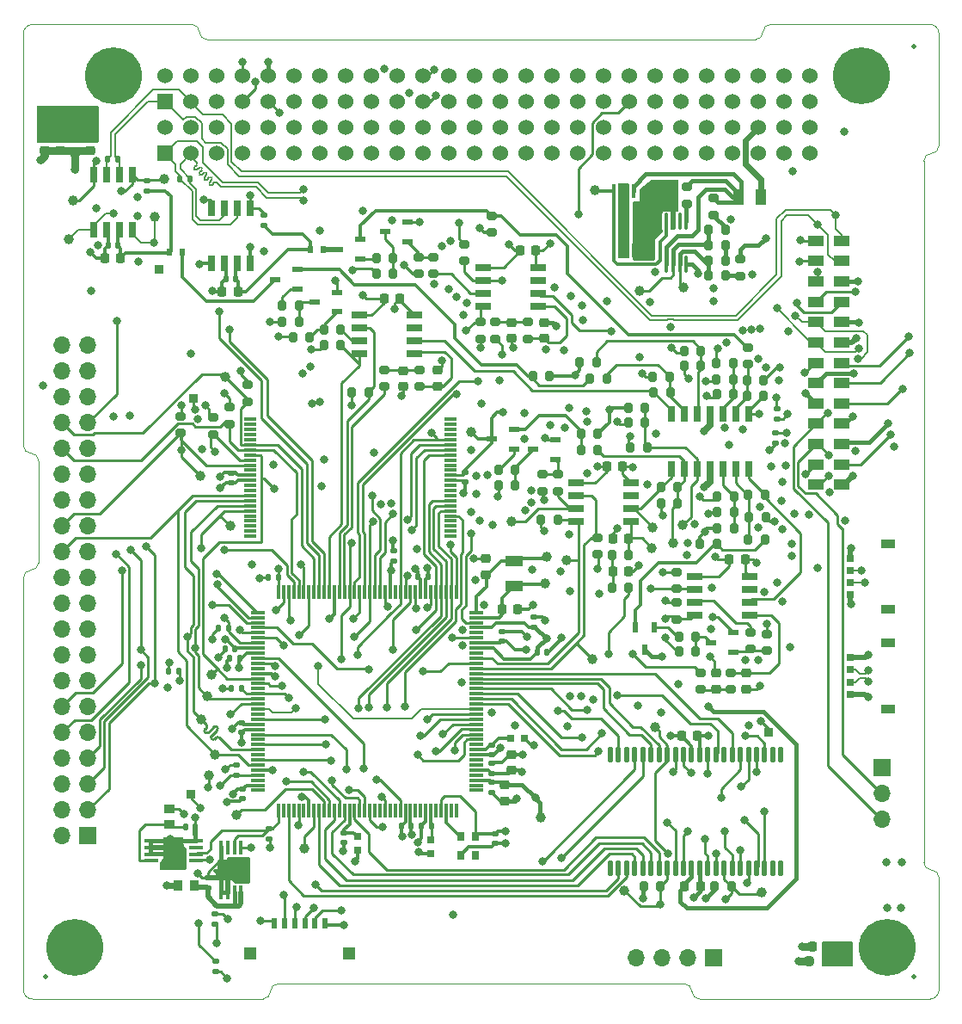
<source format=gtl>
%TF.GenerationSoftware,KiCad,Pcbnew,8.0.3*%
%TF.CreationDate,2024-07-05T11:37:29+03:00*%
%TF.ProjectId,obc-adcs-board,6f62632d-6164-4637-932d-626f6172642e,rev?*%
%TF.SameCoordinates,PX3e2df80PY83e4a60*%
%TF.FileFunction,Copper,L1,Top*%
%TF.FilePolarity,Positive*%
%FSLAX46Y46*%
G04 Gerber Fmt 4.6, Leading zero omitted, Abs format (unit mm)*
G04 Created by KiCad (PCBNEW 8.0.3) date 2024-07-05 11:37:29*
%MOMM*%
%LPD*%
G01*
G04 APERTURE LIST*
G04 Aperture macros list*
%AMRoundRect*
0 Rectangle with rounded corners*
0 $1 Rounding radius*
0 $2 $3 $4 $5 $6 $7 $8 $9 X,Y pos of 4 corners*
0 Add a 4 corners polygon primitive as box body*
4,1,4,$2,$3,$4,$5,$6,$7,$8,$9,$2,$3,0*
0 Add four circle primitives for the rounded corners*
1,1,$1+$1,$2,$3*
1,1,$1+$1,$4,$5*
1,1,$1+$1,$6,$7*
1,1,$1+$1,$8,$9*
0 Add four rect primitives between the rounded corners*
20,1,$1+$1,$2,$3,$4,$5,0*
20,1,$1+$1,$4,$5,$6,$7,0*
20,1,$1+$1,$6,$7,$8,$9,0*
20,1,$1+$1,$8,$9,$2,$3,0*%
G04 Aperture macros list end*
%TA.AperFunction,SMDPad,CuDef*%
%ADD10C,1.000000*%
%TD*%
%TA.AperFunction,SMDPad,CuDef*%
%ADD11RoundRect,0.137500X0.137500X-0.625000X0.137500X0.625000X-0.137500X0.625000X-0.137500X-0.625000X0*%
%TD*%
%TA.AperFunction,SMDPad,CuDef*%
%ADD12R,0.650000X1.528000*%
%TD*%
%TA.AperFunction,SMDPad,CuDef*%
%ADD13RoundRect,0.200000X0.200000X0.275000X-0.200000X0.275000X-0.200000X-0.275000X0.200000X-0.275000X0*%
%TD*%
%TA.AperFunction,ComponentPad*%
%ADD14C,5.600000*%
%TD*%
%TA.AperFunction,SMDPad,CuDef*%
%ADD15RoundRect,0.200000X-0.200000X-0.275000X0.200000X-0.275000X0.200000X0.275000X-0.200000X0.275000X0*%
%TD*%
%TA.AperFunction,ComponentPad*%
%ADD16R,1.700000X1.700000*%
%TD*%
%TA.AperFunction,ComponentPad*%
%ADD17O,1.700000X1.700000*%
%TD*%
%TA.AperFunction,SMDPad,CuDef*%
%ADD18R,0.620000X0.670000*%
%TD*%
%TA.AperFunction,SMDPad,CuDef*%
%ADD19R,1.050000X0.600000*%
%TD*%
%TA.AperFunction,SMDPad,CuDef*%
%ADD20RoundRect,0.140000X-0.140000X-0.170000X0.140000X-0.170000X0.140000X0.170000X-0.140000X0.170000X0*%
%TD*%
%TA.AperFunction,SMDPad,CuDef*%
%ADD21R,1.020000X0.940000*%
%TD*%
%TA.AperFunction,SMDPad,CuDef*%
%ADD22RoundRect,0.200000X0.275000X-0.200000X0.275000X0.200000X-0.275000X0.200000X-0.275000X-0.200000X0*%
%TD*%
%TA.AperFunction,SMDPad,CuDef*%
%ADD23R,0.940000X1.020000*%
%TD*%
%TA.AperFunction,SMDPad,CuDef*%
%ADD24RoundRect,0.140000X-0.170000X0.140000X-0.170000X-0.140000X0.170000X-0.140000X0.170000X0.140000X0*%
%TD*%
%TA.AperFunction,SMDPad,CuDef*%
%ADD25RoundRect,0.225000X-0.250000X0.225000X-0.250000X-0.225000X0.250000X-0.225000X0.250000X0.225000X0*%
%TD*%
%TA.AperFunction,SMDPad,CuDef*%
%ADD26R,1.475000X0.300000*%
%TD*%
%TA.AperFunction,SMDPad,CuDef*%
%ADD27R,0.300000X1.475000*%
%TD*%
%TA.AperFunction,SMDPad,CuDef*%
%ADD28R,1.400000X0.450000*%
%TD*%
%TA.AperFunction,SMDPad,CuDef*%
%ADD29RoundRect,0.135000X-0.135000X-0.185000X0.135000X-0.185000X0.135000X0.185000X-0.135000X0.185000X0*%
%TD*%
%TA.AperFunction,SMDPad,CuDef*%
%ADD30RoundRect,0.135000X0.185000X-0.135000X0.185000X0.135000X-0.185000X0.135000X-0.185000X-0.135000X0*%
%TD*%
%TA.AperFunction,SMDPad,CuDef*%
%ADD31RoundRect,0.225000X-0.225000X-0.250000X0.225000X-0.250000X0.225000X0.250000X-0.225000X0.250000X0*%
%TD*%
%TA.AperFunction,SMDPad,CuDef*%
%ADD32R,0.800000X0.900000*%
%TD*%
%TA.AperFunction,SMDPad,CuDef*%
%ADD33RoundRect,0.140000X0.140000X0.170000X-0.140000X0.170000X-0.140000X-0.170000X0.140000X-0.170000X0*%
%TD*%
%TA.AperFunction,SMDPad,CuDef*%
%ADD34R,1.528000X0.650000*%
%TD*%
%TA.AperFunction,SMDPad,CuDef*%
%ADD35RoundRect,0.135000X0.135000X0.185000X-0.135000X0.185000X-0.135000X-0.185000X0.135000X-0.185000X0*%
%TD*%
%TA.AperFunction,SMDPad,CuDef*%
%ADD36RoundRect,0.200000X-0.275000X0.200000X-0.275000X-0.200000X0.275000X-0.200000X0.275000X0.200000X0*%
%TD*%
%TA.AperFunction,SMDPad,CuDef*%
%ADD37RoundRect,0.135000X-0.185000X0.135000X-0.185000X-0.135000X0.185000X-0.135000X0.185000X0.135000X0*%
%TD*%
%TA.AperFunction,SMDPad,CuDef*%
%ADD38RoundRect,0.140000X0.170000X-0.140000X0.170000X0.140000X-0.170000X0.140000X-0.170000X-0.140000X0*%
%TD*%
%TA.AperFunction,SMDPad,CuDef*%
%ADD39R,0.700000X0.650000*%
%TD*%
%TA.AperFunction,ComponentPad*%
%ADD40R,0.850000X0.850000*%
%TD*%
%TA.AperFunction,SMDPad,CuDef*%
%ADD41R,0.450000X1.400000*%
%TD*%
%TA.AperFunction,SMDPad,CuDef*%
%ADD42R,0.650000X1.525000*%
%TD*%
%TA.AperFunction,SMDPad,CuDef*%
%ADD43RoundRect,0.237500X-0.237500X0.250000X-0.237500X-0.250000X0.237500X-0.250000X0.237500X0.250000X0*%
%TD*%
%TA.AperFunction,SMDPad,CuDef*%
%ADD44R,1.800000X1.000000*%
%TD*%
%TA.AperFunction,SMDPad,CuDef*%
%ADD45R,0.550000X1.000000*%
%TD*%
%TA.AperFunction,SMDPad,CuDef*%
%ADD46R,1.260000X1.300000*%
%TD*%
%TA.AperFunction,SMDPad,CuDef*%
%ADD47C,0.500000*%
%TD*%
%TA.AperFunction,SMDPad,CuDef*%
%ADD48RoundRect,0.225000X0.225000X0.250000X-0.225000X0.250000X-0.225000X-0.250000X0.225000X-0.250000X0*%
%TD*%
%TA.AperFunction,SMDPad,CuDef*%
%ADD49RoundRect,0.100000X0.100000X-0.712500X0.100000X0.712500X-0.100000X0.712500X-0.100000X-0.712500X0*%
%TD*%
%TA.AperFunction,SMDPad,CuDef*%
%ADD50RoundRect,0.225000X0.250000X-0.225000X0.250000X0.225000X-0.250000X0.225000X-0.250000X-0.225000X0*%
%TD*%
%TA.AperFunction,SMDPad,CuDef*%
%ADD51R,1.500000X1.000000*%
%TD*%
%TA.AperFunction,SMDPad,CuDef*%
%ADD52R,0.650000X0.660000*%
%TD*%
%TA.AperFunction,SMDPad,CuDef*%
%ADD53R,1.340000X0.850000*%
%TD*%
%TA.AperFunction,SMDPad,CuDef*%
%ADD54R,1.300000X0.300000*%
%TD*%
%TA.AperFunction,SMDPad,CuDef*%
%ADD55R,1.000000X1.500000*%
%TD*%
%TA.AperFunction,SMDPad,CuDef*%
%ADD56R,0.600000X1.050000*%
%TD*%
%TA.AperFunction,ComponentPad*%
%ADD57R,1.530000X1.530000*%
%TD*%
%TA.AperFunction,ComponentPad*%
%ADD58C,1.530000*%
%TD*%
%TA.AperFunction,SMDPad,CuDef*%
%ADD59R,0.450000X1.475000*%
%TD*%
%TA.AperFunction,SMDPad,CuDef*%
%ADD60RoundRect,0.237500X0.250000X0.237500X-0.250000X0.237500X-0.250000X-0.237500X0.250000X-0.237500X0*%
%TD*%
%TA.AperFunction,SMDPad,CuDef*%
%ADD61R,0.650000X0.700000*%
%TD*%
%TA.AperFunction,ViaPad*%
%ADD62C,0.800000*%
%TD*%
%TA.AperFunction,Conductor*%
%ADD63C,0.350000*%
%TD*%
%TA.AperFunction,Conductor*%
%ADD64C,0.250000*%
%TD*%
%TA.AperFunction,Conductor*%
%ADD65C,0.300000*%
%TD*%
%TA.AperFunction,Conductor*%
%ADD66C,0.450000*%
%TD*%
%TA.AperFunction,Conductor*%
%ADD67C,0.800000*%
%TD*%
%TA.AperFunction,Conductor*%
%ADD68C,0.400000*%
%TD*%
%TA.AperFunction,Conductor*%
%ADD69C,0.500000*%
%TD*%
%TA.AperFunction,Conductor*%
%ADD70C,0.650000*%
%TD*%
%TA.AperFunction,Conductor*%
%ADD71C,0.600000*%
%TD*%
%TA.AperFunction,Conductor*%
%ADD72C,0.340000*%
%TD*%
%TA.AperFunction,Conductor*%
%ADD73C,0.200000*%
%TD*%
%TA.AperFunction,Profile*%
%ADD74C,0.100000*%
%TD*%
G04 APERTURE END LIST*
D10*
%TO.P,TP40,1,1*%
%TO.N,MEM_NAND_CMD_ENABLE*%
X18975000Y24175000D03*
%TD*%
D11*
%TO.P,U7,1,NC*%
%TO.N,unconnected-(U7-NC-Pad1)*%
X57900960Y12999279D03*
%TO.P,U7,2,A20*%
%TO.N,/OBC module/MEM_A20*%
X58700960Y12999279D03*
%TO.P,U7,3,A0*%
%TO.N,/OBC module/MEM_A0*%
X59500960Y12999279D03*
%TO.P,U7,4,A1*%
%TO.N,/OBC module/MEM_A1*%
X60300960Y12999279D03*
%TO.P,U7,5,A2*%
%TO.N,/OBC module/MEM_A2*%
X61100960Y12999279D03*
%TO.P,U7,6,A3*%
%TO.N,/OBC module/MEM_A3*%
X61900960Y12999279D03*
%TO.P,U7,7,A4*%
%TO.N,/OBC module/MEM_A4*%
X62700960Y12999279D03*
%TO.P,U7,8,~{E}*%
%TO.N,/OBC module/MEM_MRAM_ENABLE*%
X63500960Y12999279D03*
%TO.P,U7,9,DQ0*%
%TO.N,MEM_D0*%
X64300960Y12999279D03*
%TO.P,U7,10,DQ1*%
%TO.N,MEM_D1*%
X65100960Y12999279D03*
%TO.P,U7,11,VDD*%
%TO.N,/OBC module/3V3_LCLPROT_MRAM*%
X65900960Y12999279D03*
%TO.P,U7,12,VSS*%
%TO.N,GND*%
X66700960Y12999279D03*
%TO.P,U7,13,DQ2*%
%TO.N,MEM_D2*%
X67500960Y12999279D03*
%TO.P,U7,14,DQ3*%
%TO.N,MEM_D3*%
X68300960Y12999279D03*
%TO.P,U7,15,~{W}*%
%TO.N,/OBC module/MEM_MRAM_WR_ENABLE*%
X69100960Y12999279D03*
%TO.P,U7,16,A5*%
%TO.N,/OBC module/MEM_A5*%
X69900960Y12999279D03*
%TO.P,U7,17,A6*%
%TO.N,/OBC module/MEM_A6*%
X70700960Y12999279D03*
%TO.P,U7,18,A7*%
%TO.N,/OBC module/MEM_A7*%
X71500960Y12999279D03*
%TO.P,U7,19,A8*%
%TO.N,/OBC module/MEM_A8*%
X72300960Y12999279D03*
%TO.P,U7,20,A9*%
%TO.N,/OBC module/MEM_A9*%
X73100960Y12999279D03*
%TO.P,U7,21,NC*%
%TO.N,unconnected-(U7-NC-Pad21)*%
X73900960Y12999279D03*
%TO.P,U7,22,NC*%
%TO.N,unconnected-(U7-NC-Pad22)*%
X74700960Y12999279D03*
%TO.P,U7,23,NC*%
%TO.N,unconnected-(U7-NC-Pad23)*%
X74700960Y24174279D03*
%TO.P,U7,24,NC*%
%TO.N,unconnected-(U7-NC-Pad24)*%
X73900960Y24174279D03*
%TO.P,U7,25,A10*%
%TO.N,/OBC module/MEM_A10*%
X73100960Y24174279D03*
%TO.P,U7,26,A11*%
%TO.N,/OBC module/MEM_A11*%
X72300960Y24174279D03*
%TO.P,U7,27,A12*%
%TO.N,/OBC module/MEM_A12*%
X71500960Y24174279D03*
%TO.P,U7,28,A13*%
%TO.N,/OBC module/MEM_A13*%
X70700960Y24174279D03*
%TO.P,U7,29,A14*%
%TO.N,/OBC module/MEM_A14*%
X69900960Y24174279D03*
%TO.P,U7,30,NC*%
%TO.N,unconnected-(U7-NC-Pad30)*%
X69100960Y24174279D03*
%TO.P,U7,31,DQ4*%
%TO.N,MEM_D4*%
X68300960Y24174279D03*
%TO.P,U7,32,DQ5*%
%TO.N,MEM_D5*%
X67500960Y24174279D03*
%TO.P,U7,33,VDD*%
%TO.N,/OBC module/3V3_LCLPROT_MRAM*%
X66700960Y24174279D03*
%TO.P,U7,34,VSS*%
%TO.N,GND*%
X65900960Y24174279D03*
%TO.P,U7,35,DQ6*%
%TO.N,MEM_D6*%
X65100960Y24174279D03*
%TO.P,U7,36,DQ7*%
%TO.N,MEM_D7*%
X64300960Y24174279D03*
%TO.P,U7,37,~{G}*%
%TO.N,/OBC module/MEM_MRAM_OUT_ENABLE*%
X63500960Y24174279D03*
%TO.P,U7,38,A15*%
%TO.N,/OBC module/MEM_A15*%
X62700960Y24174279D03*
%TO.P,U7,39,A16*%
%TO.N,/OBC module/MEM_A16*%
X61900960Y24174279D03*
%TO.P,U7,40,A17*%
%TO.N,/OBC module/MEM_A17*%
X61100960Y24174279D03*
%TO.P,U7,41,A18*%
%TO.N,/OBC module/MEM_A18*%
X60300960Y24174279D03*
%TO.P,U7,42,NC*%
%TO.N,unconnected-(U7-NC-Pad42)*%
X59500960Y24174279D03*
%TO.P,U7,43,A19*%
%TO.N,/OBC module/MEM_A19*%
X58700960Y24174279D03*
%TO.P,U7,44,NC*%
%TO.N,unconnected-(U7-NC-Pad44)*%
X57900960Y24174279D03*
%TD*%
D12*
%TO.P,U18,1,TXD*%
%TO.N,/OBC module/CAN_TX_2*%
X6995000Y75789000D03*
%TO.P,U18,2,GND*%
%TO.N,GND*%
X8265000Y75789000D03*
%TO.P,U18,3,VCC*%
%TO.N,/OBC module/CAN transceivers/OC_PROT_BKUP*%
X9535000Y75789000D03*
%TO.P,U18,4,RXD*%
%TO.N,/OBC module/CAN_RX_2*%
X10805000Y75789000D03*
%TO.P,U18,5,FAULT*%
%TO.N,/OBC module/CAN_FAULT_2*%
X10805000Y81211000D03*
%TO.P,U18,6,CANL*%
%TO.N,CAN2-*%
X9535000Y81211000D03*
%TO.P,U18,7,CANH*%
%TO.N,CAN2+*%
X8265000Y81211000D03*
%TO.P,U18,8,S*%
%TO.N,/OBC module/CAN_SILENT_2*%
X6995000Y81211000D03*
%TD*%
D13*
%TO.P,R65,1*%
%TO.N,/OBC module/LCL/2IN+*%
X70075960Y49550000D03*
%TO.P,R65,2*%
%TO.N,GND*%
X68425960Y49550000D03*
%TD*%
D14*
%TO.P,H4,1,1*%
%TO.N,unconnected-(H4-Pad1)*%
X82630000Y90930000D03*
%TD*%
D15*
%TO.P,R90,1*%
%TO.N,3V3_PROT*%
X46875960Y50700000D03*
%TO.P,R90,2*%
%TO.N,Net-(Q4-Pad3)*%
X48525960Y50700000D03*
%TD*%
D16*
%TO.P,J7,1,Pin_1*%
%TO.N,/OBC module/MEM_MRAM_OUT_ENABLE*%
X68100000Y4175000D03*
D17*
%TO.P,J7,2,Pin_2*%
%TO.N,/OBC module/MEM_MRAM_WR_ENABLE*%
X65560000Y4175000D03*
%TO.P,J7,3,Pin_3*%
%TO.N,/OBC module/MEM_MRAM_ENABLE*%
X63020000Y4175000D03*
%TO.P,J7,4,Pin_4*%
%TO.N,GND*%
X60480000Y4175000D03*
%TD*%
D18*
%TO.P,F11,1*%
%TO.N,/OBC module/3V3_LCLPROT_CAN_1*%
X29625000Y73900000D03*
%TO.P,F11,2*%
%TO.N,/OBC module/CAN transceivers/OC_PROT_MAIN*%
X28375000Y73900000D03*
%TD*%
D14*
%TO.P,H1,1,1*%
%TO.N,unconnected-(H1-Pad1)*%
X5180000Y5190000D03*
%TD*%
D19*
%TO.P,Q8,1*%
%TO.N,Net-(Q8-Pad1)*%
X48400000Y54250000D03*
%TO.P,Q8,2*%
%TO.N,/OBC module/LCL/SHUNT_NEG_TERM_2*%
X48400000Y56150000D03*
%TO.P,Q8,3*%
%TO.N,/OBC module/3V3_LCLPROT_NAND*%
X46200000Y55200000D03*
%TD*%
D10*
%TO.P,TP24,1,1*%
%TO.N,/OBC module/MCU_RTC_IN*%
X51500000Y41000000D03*
%TD*%
D13*
%TO.P,R83,1*%
%TO.N,Net-(Q6-Pad1)*%
X28275000Y65250000D03*
%TO.P,R83,2*%
%TO.N,GND*%
X26625000Y65250000D03*
%TD*%
D16*
%TO.P,J4,1,Pin_1*%
%TO.N,GND*%
X84625000Y22875000D03*
D17*
%TO.P,J4,2,Pin_2*%
%TO.N,ADCS_SWCLK*%
X84625000Y20335000D03*
%TO.P,J4,3,Pin_3*%
%TO.N,ADCS_SWDIO*%
X84625000Y17795000D03*
%TD*%
D13*
%TO.P,R117,1*%
%TO.N,/OBC module/LCL/SHUNT_NEG_TERM_1*%
X68375000Y44900000D03*
%TO.P,R117,2*%
%TO.N,3V3_PROT*%
X66725000Y44900000D03*
%TD*%
D20*
%TO.P,C45,1*%
%TO.N,3V3_PROT*%
X37345000Y17150000D03*
%TO.P,C45,2*%
%TO.N,GND*%
X38305000Y17150000D03*
%TD*%
D21*
%TO.P,F13,1*%
%TO.N,3V3_PROT*%
X14500000Y18840000D03*
%TO.P,F13,2*%
%TO.N,Net-(U19-VDD)*%
X14500000Y17260000D03*
%TD*%
D22*
%TO.P,R46,1*%
%TO.N,Net-(U8-~{SHDN})*%
X65400000Y78375000D03*
%TO.P,R46,2*%
%TO.N,/OBC module/Overvoltage-RP protection/3V3_OC_PROT*%
X65400000Y80025000D03*
%TD*%
D10*
%TO.P,TP42,1,1*%
%TO.N,MEM_NAND_WR_ENABLE*%
X18200000Y29900000D03*
%TD*%
D23*
%TO.P,F14,1*%
%TO.N,3V3_PROT*%
X15360000Y11250000D03*
%TO.P,F14,2*%
%TO.N,Net-(U20-A0)*%
X16940000Y11250000D03*
%TD*%
D22*
%TO.P,R102,1*%
%TO.N,/OBC module/LCL/PWM_CAN1_CURR_THRES*%
X49800960Y65075000D03*
%TO.P,R102,2*%
%TO.N,Net-(C72-Pad1)*%
X49800960Y66725000D03*
%TD*%
D24*
%TO.P,C59,1*%
%TO.N,/OBC module/MCU_VDDPLL*%
X31700000Y16480000D03*
%TO.P,C59,2*%
%TO.N,GND*%
X31700000Y15520000D03*
%TD*%
D25*
%TO.P,C100,1*%
%TO.N,AC_GND_1*%
X6700000Y85175000D03*
%TO.P,C100,2*%
%TO.N,GND*%
X6700000Y83625000D03*
%TD*%
D26*
%TO.P,U16,1,PD0*%
%TO.N,unconnected-(U16-PD0-Pad1)*%
X44703242Y20649040D03*
%TO.P,U16,2,PD31*%
%TO.N,unconnected-(U16-PD31-Pad2)*%
X44703242Y21149040D03*
%TO.P,U16,3,VDDOUT*%
%TO.N,/OBC module/MCU_VDDCORE*%
X44703242Y21649040D03*
%TO.P,U16,4,PE0*%
%TO.N,unconnected-(U16-PE0-Pad4)*%
X44703242Y22149040D03*
%TO.P,U16,5,VDDIN*%
%TO.N,3V3_PROT*%
X44703242Y22649040D03*
%TO.P,U16,6,PE1*%
%TO.N,unconnected-(U16-PE1-Pad6)*%
X44703242Y23149040D03*
%TO.P,U16,7,PE2*%
%TO.N,unconnected-(U16-PE2-Pad7)*%
X44703242Y23649040D03*
%TO.P,U16,8,VREFN*%
%TO.N,GND*%
X44703242Y24149040D03*
%TO.P,U16,9,VREFP*%
%TO.N,/OBC module/MCU_AD_REF_POS*%
X44703242Y24649040D03*
%TO.P,U16,10,PE3*%
%TO.N,unconnected-(U16-PE3-Pad10)*%
X44703242Y25149040D03*
%TO.P,U16,11,PC0*%
%TO.N,MEM_D0*%
X44703242Y25649040D03*
%TO.P,U16,12,PC27*%
%TO.N,/OBC module/MEM_A9*%
X44703242Y26149040D03*
%TO.P,U16,13,PC26*%
%TO.N,/OBC module/MEM_A8*%
X44703242Y26649040D03*
%TO.P,U16,14,PC31*%
%TO.N,/OBC module/MEM_A13*%
X44703242Y27149040D03*
%TO.P,U16,15,PC30*%
%TO.N,/OBC module/MEM_A12*%
X44703242Y27649040D03*
%TO.P,U16,16,PC29*%
%TO.N,/OBC module/MEM_A11*%
X44703242Y28149040D03*
%TO.P,U16,17,PC12*%
%TO.N,/OBC module/CAN_RX_2*%
X44703242Y28649040D03*
%TO.P,U16,18,PC15*%
%TO.N,/OBC module/LCL_MRAM_RST*%
X44703242Y29149040D03*
%TO.P,U16,19,PC13*%
%TO.N,/OBC module/LCL_MRAM_SET*%
X44703242Y29649040D03*
%TO.P,U16,20,PB1*%
%TO.N,/OBC module/LCL_PWM_MRAM*%
X44703242Y30149040D03*
%TO.P,U16,21,PB0*%
%TO.N,/OBC module/LCL_PWM_NAND*%
X44703242Y30649040D03*
%TO.P,U16,22,PA20*%
%TO.N,/OBC module/MEM_A16*%
X44703242Y31149040D03*
%TO.P,U16,23,PA19*%
%TO.N,/OBC module/MEM_A15*%
X44703242Y31649040D03*
%TO.P,U16,24,PA18*%
%TO.N,/OBC module/MEM_A14*%
X44703242Y32149040D03*
%TO.P,U16,25,PA17*%
%TO.N,/OBC module/LCL_NAND_SET*%
X44703242Y32649040D03*
%TO.P,U16,26,PB2*%
%TO.N,/OBC module/CAN_TX_1*%
X44703242Y33149040D03*
%TO.P,U16,27,PE4*%
%TO.N,/OBC module/LCL_NAND_RST*%
X44703242Y33649040D03*
%TO.P,U16,28,PE5*%
%TO.N,unconnected-(U16-PE5-Pad28)*%
X44703242Y34149040D03*
%TO.P,U16,29,VDDCORE_1*%
%TO.N,/OBC module/MCU_VDDCORE*%
X44703242Y34649040D03*
%TO.P,U16,30,VDDIO_1*%
%TO.N,3V3_PROT*%
X44703242Y35149040D03*
%TO.P,U16,31,PB3*%
%TO.N,/OBC module/CAN_RX_1*%
X44703242Y35649040D03*
%TO.P,U16,32,PA21*%
%TO.N,unconnected-(U16-PA21-Pad32)*%
X44703242Y36149040D03*
%TO.P,U16,33,VDDCORE_2*%
%TO.N,/OBC module/MCU_VDDCORE*%
X44703242Y36649040D03*
%TO.P,U16,34,PD30*%
%TO.N,/OBC module/PAYLOAD_RX_ENABLE*%
X44703242Y37149040D03*
%TO.P,U16,35,PA7*%
%TO.N,/OBC module/MCU_RTC_IN*%
X44703242Y37649040D03*
%TO.P,U16,36,PA8*%
%TO.N,/OBC module/MCU_RTC_OUT*%
X44703242Y38149040D03*
D27*
%TO.P,U16,37,PA22*%
%TO.N,/ADM_ENABLE_1*%
X42715242Y40137040D03*
%TO.P,U16,38,PC1*%
%TO.N,MEM_D1*%
X42215242Y40137040D03*
%TO.P,U16,39,PC2*%
%TO.N,MEM_D2*%
X41715242Y40137040D03*
%TO.P,U16,40,PC3*%
%TO.N,MEM_D3*%
X41215242Y40137040D03*
%TO.P,U16,41,PC4*%
%TO.N,MEM_D4*%
X40715242Y40137040D03*
%TO.P,U16,42,PA13*%
%TO.N,GNSS_PPS*%
X40215242Y40137040D03*
%TO.P,U16,43,VDDIO_2*%
%TO.N,3V3_PROT*%
X39715242Y40137040D03*
%TO.P,U16,44,GND_1*%
%TO.N,GND*%
X39215242Y40137040D03*
%TO.P,U16,45,PA16*%
%TO.N,/OBC module/LCL_CAN_1_SET*%
X38715242Y40137040D03*
%TO.P,U16,46,PA23*%
%TO.N,/OBC module/MEM_A19*%
X38215242Y40137040D03*
%TO.P,U16,47,PD27*%
%TO.N,/I2C_MTQ_SDA*%
X37715242Y40137040D03*
%TO.P,U16,48,PC7*%
%TO.N,MEM_D7*%
X37215242Y40137040D03*
%TO.P,U16,49,PA15*%
%TO.N,unconnected-(U16-PA15-Pad49)*%
X36715242Y40137040D03*
%TO.P,U16,50,VDDCORE_3*%
%TO.N,/OBC module/MCU_VDDCORE*%
X36215242Y40137040D03*
%TO.P,U16,51,PA14*%
%TO.N,/ADM_ENABLE_2*%
X35715242Y40137040D03*
%TO.P,U16,52,PD25*%
%TO.N,/OBC module/PAYLOAD_RX*%
X35215242Y40137040D03*
%TO.P,U16,53,PD26*%
%TO.N,/OBC module/PAYLOAD_TX*%
X34715242Y40137040D03*
%TO.P,U16,54,PC6*%
%TO.N,MEM_D6*%
X34215242Y40137040D03*
%TO.P,U16,55,PD24*%
%TO.N,/OBC module/LCL_CAN_1_RST*%
X33715242Y40137040D03*
%TO.P,U16,56,PA24*%
%TO.N,/OBC module/MEM_A20*%
X33215242Y40137040D03*
%TO.P,U16,57,PD23*%
%TO.N,/OBC module/LCL_PWM_CAN1*%
X32715242Y40137040D03*
%TO.P,U16,58,PC5*%
%TO.N,MEM_D5*%
X32215242Y40137040D03*
%TO.P,U16,59,PA25*%
%TO.N,/OBC module/LCL_PWM_CAN2*%
X31715242Y40137040D03*
%TO.P,U16,60,PD22*%
%TO.N,/OBC module/LCL_CAN_2_SET*%
X31215242Y40137040D03*
%TO.P,U16,61,GND_2*%
%TO.N,GND*%
X30715242Y40137040D03*
%TO.P,U16,62,PA26*%
%TO.N,/OBC module/LCL_CAN_2_RST*%
X30215242Y40137040D03*
%TO.P,U16,63,PD21*%
%TO.N,/OBC module/CAN_FAULT_1*%
X29715242Y40137040D03*
%TO.P,U16,64,PA11*%
%TO.N,/OBC module/CAN_SILENT_1*%
X29215242Y40137040D03*
%TO.P,U16,65,PD20*%
%TO.N,MEM_NAND_BUSY_2*%
X28715242Y40137040D03*
%TO.P,U16,66,PA10*%
%TO.N,/OBC_UART_TX*%
X28215242Y40137040D03*
%TO.P,U16,67,PD19*%
%TO.N,MEM_NAND_ENABLE_1*%
X27715242Y40137040D03*
%TO.P,U16,68,PA12*%
%TO.N,MEM_NAND_BUSY_1*%
X27215242Y40137040D03*
%TO.P,U16,69,PD18*%
%TO.N,MEM_NAND_ENABLE_2*%
X26715242Y40137040D03*
%TO.P,U16,70,PA27*%
%TO.N,MEM_NAND_WR_PROTECT*%
X26215242Y40137040D03*
%TO.P,U16,71,PD28*%
%TO.N,/I2C_MTQ_SCK*%
X25715242Y40137040D03*
%TO.P,U16,72,VDDIO_3*%
%TO.N,3V3_PROT*%
X25215242Y40137040D03*
D26*
%TO.P,U16,73,PA5*%
%TO.N,/OBC module/CAN_FAULT_2*%
X23227242Y38149040D03*
%TO.P,U16,74,PD17*%
%TO.N,/OBC module/CAN_SILENT_2*%
X23227242Y37649040D03*
%TO.P,U16,75,PA9*%
%TO.N,/OBC_UART_RX*%
X23227242Y37149040D03*
%TO.P,U16,76,PC28*%
%TO.N,/OBC module/MEM_A10*%
X23227242Y36649040D03*
%TO.P,U16,77,PA4*%
%TO.N,I2C_SCK_PANELS*%
X23227242Y36149040D03*
%TO.P,U16,78,PD16*%
%TO.N,/OBC module/PAYLOAD_TX_ENABLE*%
X23227242Y35649040D03*
%TO.P,U16,79,PB6*%
%TO.N,MCU_SWDIO*%
X23227242Y35149040D03*
%TO.P,U16,80,VDDIO_4*%
%TO.N,3V3_PROT*%
X23227242Y34649040D03*
%TO.P,U16,81,VDDCORE_4*%
%TO.N,/OBC module/MCU_VDDCORE*%
X23227242Y34149040D03*
%TO.P,U16,82,PC8*%
%TO.N,/OBC module/MEM_MRAM_WR_ENABLE*%
X23227242Y33649040D03*
%TO.P,U16,83,NRST*%
%TO.N,/OBC module/NRST_OBC*%
X23227242Y33149040D03*
%TO.P,U16,84,PD14*%
%TO.N,unconnected-(U16-PD14-Pad84)*%
X23227242Y32649040D03*
%TO.P,U16,85,TST*%
%TO.N,GND*%
X23227242Y32149040D03*
%TO.P,U16,86,PC9*%
%TO.N,MEM_NAND_OUT_ENABLE*%
X23227242Y31649040D03*
%TO.P,U16,87,PB12*%
%TO.N,MCU_ERASE*%
X23227242Y31149040D03*
%TO.P,U16,88,PD13*%
%TO.N,unconnected-(U16-PD13-Pad88)*%
X23227242Y30649040D03*
%TO.P,U16,89,PB7*%
%TO.N,MCU_SWCLK*%
X23227242Y30149040D03*
%TO.P,U16,90,PC10*%
%TO.N,MEM_NAND_WR_ENABLE*%
X23227242Y29649040D03*
%TO.P,U16,91,PA3*%
%TO.N,I2C_SDA_PANELS*%
X23227242Y29149040D03*
%TO.P,U16,92,PD12*%
%TO.N,/OBC module/CAN_TX_2*%
X23227242Y28649040D03*
%TO.P,U16,93,PA2*%
%TO.N,unconnected-(U16-PA2-Pad93)*%
X23227242Y28149040D03*
%TO.P,U16,94,PC11*%
%TO.N,/OBC module/MEM_MRAM_OUT_ENABLE*%
X23227242Y27649040D03*
%TO.P,U16,95,GND_3*%
%TO.N,GND*%
X23227242Y27149040D03*
%TO.P,U16,96,VDDIO_5*%
%TO.N,3V3_PROT*%
X23227242Y26649040D03*
%TO.P,U16,97,PC14*%
%TO.N,/OBC module/MEM_MRAM_ENABLE*%
X23227242Y26149040D03*
%TO.P,U16,98,PD11*%
%TO.N,unconnected-(U16-PD11-Pad98)*%
X23227242Y25649040D03*
%TO.P,U16,99,PA1*%
%TO.N,/OBC module/MEM_A18*%
X23227242Y25149040D03*
%TO.P,U16,100,PC16*%
%TO.N,MEM_NAND_ADDR_ENABLE*%
X23227242Y24649040D03*
%TO.P,U16,101,PD10*%
%TO.N,unconnected-(U16-PD10-Pad101)*%
X23227242Y24149040D03*
%TO.P,U16,102,PA0*%
%TO.N,/OBC module/MEM_A17*%
X23227242Y23649040D03*
%TO.P,U16,103,PC17*%
%TO.N,MEM_NAND_CMD_ENABLE*%
X23227242Y23149040D03*
%TO.P,U16,104,JTAGSEL*%
%TO.N,GND*%
X23227242Y22649040D03*
%TO.P,U16,105,PB4*%
%TO.N,/OBC module/I2C_SDA_SENS*%
X23227242Y22149040D03*
%TO.P,U16,106,PD15*%
%TO.N,unconnected-(U16-PD15-Pad106)*%
X23227242Y21649040D03*
%TO.P,U16,107,VDDCORE_5*%
%TO.N,/OBC module/MCU_VDDCORE*%
X23227242Y21149040D03*
%TO.P,U16,108,PD29*%
%TO.N,unconnected-(U16-PD29-Pad108)*%
X23227242Y20649040D03*
D27*
%TO.P,U16,109,PB5*%
%TO.N,/OBC module/I2C_SCK_SENS*%
X25215242Y18661040D03*
%TO.P,U16,110,PD9*%
%TO.N,unconnected-(U16-PD9-Pad110)*%
X25715242Y18661040D03*
%TO.P,U16,111,PC18*%
%TO.N,/OBC module/MEM_A0*%
X26215242Y18661040D03*
%TO.P,U16,112,PA28*%
%TO.N,unconnected-(U16-PA28-Pad112)*%
X26715242Y18661040D03*
%TO.P,U16,113,PD8*%
%TO.N,/OBC module/MCU_TRACECLK*%
X27215242Y18661040D03*
%TO.P,U16,114,PA6*%
%TO.N,unconnected-(U16-PA6-Pad114)*%
X27715242Y18661040D03*
%TO.P,U16,115,GND_4*%
%TO.N,GND*%
X28215242Y18661040D03*
%TO.P,U16,116,PA30*%
%TO.N,/OBC module/USR_GPIO*%
X28715242Y18661040D03*
%TO.P,U16,117,PC19*%
%TO.N,/OBC module/MEM_A1*%
X29215242Y18661040D03*
%TO.P,U16,118,PA31*%
%TO.N,/OBC module/USR_GPIO_PWM*%
X29715242Y18661040D03*
%TO.P,U16,119,PD7*%
%TO.N,/OBC module/MCU_TRACED_3*%
X30215242Y18661040D03*
%TO.P,U16,120,PC20*%
%TO.N,/OBC module/MEM_A2*%
X30715242Y18661040D03*
%TO.P,U16,121,PD6*%
%TO.N,/OBC module/MCU_TRACED_2*%
X31215242Y18661040D03*
%TO.P,U16,122,PC21*%
%TO.N,/OBC module/MEM_A3*%
X31715242Y18661040D03*
%TO.P,U16,123,VDDPLL*%
%TO.N,/OBC module/MCU_VDDPLL*%
X32215242Y18661040D03*
%TO.P,U16,124,PC22*%
%TO.N,/OBC module/MEM_A4*%
X32715242Y18661040D03*
%TO.P,U16,125,PD5*%
%TO.N,/OBC module/MCU_TRACED_1*%
X33215242Y18661040D03*
%TO.P,U16,126,PD4*%
%TO.N,/OBC module/MCU_TRACED_0*%
X33715242Y18661040D03*
%TO.P,U16,127,PC23*%
%TO.N,/OBC module/MEM_A5*%
X34215242Y18661040D03*
%TO.P,U16,128,PD3*%
%TO.N,unconnected-(U16-PD3-Pad128)*%
X34715242Y18661040D03*
%TO.P,U16,129,PA29*%
%TO.N,unconnected-(U16-PA29-Pad129)*%
X35215242Y18661040D03*
%TO.P,U16,130,PC24*%
%TO.N,/OBC module/MEM_A6*%
X35715242Y18661040D03*
%TO.P,U16,131,PD2*%
%TO.N,unconnected-(U16-PD2-Pad131)*%
X36215242Y18661040D03*
%TO.P,U16,132,PD1*%
%TO.N,unconnected-(U16-PD1-Pad132)*%
X36715242Y18661040D03*
%TO.P,U16,133,PC25*%
%TO.N,/OBC module/MEM_A7*%
X37215242Y18661040D03*
%TO.P,U16,134,VDDUTMII*%
%TO.N,3V3_PROT*%
X37715242Y18661040D03*
%TO.P,U16,135,GND_5*%
%TO.N,GND*%
X38215242Y18661040D03*
%TO.P,U16,136,HSDM*%
%TO.N,unconnected-(U16-HSDM-Pad136)*%
X38715242Y18661040D03*
%TO.P,U16,137,HSDP*%
%TO.N,unconnected-(U16-HSDP-Pad137)*%
X39215242Y18661040D03*
%TO.P,U16,138,GND_6*%
%TO.N,GND*%
X39715242Y18661040D03*
%TO.P,U16,139,VDDUTMIC*%
%TO.N,/OBC module/MCU_VDDUTMIC*%
X40215242Y18661040D03*
%TO.P,U16,140,VBG*%
%TO.N,unconnected-(U16-VBG-Pad140)*%
X40715242Y18661040D03*
%TO.P,U16,141,PB8*%
%TO.N,GND*%
X41215242Y18661040D03*
%TO.P,U16,142,PB9*%
%TO.N,/OBC module/MCU_CLK_IN*%
X41715242Y18661040D03*
%TO.P,U16,143,VDDPLLUSB*%
%TO.N,unconnected-(U16-VDDPLLUSB-Pad143)*%
X42215242Y18661040D03*
%TO.P,U16,144,PB13*%
%TO.N,unconnected-(U16-PB13-Pad144)*%
X42715242Y18661040D03*
%TD*%
D18*
%TO.P,F12,1*%
%TO.N,/OBC module/3V3_LCLPROT_CAN_2*%
X15725000Y73600000D03*
%TO.P,F12,2*%
%TO.N,/OBC module/CAN transceivers/OC_PROT_BKUP*%
X14475000Y73600000D03*
%TD*%
D22*
%TO.P,R101,1*%
%TO.N,/OBC module/LCL/PWM_CAN2_CURR_THRES*%
X39125960Y60361779D03*
%TO.P,R101,2*%
%TO.N,Net-(C71-Pad1)*%
X39125960Y62011779D03*
%TD*%
D28*
%TO.P,U19,1,SDA*%
%TO.N,/OBC module/I2C_SDA_SENS*%
X17075000Y13725000D03*
%TO.P,U19,2,SCL*%
%TO.N,/OBC module/I2C_SCK_SENS*%
X17075000Y14375000D03*
%TO.P,U19,3,ALERT*%
%TO.N,unconnected-(U19-ALERT-Pad3)*%
X17075000Y15025000D03*
%TO.P,U19,4,GND*%
%TO.N,GND*%
X17075000Y15675000D03*
%TO.P,U19,5,A2*%
X12675000Y15675000D03*
%TO.P,U19,6,A1*%
X12675000Y15025000D03*
%TO.P,U19,7,A0*%
X12675000Y14375000D03*
%TO.P,U19,8,VDD*%
%TO.N,Net-(U19-VDD)*%
X12675000Y13725000D03*
%TD*%
D15*
%TO.P,R56,1*%
%TO.N,GND*%
X65175000Y62400000D03*
%TO.P,R56,2*%
%TO.N,/OBC module/LCL/4IN+*%
X66825000Y62400000D03*
%TD*%
D29*
%TO.P,R37,1*%
%TO.N,3V3_PROT*%
X19290000Y36600000D03*
%TO.P,R37,2*%
%TO.N,MCU_SWDIO*%
X20310000Y36600000D03*
%TD*%
D10*
%TO.P,TP27,1,1*%
%TO.N,/OBC module/CAN_FAULT_2*%
X13930000Y80760000D03*
%TD*%
D30*
%TO.P,R130,1*%
%TO.N,3V3_PROT*%
X19025000Y2790000D03*
%TO.P,R130,2*%
%TO.N,I2C_SCK_PANELS*%
X19025000Y3810000D03*
%TD*%
D31*
%TO.P,C67,1*%
%TO.N,GND*%
X69625000Y43350000D03*
%TO.P,C67,2*%
%TO.N,3V3_PROT*%
X71175000Y43350000D03*
%TD*%
D32*
%TO.P,Y3,1,TRI-STATE*%
%TO.N,unconnected-(Y3-TRI-STATE-Pad1)*%
X44625000Y14275000D03*
%TO.P,Y3,2,GND*%
%TO.N,GND*%
X44625000Y16125000D03*
%TO.P,Y3,3,OUTPUT*%
%TO.N,/OBC module/MCU_CLK_IN*%
X43175000Y16125000D03*
%TO.P,Y3,4,VDD*%
%TO.N,3V3_PROT*%
X43175000Y14275000D03*
%TD*%
D33*
%TO.P,C64,1*%
%TO.N,/OBC module/CAN transceivers/OC_PROT_BKUP*%
X9380000Y74250000D03*
%TO.P,C64,2*%
%TO.N,GND*%
X8420000Y74250000D03*
%TD*%
D22*
%TO.P,R78,1*%
%TO.N,/OBC module/LCL_CAN1_555_OUT*%
X40500000Y71475000D03*
%TO.P,R78,2*%
%TO.N,Net-(Q5-Pad1)*%
X40500000Y73125000D03*
%TD*%
D13*
%TO.P,R59,1*%
%TO.N,/OBC module/LCL_NAND_OP-AMP_IN_NEG*%
X56650000Y54100000D03*
%TO.P,R59,2*%
%TO.N,/OBC module/LCL/SHUNT_NEG_TERM_2*%
X55000000Y54100000D03*
%TD*%
D14*
%TO.P,H3,1,1*%
%TO.N,AC_GND_2*%
X85170000Y5210000D03*
%TD*%
D34*
%TO.P,IC2,1,GND*%
%TO.N,GND*%
X66189000Y41705000D03*
%TO.P,IC2,2,TRIG*%
%TO.N,/OBC module/LCL_MRAM_SET*%
X66189000Y40435000D03*
%TO.P,IC2,3,OUT*%
%TO.N,/OBC module/LCL_MRAM_555_OUT*%
X66189000Y39165000D03*
%TO.P,IC2,4,RESET*%
%TO.N,/OBC module/LCL_MRAM_RST*%
X66189000Y37895000D03*
%TO.P,IC2,5,CONT*%
%TO.N,/OBC module/LCL/PWM_MRAM_CURR_THRES*%
X71611000Y37895000D03*
%TO.P,IC2,6,THRES*%
%TO.N,/OBC module/LCL_MRAM_OP-AMP_OUT*%
X71611000Y39165000D03*
%TO.P,IC2,7,DISCH*%
%TO.N,unconnected-(IC2-DISCH-Pad7)*%
X71611000Y40435000D03*
%TO.P,IC2,8,VDD*%
%TO.N,3V3_PROT*%
X71611000Y41705000D03*
%TD*%
D10*
%TO.P,TP43,1,1*%
%TO.N,MEM_NAND_ADDR_ENABLE*%
X17575000Y27650000D03*
%TD*%
D25*
%TO.P,C71,1*%
%TO.N,Net-(C71-Pad1)*%
X37525960Y61961779D03*
%TO.P,C71,2*%
%TO.N,GND*%
X37525960Y60411779D03*
%TD*%
D19*
%TO.P,Q6,1*%
%TO.N,Net-(Q6-Pad1)*%
X30950000Y67750000D03*
%TO.P,Q6,2*%
%TO.N,GND*%
X30950000Y69650000D03*
%TO.P,Q6,3*%
%TO.N,Net-(Q6-Pad3)*%
X28750000Y68700000D03*
%TD*%
D35*
%TO.P,R18,1*%
%TO.N,CAN2-*%
X9390000Y82760000D03*
%TO.P,R18,2*%
%TO.N,CAN2+*%
X8370000Y82760000D03*
%TD*%
D36*
%TO.P,R3,1*%
%TO.N,3V3_PROT*%
X15600000Y57450000D03*
%TO.P,R3,2*%
%TO.N,MEM_NAND_ENABLE_2*%
X15600000Y55800000D03*
%TD*%
D37*
%TO.P,R126,1*%
%TO.N,/ADM_ENABLE_2*%
X74200000Y55860000D03*
%TO.P,R126,2*%
%TO.N,GND*%
X74200000Y54840000D03*
%TD*%
D22*
%TO.P,R99,1*%
%TO.N,Net-(C73-Pad1)*%
X66800000Y30575000D03*
%TO.P,R99,2*%
%TO.N,/OBC module/LCL_PWM_MRAM*%
X66800000Y32225000D03*
%TD*%
D15*
%TO.P,R72,1*%
%TO.N,/OBC module/LCL_CAN2_OP-AMP_OUT*%
X62175000Y59800000D03*
%TO.P,R72,2*%
%TO.N,/OBC module/LCL/4IN-*%
X63825000Y59800000D03*
%TD*%
D38*
%TO.P,C60,1*%
%TO.N,3V3_PROT*%
X21625000Y26320000D03*
%TO.P,C60,2*%
%TO.N,GND*%
X21625000Y27280000D03*
%TD*%
D24*
%TO.P,C57,1*%
%TO.N,/OBC module/MCU_AD_REF_POS*%
X46200000Y25130000D03*
%TO.P,C57,2*%
%TO.N,GND*%
X46200000Y24170000D03*
%TD*%
D36*
%TO.P,R79,1*%
%TO.N,Net-(Q5-Pad1)*%
X39000000Y73125000D03*
%TO.P,R79,2*%
%TO.N,GND*%
X39000000Y71475000D03*
%TD*%
D25*
%TO.P,C98,1*%
%TO.N,AC_GND_1*%
X2200000Y85175000D03*
%TO.P,C98,2*%
%TO.N,GND*%
X2200000Y83625000D03*
%TD*%
D15*
%TO.P,R55,1*%
%TO.N,3V3_PROT*%
X54875000Y62800000D03*
%TO.P,R55,2*%
%TO.N,/OBC module/LCL/4IN+*%
X56525000Y62800000D03*
%TD*%
D39*
%TO.P,FL6,1*%
%TO.N,/OBC module/MCU_VDDCORE*%
X33000000Y14725000D03*
%TO.P,FL6,2*%
%TO.N,/OBC module/MCU_VDDPLL*%
X33000000Y16075000D03*
%TD*%
D10*
%TO.P,TP32,1,1*%
%TO.N,/OBC module/LCL_NAND_OP-AMP_IN_NEG*%
X64050000Y44950000D03*
%TD*%
D40*
%TO.P,J27,1,Pin_1*%
%TO.N,3V3_PROT*%
X16600000Y20225000D03*
%TD*%
D13*
%TO.P,R67,1*%
%TO.N,/OBC module/LCL/3IN+*%
X70025000Y59600000D03*
%TO.P,R67,2*%
%TO.N,GND*%
X68375000Y59600000D03*
%TD*%
D36*
%TO.P,R75,1*%
%TO.N,3V3_PROT*%
X64400000Y42125000D03*
%TO.P,R75,2*%
%TO.N,/OBC module/LCL_MRAM_SET*%
X64400000Y40475000D03*
%TD*%
%TO.P,R119,1*%
%TO.N,/OBC module/LCL/SHUNT_NEG_TERM_3*%
X46200000Y77175000D03*
%TO.P,R119,2*%
%TO.N,3V3_PROT*%
X46200000Y75525000D03*
%TD*%
D10*
%TO.P,TP31,1,1*%
%TO.N,/OBC module/LCL_NAND_OP-AMP_OUT*%
X62050000Y46550000D03*
%TD*%
D36*
%TO.P,R81,1*%
%TO.N,3V3_PROT*%
X43550000Y74375000D03*
%TO.P,R81,2*%
%TO.N,/OBC module/LCL_CAN_1_SET*%
X43550000Y72725000D03*
%TD*%
D24*
%TO.P,C62,1*%
%TO.N,/OBC module/MCU_VDDCORE*%
X46250000Y21430000D03*
%TO.P,C62,2*%
%TO.N,GND*%
X46250000Y20470000D03*
%TD*%
D15*
%TO.P,R52,1*%
%TO.N,GND*%
X59675000Y56800000D03*
%TO.P,R52,2*%
%TO.N,/OBC module/LCL_NAND_OP-AMP_IN_POS*%
X61325000Y56800000D03*
%TD*%
D36*
%TO.P,R40,1*%
%TO.N,/OBC module/Overvoltage-RP protection/3V3_OC_PROT*%
X68100000Y78925000D03*
%TO.P,R40,2*%
%TO.N,Net-(R40-Pad2)*%
X68100000Y77275000D03*
%TD*%
D33*
%TO.P,C58,1*%
%TO.N,/OBC module/MCU_VDDUTMIC*%
X40280000Y17150000D03*
%TO.P,C58,2*%
%TO.N,GND*%
X39320000Y17150000D03*
%TD*%
D36*
%TO.P,R77,1*%
%TO.N,Net-(Q4-Pad1)*%
X51200000Y51725000D03*
%TO.P,R77,2*%
%TO.N,GND*%
X51200000Y50075000D03*
%TD*%
D13*
%TO.P,R63,1*%
%TO.N,/OBC module/LCL/4IN-*%
X57525000Y61200000D03*
%TO.P,R63,2*%
%TO.N,/OBC module/LCL/SHUNT_NEG_TERM_4*%
X55875000Y61200000D03*
%TD*%
D22*
%TO.P,R80,1*%
%TO.N,3V3_PROT*%
X56600000Y43875000D03*
%TO.P,R80,2*%
%TO.N,/OBC module/LCL_NAND_SET*%
X56600000Y45525000D03*
%TD*%
D37*
%TO.P,R48,1*%
%TO.N,/OBC module/I2C_SCK_SENS*%
X24300000Y16910000D03*
%TO.P,R48,2*%
%TO.N,3V3_PROT*%
X24300000Y15890000D03*
%TD*%
D36*
%TO.P,R6,1*%
%TO.N,3V3_PROT*%
X22200000Y60525000D03*
%TO.P,R6,2*%
%TO.N,MEM_NAND_BUSY_2*%
X22200000Y58875000D03*
%TD*%
D10*
%TO.P,TP45,1,1*%
%TO.N,MEM_NAND_ENABLE_2*%
X17550000Y51600000D03*
%TD*%
D15*
%TO.P,R64,1*%
%TO.N,GND*%
X62075000Y61300000D03*
%TO.P,R64,2*%
%TO.N,/OBC module/LCL/4IN-*%
X63725000Y61300000D03*
%TD*%
D41*
%TO.P,U20,1,SDA*%
%TO.N,/OBC module/I2C_SDA_SENS*%
X21525000Y15000000D03*
%TO.P,U20,2,SCL*%
%TO.N,/OBC module/I2C_SCK_SENS*%
X20875000Y15000000D03*
%TO.P,U20,3,ALERT*%
%TO.N,unconnected-(U20-ALERT-Pad3)*%
X20225000Y15000000D03*
%TO.P,U20,4,GND*%
%TO.N,GND*%
X19575000Y15000000D03*
%TO.P,U20,5,A2*%
X19575000Y10600000D03*
%TO.P,U20,6,A1*%
X20225000Y10600000D03*
%TO.P,U20,7,A0*%
%TO.N,Net-(U20-A0)*%
X20875000Y10600000D03*
%TO.P,U20,8,VDD*%
X21525000Y10600000D03*
%TD*%
D15*
%TO.P,R91,1*%
%TO.N,3V3_PROT*%
X34875000Y71500000D03*
%TO.P,R91,2*%
%TO.N,Net-(Q5-Pad3)*%
X36525000Y71500000D03*
%TD*%
D42*
%TO.P,IC6,1,1OUT*%
%TO.N,/OBC module/LCL_NAND_OP-AMP_OUT*%
X63890000Y52288000D03*
%TO.P,IC6,2,1IN-*%
%TO.N,/OBC module/LCL_NAND_OP-AMP_IN_NEG*%
X65160000Y52288000D03*
%TO.P,IC6,3,1IN+*%
%TO.N,/OBC module/LCL_NAND_OP-AMP_IN_POS*%
X66430000Y52288000D03*
%TO.P,IC6,4,VDD+*%
%TO.N,3V3_PROT*%
X67700000Y52288000D03*
%TO.P,IC6,5,2IN+*%
%TO.N,/OBC module/LCL/2IN+*%
X68970000Y52288000D03*
%TO.P,IC6,6,2IN-*%
%TO.N,/OBC module/LCL/2IN-*%
X70240000Y52288000D03*
%TO.P,IC6,7,2OUT*%
%TO.N,/OBC module/LCL_MRAM_OP-AMP_OUT*%
X71510000Y52288000D03*
%TO.P,IC6,8,3OUT*%
%TO.N,/OBC module/LCL_CAN1_OP-AMP_OUT*%
X71510000Y57712000D03*
%TO.P,IC6,9,3IN-*%
%TO.N,/OBC module/LCL/3IN-*%
X70240000Y57712000D03*
%TO.P,IC6,10,3IN+*%
%TO.N,/OBC module/LCL/3IN+*%
X68970000Y57712000D03*
%TO.P,IC6,11,VDD-/GND*%
%TO.N,GND*%
X67700000Y57712000D03*
%TO.P,IC6,12,4IN+*%
%TO.N,/OBC module/LCL/4IN+*%
X66430000Y57712000D03*
%TO.P,IC6,13,4IN-*%
%TO.N,/OBC module/LCL/4IN-*%
X65160000Y57712000D03*
%TO.P,IC6,14,4OUT*%
%TO.N,/OBC module/LCL_CAN2_OP-AMP_OUT*%
X63890000Y57712000D03*
%TD*%
D43*
%TO.P,R129,1*%
%TO.N,AC_GND_1*%
X5200000Y85212500D03*
%TO.P,R129,2*%
%TO.N,GND*%
X5200000Y83387500D03*
%TD*%
D13*
%TO.P,R58,1*%
%TO.N,GND*%
X73225000Y47550000D03*
%TO.P,R58,2*%
%TO.N,/OBC module/LCL/2IN-*%
X71575000Y47550000D03*
%TD*%
D29*
%TO.P,R38,1*%
%TO.N,3V3_PROT*%
X20590000Y30700000D03*
%TO.P,R38,2*%
%TO.N,MCU_SWCLK*%
X21610000Y30700000D03*
%TD*%
D10*
%TO.P,TP10,1,1*%
%TO.N,/OBC module/LCL_NAND_SET*%
X56100000Y33600000D03*
%TD*%
D19*
%TO.P,Q10,1*%
%TO.N,Net-(Q10-Pad1)*%
X27100000Y69975000D03*
%TO.P,Q10,2*%
%TO.N,/OBC module/LCL/SHUNT_NEG_TERM_4*%
X27100000Y71875000D03*
%TO.P,Q10,3*%
%TO.N,/OBC module/3V3_LCLPROT_CAN_2*%
X24900000Y70925000D03*
%TD*%
D15*
%TO.P,R2,1*%
%TO.N,3V3_PROT*%
X68175000Y11200000D03*
%TO.P,R2,2*%
%TO.N,/OBC module/MEM_MRAM_WR_ENABLE*%
X69825000Y11200000D03*
%TD*%
D36*
%TO.P,R85,1*%
%TO.N,3V3_PROT*%
X64400000Y39125000D03*
%TO.P,R85,2*%
%TO.N,/OBC module/LCL_MRAM_RST*%
X64400000Y37475000D03*
%TD*%
D14*
%TO.P,H2,1,1*%
%TO.N,AC_GND_1*%
X8990000Y90930000D03*
%TD*%
D31*
%TO.P,C43,1*%
%TO.N,/OBC module/MCU_RTC_IN*%
X47225000Y38500000D03*
%TO.P,C43,2*%
%TO.N,GND*%
X48775000Y38500000D03*
%TD*%
D15*
%TO.P,R84,1*%
%TO.N,3V3_PROT*%
X32450000Y59800000D03*
%TO.P,R84,2*%
%TO.N,/OBC module/LCL_CAN_2_SET*%
X34100000Y59800000D03*
%TD*%
D19*
%TO.P,Q5,1*%
%TO.N,Net-(Q5-Pad1)*%
X37900000Y74650000D03*
%TO.P,Q5,2*%
%TO.N,GND*%
X37900000Y76550000D03*
%TO.P,Q5,3*%
%TO.N,Net-(Q5-Pad3)*%
X35700000Y75600000D03*
%TD*%
D13*
%TO.P,R68,1*%
%TO.N,/OBC module/LCL/4IN+*%
X66825960Y63900000D03*
%TO.P,R68,2*%
%TO.N,GND*%
X65175960Y63900000D03*
%TD*%
D44*
%TO.P,Y4,1,CRYSTAL_1*%
%TO.N,/OBC module/MCU_RTC_IN*%
X48400000Y40750000D03*
%TO.P,Y4,2,CRYSTAL_2*%
%TO.N,/OBC module/MCU_RTC_OUT*%
X48400000Y43250000D03*
%TD*%
D30*
%TO.P,R124,1*%
%TO.N,/OBC module/CAN transceivers/OC_PROT_MAIN*%
X23800000Y76190000D03*
%TO.P,R124,2*%
%TO.N,/OBC module/CAN_FAULT_1*%
X23800000Y77210000D03*
%TD*%
%TO.P,R47,1*%
%TO.N,/OBC module/I2C_SDA_SENS*%
X21100000Y22130000D03*
%TO.P,R47,2*%
%TO.N,3V3_PROT*%
X21100000Y23150000D03*
%TD*%
D29*
%TO.P,R13,1*%
%TO.N,CAN1-*%
X15510000Y80790000D03*
%TO.P,R13,2*%
%TO.N,CAN1+*%
X16530000Y80790000D03*
%TD*%
D19*
%TO.P,Q3,1*%
%TO.N,Net-(Q3-Pad1)*%
X70050960Y34250000D03*
%TO.P,Q3,2*%
%TO.N,GND*%
X70050960Y36150000D03*
%TO.P,Q3,3*%
%TO.N,Net-(Q3-Pad3)*%
X67850960Y35200000D03*
%TD*%
D45*
%TO.P,J16,1,1*%
%TO.N,/OBC module/MCU_TRACECLK*%
X24820000Y7575000D03*
%TO.P,J16,2,2*%
%TO.N,/OBC module/MCU_TRACED_3*%
X25820000Y7575000D03*
%TO.P,J16,3,3*%
%TO.N,/OBC module/MCU_TRACED_2*%
X26820000Y7575000D03*
%TO.P,J16,4,4*%
%TO.N,/OBC module/MCU_TRACED_1*%
X27820000Y7575000D03*
%TO.P,J16,5,5*%
%TO.N,/OBC module/MCU_TRACED_0*%
X28820000Y7575000D03*
%TO.P,J16,6,6*%
%TO.N,GND*%
X29820000Y7575000D03*
D46*
%TO.P,J16,MP1,MP1*%
%TO.N,unconnected-(J16-PadMP1)*%
X22445000Y4585000D03*
%TO.P,J16,MP2,MP2*%
%TO.N,unconnected-(J16-PadMP2)*%
X32195000Y4585000D03*
%TD*%
D33*
%TO.P,C55,1*%
%TO.N,/OBC module/MCU_VDDCORE*%
X21380000Y33650000D03*
%TO.P,C55,2*%
%TO.N,GND*%
X20420000Y33650000D03*
%TD*%
D47*
%TO.P,FID6,*%
%TO.N,*%
X87800000Y2300000D03*
%TD*%
D10*
%TO.P,TP41,1,1*%
%TO.N,MEM_NAND_WR_PROTECT*%
X20450000Y46650000D03*
%TD*%
D25*
%TO.P,C72,1*%
%TO.N,Net-(C72-Pad1)*%
X48200960Y66675000D03*
%TO.P,C72,2*%
%TO.N,GND*%
X48200960Y65125000D03*
%TD*%
D10*
%TO.P,TP7,1,1*%
%TO.N,/OBC module/USR_GPIO_PWM*%
X21075000Y18200000D03*
%TD*%
D13*
%TO.P,R62,1*%
%TO.N,GND*%
X73000960Y61000000D03*
%TO.P,R62,2*%
%TO.N,/OBC module/LCL/3IN-*%
X71350960Y61000000D03*
%TD*%
D48*
%TO.P,C27,1*%
%TO.N,/OBC module/3V3_LCLPROT_MRAM*%
X66475000Y26000000D03*
%TO.P,C27,2*%
%TO.N,GND*%
X64925000Y26000000D03*
%TD*%
D47*
%TO.P,FID5,*%
%TO.N,*%
X87800000Y93800000D03*
%TD*%
D25*
%TO.P,C77,1*%
%TO.N,/OBC module/LCL/PWM_MRAM_CURR_THRES*%
X71300000Y32175000D03*
%TO.P,C77,2*%
%TO.N,GND*%
X71300000Y30625000D03*
%TD*%
D36*
%TO.P,R73,1*%
%TO.N,/OBC module/LCL_MRAM_555_OUT*%
X71700000Y36225000D03*
%TO.P,R73,2*%
%TO.N,Net-(Q3-Pad1)*%
X71700000Y34575000D03*
%TD*%
D15*
%TO.P,R95,1*%
%TO.N,Net-(Q9-Pad1)*%
X34875000Y73000000D03*
%TO.P,R95,2*%
%TO.N,Net-(Q5-Pad3)*%
X36525000Y73000000D03*
%TD*%
D10*
%TO.P,TP46,1,1*%
%TO.N,MEM_NAND_BUSY_2*%
X20000000Y61300000D03*
%TD*%
%TO.P,TP33,1,1*%
%TO.N,/OBC module/PWM_NAND_CURR_THRES*%
X62000000Y44500000D03*
%TD*%
D37*
%TO.P,R127,1*%
%TO.N,GND*%
X74300000Y58210000D03*
%TO.P,R127,2*%
%TO.N,/ADM_ENABLE_1*%
X74300000Y57190000D03*
%TD*%
D10*
%TO.P,TP28,1,1*%
%TO.N,/OBC module/LCL_NAND_555_OUT*%
X48200000Y47100000D03*
%TD*%
D15*
%TO.P,R93,1*%
%TO.N,Net-(Q7-Pad1)*%
X64675000Y35800000D03*
%TO.P,R93,2*%
%TO.N,Net-(Q3-Pad3)*%
X66325000Y35800000D03*
%TD*%
D33*
%TO.P,C52,1*%
%TO.N,3V3_PROT*%
X25205000Y41600000D03*
%TO.P,C52,2*%
%TO.N,GND*%
X24245000Y41600000D03*
%TD*%
D10*
%TO.P,TP22,1*%
%TO.N,/OBC module/CAN_TX_2*%
X4600000Y74900000D03*
%TD*%
%TO.P,TP37,1,1*%
%TO.N,/OBC module/PROT_IC_GATE_OUT*%
X56400000Y79700000D03*
%TD*%
D15*
%TO.P,R89,1*%
%TO.N,3V3_PROT*%
X64675000Y34300000D03*
%TO.P,R89,2*%
%TO.N,Net-(Q3-Pad3)*%
X66325000Y34300000D03*
%TD*%
D49*
%TO.P,U8,1,VIN*%
%TO.N,/OBC module/Overvoltage-RP protection/3V3_OC_PROT*%
X63425000Y72387500D03*
%TO.P,U8,2,UV*%
%TO.N,/OBC module/PRO_OV_LIM*%
X64075000Y72387500D03*
%TO.P,U8,3,OV*%
%TO.N,/OBC module/PROT_UV_LIM*%
X64725000Y72387500D03*
%TO.P,U8,4,GND*%
%TO.N,GND*%
X65375000Y72387500D03*
%TO.P,U8,5,~{SHDN}*%
%TO.N,Net-(U8-~{SHDN})*%
X65375000Y76612500D03*
%TO.P,U8,6,~{FAULT}*%
%TO.N,unconnected-(U8-~{FAULT}-Pad6)*%
X64725000Y76612500D03*
%TO.P,U8,7,VOUT*%
%TO.N,3V3_PROT*%
X64075000Y76612500D03*
%TO.P,U8,8,GATE*%
%TO.N,/OBC module/PROT_IC_GATE_OUT*%
X63425000Y76612500D03*
%TD*%
D15*
%TO.P,R100,1*%
%TO.N,Net-(C74-Pad1)*%
X58075000Y40600000D03*
%TO.P,R100,2*%
%TO.N,/OBC module/LCL_PWM_NAND*%
X59725000Y40600000D03*
%TD*%
D48*
%TO.P,C95,1*%
%TO.N,/OBC module/CAN transceivers/OC_PROT_MAIN*%
X21225000Y69750000D03*
%TO.P,C95,2*%
%TO.N,GND*%
X19675000Y69750000D03*
%TD*%
D10*
%TO.P,TP34,1,1*%
%TO.N,/OBC module/LCL_NAND_OP-AMP_IN_POS*%
X65050000Y46750000D03*
%TD*%
D13*
%TO.P,R104,1*%
%TO.N,/OBC module/PWM_NAND_CURR_THRES*%
X59725000Y43800000D03*
%TO.P,R104,2*%
%TO.N,Net-(C74-Pad1)*%
X58075000Y43800000D03*
%TD*%
D33*
%TO.P,C54,1*%
%TO.N,3V3_PROT*%
X20930000Y34600000D03*
%TO.P,C54,2*%
%TO.N,GND*%
X19970000Y34600000D03*
%TD*%
D50*
%TO.P,C75,1*%
%TO.N,/OBC module/LCL/PWM_CAN2_CURR_THRES*%
X40900000Y60425000D03*
%TO.P,C75,2*%
%TO.N,GND*%
X40900000Y61975000D03*
%TD*%
D10*
%TO.P,TP47,1,1*%
%TO.N,/OBC module/MEM_MRAM_WR_ENABLE*%
X72830000Y10650000D03*
%TD*%
%TO.P,TP8,1,1*%
%TO.N,/OBC module/LCL_NAND_RST*%
X53600000Y43300000D03*
%TD*%
D33*
%TO.P,C50,1*%
%TO.N,3V3_PROT*%
X39930000Y41650000D03*
%TO.P,C50,2*%
%TO.N,GND*%
X38970000Y41650000D03*
%TD*%
D51*
%TO.P,J17,1,1*%
%TO.N,MCU_SWDIO*%
X78175000Y74725000D03*
%TO.P,J17,2,2*%
%TO.N,MCU_SWCLK*%
X78175000Y72725000D03*
%TO.P,J17,3,3*%
%TO.N,/ADCS_UART_TX*%
X78175000Y70725000D03*
%TO.P,J17,4,4*%
%TO.N,/ADCS_UART_RX*%
X78175000Y68725000D03*
%TO.P,J17,5,5*%
%TO.N,CAN1+*%
X78175000Y66725000D03*
%TO.P,J17,6,6*%
%TO.N,CAN1-*%
X78175000Y64725000D03*
%TO.P,J17,7,7*%
%TO.N,/OBC module/NRST_OBC*%
X78175000Y62725000D03*
%TO.P,J17,8,8*%
%TO.N,3V3_PROT*%
X78175000Y60725000D03*
%TO.P,J17,9,9*%
%TO.N,GND*%
X78175000Y58725000D03*
%TO.P,J17,10,10*%
%TO.N,ADCS_SWDIO*%
X78175000Y56725000D03*
%TO.P,J17,11,11*%
%TO.N,ADCS_SWCLK*%
X78175000Y54725000D03*
%TO.P,J17,12,12*%
%TO.N,/OBC_UART_RX*%
X78175000Y52725000D03*
%TO.P,J17,13,13*%
%TO.N,/OBC_UART_TX*%
X78175000Y50725000D03*
%TO.P,J17,14,14*%
%TO.N,CAN2+*%
X80675000Y74725000D03*
%TO.P,J17,15,15*%
%TO.N,CAN2-*%
X80675000Y72725000D03*
%TO.P,J17,16,16*%
%TO.N,GND*%
X80675000Y70725000D03*
%TO.P,J17,17,17*%
%TO.N,/ADCS_RESET*%
X80675000Y68725000D03*
%TO.P,J17,18,18*%
%TO.N,/ADCS_VDD*%
X80675000Y66725000D03*
%TO.P,J17,19,19*%
%TO.N,GND*%
X80675000Y64725000D03*
%TO.P,J17,20,20*%
%TO.N,/COMMS_RX*%
X80675000Y62725000D03*
%TO.P,J17,21,21*%
%TO.N,/COMMS_TX*%
X80675000Y60725000D03*
%TO.P,J17,22,22*%
%TO.N,/COMMS_SWD*%
X80675000Y58725000D03*
%TO.P,J17,23,23*%
%TO.N,/COMMS_SWCLK*%
X80675000Y56725000D03*
%TO.P,J17,24,24*%
%TO.N,/COMMS_3V3_REF*%
X80675000Y54725000D03*
%TO.P,J17,25,25*%
%TO.N,/COMMS_RST*%
X80675000Y52725000D03*
%TO.P,J17,26,26*%
%TO.N,GND*%
X80675000Y50725000D03*
%TD*%
D31*
%TO.P,C70,1*%
%TO.N,GND*%
X35600000Y69050000D03*
%TO.P,C70,2*%
%TO.N,3V3_PROT*%
X37150000Y69050000D03*
%TD*%
D52*
%TO.P,J3,1,1*%
%TO.N,GND*%
X81565000Y30100000D03*
%TO.P,J3,2,2*%
%TO.N,CAN2+*%
X81565000Y31300000D03*
%TO.P,J3,3,3*%
%TO.N,CAN2-*%
X81565000Y32500000D03*
%TO.P,J3,4,4*%
%TO.N,GND*%
X81565000Y33700000D03*
D53*
%TO.P,J3,5,5*%
%TO.N,unconnected-(J3-Pad5)*%
X85270000Y28675000D03*
%TO.P,J3,6,6*%
%TO.N,unconnected-(J3-Pad6)*%
X85270000Y35125000D03*
%TD*%
D39*
%TO.P,FL4,1*%
%TO.N,/OBC module/MCU_VDDCORE*%
X40250000Y14425000D03*
%TO.P,FL4,2*%
%TO.N,/OBC module/MCU_VDDUTMIC*%
X40250000Y15775000D03*
%TD*%
D10*
%TO.P,TP49,1,1*%
%TO.N,/OBC module/MEM_MRAM_OUT_ENABLE*%
X62350000Y26850000D03*
%TD*%
D48*
%TO.P,C78,1*%
%TO.N,/OBC module/PWM_NAND_CURR_THRES*%
X59675000Y45400000D03*
%TO.P,C78,2*%
%TO.N,GND*%
X58125000Y45400000D03*
%TD*%
D13*
%TO.P,R42,1*%
%TO.N,Net-(R40-Pad2)*%
X69225000Y75800000D03*
%TO.P,R42,2*%
%TO.N,/OBC module/PRO_OV_LIM*%
X67575000Y75800000D03*
%TD*%
D15*
%TO.P,R44,1*%
%TO.N,/OBC module/PRO_OV_LIM*%
X67575000Y74300000D03*
%TO.P,R44,2*%
%TO.N,Net-(R44-Pad2)*%
X69225000Y74300000D03*
%TD*%
D47*
%TO.P,FID4,*%
%TO.N,*%
X2300000Y2300000D03*
%TD*%
D10*
%TO.P,TP12,1*%
%TO.N,/OBC module/CAN_RX_2*%
X13000000Y77110000D03*
%TD*%
D25*
%TO.P,C56,1*%
%TO.N,/OBC module/MCU_VDDCORE*%
X47500000Y21175000D03*
%TO.P,C56,2*%
%TO.N,GND*%
X47500000Y19625000D03*
%TD*%
D36*
%TO.P,R41,1*%
%TO.N,GND*%
X70700000Y72925000D03*
%TO.P,R41,2*%
%TO.N,Net-(R41-Pad2)*%
X70700000Y71275000D03*
%TD*%
D15*
%TO.P,R60,1*%
%TO.N,GND*%
X62875000Y48900000D03*
%TO.P,R60,2*%
%TO.N,/OBC module/LCL_NAND_OP-AMP_IN_NEG*%
X64525000Y48900000D03*
%TD*%
D12*
%TO.P,U17,1,TXD*%
%TO.N,/OBC module/CAN_TX_1*%
X18595000Y72489000D03*
%TO.P,U17,2,GND*%
%TO.N,GND*%
X19865000Y72489000D03*
%TO.P,U17,3,VCC*%
%TO.N,/OBC module/CAN transceivers/OC_PROT_MAIN*%
X21135000Y72489000D03*
%TO.P,U17,4,RXD*%
%TO.N,/OBC module/CAN_RX_1*%
X22405000Y72489000D03*
%TO.P,U17,5,FAULT*%
%TO.N,/OBC module/CAN_FAULT_1*%
X22405000Y77911000D03*
%TO.P,U17,6,CANL*%
%TO.N,CAN1-*%
X21135000Y77911000D03*
%TO.P,U17,7,CANH*%
%TO.N,CAN1+*%
X19865000Y77911000D03*
%TO.P,U17,8,S*%
%TO.N,/OBC module/CAN_SILENT_1*%
X18595000Y77911000D03*
%TD*%
D38*
%TO.P,C66,1*%
%TO.N,Net-(U20-A0)*%
X18250000Y11070000D03*
%TO.P,C66,2*%
%TO.N,GND*%
X18250000Y12030000D03*
%TD*%
D15*
%TO.P,R96,1*%
%TO.N,Net-(Q10-Pad1)*%
X25575000Y68325000D03*
%TO.P,R96,2*%
%TO.N,Net-(Q6-Pad3)*%
X27225000Y68325000D03*
%TD*%
D13*
%TO.P,R43,1*%
%TO.N,Net-(R41-Pad2)*%
X69225000Y71300000D03*
%TO.P,R43,2*%
%TO.N,/OBC module/PROT_UV_LIM*%
X67575000Y71300000D03*
%TD*%
D15*
%TO.P,R54,1*%
%TO.N,GND*%
X68350960Y61100000D03*
%TO.P,R54,2*%
%TO.N,/OBC module/LCL/3IN+*%
X70000960Y61100000D03*
%TD*%
D54*
%TO.P,IC1,1,NC_1*%
%TO.N,unconnected-(IC1-NC_1-Pad1)*%
X22465242Y57149040D03*
%TO.P,IC1,2,NC_2*%
%TO.N,unconnected-(IC1-NC_2-Pad2)*%
X22465242Y56649040D03*
%TO.P,IC1,3,NC_3*%
%TO.N,unconnected-(IC1-NC_3-Pad3)*%
X22465242Y56149040D03*
%TO.P,IC1,4,NC_4*%
%TO.N,unconnected-(IC1-NC_4-Pad4)*%
X22465242Y55649040D03*
%TO.P,IC1,5,NC_5*%
%TO.N,unconnected-(IC1-NC_5-Pad5)*%
X22465242Y55149040D03*
%TO.P,IC1,6,R/B2#*%
%TO.N,MEM_NAND_BUSY_2*%
X22465242Y54649040D03*
%TO.P,IC1,7,R/B#*%
%TO.N,MEM_NAND_BUSY_1*%
X22465242Y54149040D03*
%TO.P,IC1,8,RE#*%
%TO.N,MEM_NAND_OUT_ENABLE*%
X22465242Y53649040D03*
%TO.P,IC1,9,CE#*%
%TO.N,MEM_NAND_ENABLE_1*%
X22465242Y53149040D03*
%TO.P,IC1,10,CE2#*%
%TO.N,MEM_NAND_ENABLE_2*%
X22465242Y52649040D03*
%TO.P,IC1,11,NC_6*%
%TO.N,unconnected-(IC1-NC_6-Pad11)*%
X22465242Y52149040D03*
%TO.P,IC1,12,VCC_1*%
%TO.N,/OBC module/3V3_LCLPROT_NAND*%
X22465242Y51649040D03*
%TO.P,IC1,13,VSS_1*%
%TO.N,GND*%
X22465242Y51149040D03*
%TO.P,IC1,14,NC_7*%
%TO.N,unconnected-(IC1-NC_7-Pad14)*%
X22465242Y50649040D03*
%TO.P,IC1,15,NC_8*%
%TO.N,unconnected-(IC1-NC_8-Pad15)*%
X22465242Y50149040D03*
%TO.P,IC1,16,CLE*%
%TO.N,MEM_NAND_CMD_ENABLE*%
X22465242Y49649040D03*
%TO.P,IC1,17,ALE*%
%TO.N,MEM_NAND_ADDR_ENABLE*%
X22465242Y49149040D03*
%TO.P,IC1,18,WE#*%
%TO.N,MEM_NAND_WR_ENABLE*%
X22465242Y48649040D03*
%TO.P,IC1,19,WP#*%
%TO.N,MEM_NAND_WR_PROTECT*%
X22465242Y48149040D03*
%TO.P,IC1,20,NC_9*%
%TO.N,unconnected-(IC1-NC_9-Pad20)*%
X22465242Y47649040D03*
%TO.P,IC1,21,NC_10*%
%TO.N,unconnected-(IC1-NC_10-Pad21)*%
X22465242Y47149040D03*
%TO.P,IC1,22,NC_11*%
%TO.N,unconnected-(IC1-NC_11-Pad22)*%
X22465242Y46649040D03*
%TO.P,IC1,23,NC_12*%
%TO.N,unconnected-(IC1-NC_12-Pad23)*%
X22465242Y46149040D03*
%TO.P,IC1,24,NC_13*%
%TO.N,unconnected-(IC1-NC_13-Pad24)*%
X22465242Y45649040D03*
%TO.P,IC1,25,DNU/VSSQ_1*%
%TO.N,unconnected-(IC1-DNU{slash}VSSQ_1-Pad25)*%
X42165242Y45649040D03*
%TO.P,IC1,26,DNU_1*%
%TO.N,unconnected-(IC1-DNU_1-Pad26)*%
X42165242Y46149040D03*
%TO.P,IC1,27,NC_14*%
%TO.N,unconnected-(IC1-NC_14-Pad27)*%
X42165242Y46649040D03*
%TO.P,IC1,28,NC_15*%
%TO.N,unconnected-(IC1-NC_15-Pad28)*%
X42165242Y47149040D03*
%TO.P,IC1,29,DQ0*%
%TO.N,MEM_D0*%
X42165242Y47649040D03*
%TO.P,IC1,30,DQ1*%
%TO.N,MEM_D1*%
X42165242Y48149040D03*
%TO.P,IC1,31,DQ2*%
%TO.N,MEM_D2*%
X42165242Y48649040D03*
%TO.P,IC1,32,DQ3*%
%TO.N,MEM_D3*%
X42165242Y49149040D03*
%TO.P,IC1,33,NC_16*%
%TO.N,unconnected-(IC1-NC_16-Pad33)*%
X42165242Y49649040D03*
%TO.P,IC1,34,DNU/VCCQ_1*%
%TO.N,unconnected-(IC1-DNU{slash}VCCQ_1-Pad34)*%
X42165242Y50149040D03*
%TO.P,IC1,35,DNU_2*%
%TO.N,unconnected-(IC1-DNU_2-Pad35)*%
X42165242Y50649040D03*
%TO.P,IC1,36,VSS_2*%
%TO.N,GND*%
X42165242Y51149040D03*
%TO.P,IC1,37,VCC_2*%
%TO.N,/OBC module/3V3_LCLPROT_NAND*%
X42165242Y51649040D03*
%TO.P,IC1,38,DNU_3*%
%TO.N,unconnected-(IC1-DNU_3-Pad38)*%
X42165242Y52149040D03*
%TO.P,IC1,39,DNU/VCCQ_2*%
%TO.N,unconnected-(IC1-DNU{slash}VCCQ_2-Pad39)*%
X42165242Y52649040D03*
%TO.P,IC1,40,NC_17*%
%TO.N,unconnected-(IC1-NC_17-Pad40)*%
X42165242Y53149040D03*
%TO.P,IC1,41,DQ4*%
%TO.N,MEM_D4*%
X42165242Y53649040D03*
%TO.P,IC1,42,DQ5*%
%TO.N,MEM_D5*%
X42165242Y54149040D03*
%TO.P,IC1,43,DQ6*%
%TO.N,MEM_D6*%
X42165242Y54649040D03*
%TO.P,IC1,44,DQ7*%
%TO.N,MEM_D7*%
X42165242Y55149040D03*
%TO.P,IC1,45,NC_18*%
%TO.N,unconnected-(IC1-NC_18-Pad45)*%
X42165242Y55649040D03*
%TO.P,IC1,46,NC_19*%
%TO.N,unconnected-(IC1-NC_19-Pad46)*%
X42165242Y56149040D03*
%TO.P,IC1,47,NC_20*%
%TO.N,unconnected-(IC1-NC_20-Pad47)*%
X42165242Y56649040D03*
%TO.P,IC1,48,DNU/VSSQ_2*%
%TO.N,unconnected-(IC1-DNU{slash}VSSQ_2-Pad48)*%
X42165242Y57149040D03*
%TD*%
D15*
%TO.P,R86,1*%
%TO.N,3V3_PROT*%
X51075000Y47300000D03*
%TO.P,R86,2*%
%TO.N,/OBC module/LCL_NAND_RST*%
X52725000Y47300000D03*
%TD*%
%TO.P,R92,1*%
%TO.N,3V3_PROT*%
X25575000Y66775000D03*
%TO.P,R92,2*%
%TO.N,Net-(Q6-Pad3)*%
X27225000Y66775000D03*
%TD*%
D55*
%TO.P,F5,1*%
%TO.N,/EPS_3V3_OBC*%
X72700000Y79000000D03*
%TO.P,F5,2*%
%TO.N,/OBC module/Overvoltage-RP protection/3V3_OC_PROT*%
X70500000Y79000000D03*
%TD*%
D24*
%TO.P,C61,1*%
%TO.N,/OBC module/MCU_VDDCORE*%
X21700000Y20780000D03*
%TO.P,C61,2*%
%TO.N,GND*%
X21700000Y19820000D03*
%TD*%
D37*
%TO.P,R131,1*%
%TO.N,3V3_PROT*%
X19000000Y8535000D03*
%TO.P,R131,2*%
%TO.N,I2C_SDA_PANELS*%
X19000000Y7515000D03*
%TD*%
D22*
%TO.P,R74,1*%
%TO.N,Net-(Q3-Pad1)*%
X73300000Y34375000D03*
%TO.P,R74,2*%
%TO.N,GND*%
X73300000Y36025000D03*
%TD*%
D15*
%TO.P,R118,1*%
%TO.N,/OBC module/LCL/SHUNT_NEG_TERM_2*%
X55000000Y55700000D03*
%TO.P,R118,2*%
%TO.N,3V3_PROT*%
X56650000Y55700000D03*
%TD*%
D31*
%TO.P,C69,1*%
%TO.N,GND*%
X49025000Y73750000D03*
%TO.P,C69,2*%
%TO.N,3V3_PROT*%
X50575000Y73750000D03*
%TD*%
D15*
%TO.P,R88,1*%
%TO.N,3V3_PROT*%
X29675000Y64425000D03*
%TO.P,R88,2*%
%TO.N,/OBC module/LCL_CAN_2_RST*%
X31325000Y64425000D03*
%TD*%
D40*
%TO.P,J29,1,Pin_1*%
%TO.N,/ADCS_VDD*%
X16875000Y59250000D03*
%TD*%
D22*
%TO.P,R61,1*%
%TO.N,/OBC module/LCL/3IN-*%
X71475960Y62575000D03*
%TO.P,R61,2*%
%TO.N,/OBC module/LCL/SHUNT_NEG_TERM_3*%
X71475960Y64225000D03*
%TD*%
D15*
%TO.P,R1,1*%
%TO.N,3V3_PROT*%
X61175960Y11200000D03*
%TO.P,R1,2*%
%TO.N,/OBC module/MEM_MRAM_ENABLE*%
X62825960Y11200000D03*
%TD*%
D30*
%TO.P,R125,1*%
%TO.N,/OBC module/CAN transceivers/OC_PROT_BKUP*%
X12260000Y79650000D03*
%TO.P,R125,2*%
%TO.N,/OBC module/CAN_FAULT_2*%
X12260000Y80670000D03*
%TD*%
D16*
%TO.P,J6,1,Pin_1*%
%TO.N,GND*%
X6450000Y16175000D03*
D17*
%TO.P,J6,2,Pin_2*%
X3910000Y16175000D03*
%TO.P,J6,3,Pin_3*%
%TO.N,MCU_SWCLK*%
X6450000Y18715000D03*
%TO.P,J6,4,Pin_4*%
%TO.N,GND*%
X3910000Y18715000D03*
%TO.P,J6,5,Pin_5*%
%TO.N,MCU_SWDIO*%
X6450000Y21255000D03*
%TO.P,J6,6,Pin_6*%
%TO.N,MCU_ERASE*%
X3910000Y21255000D03*
%TO.P,J6,7,Pin_7*%
%TO.N,I2C_SCK_PANELS*%
X6450000Y23795000D03*
%TO.P,J6,8,Pin_8*%
%TO.N,/EPS_5V_ADM*%
X3910000Y23795000D03*
%TO.P,J6,9,Pin_9*%
%TO.N,I2C_SDA_PANELS*%
X6450000Y26335000D03*
%TO.P,J6,10,Pin_10*%
%TO.N,GNSS_PPS*%
X3910000Y26335000D03*
%TO.P,J6,11,Pin_11*%
%TO.N,GND*%
X6450000Y28875000D03*
%TO.P,J6,12,Pin_12*%
%TO.N,/ADM_ENABLE_2*%
X3910000Y28875000D03*
%TO.P,J6,13,Pin_13*%
%TO.N,3V3_PROT*%
X6450000Y31415000D03*
%TO.P,J6,14,Pin_14*%
%TO.N,/ADM_ENABLE_1*%
X3910000Y31415000D03*
%TO.P,J6,15,Pin_15*%
%TO.N,3V3_PROT*%
X6450000Y33955000D03*
%TO.P,J6,16,Pin_16*%
%TO.N,GND*%
X3910000Y33955000D03*
%TO.P,J6,17,Pin_17*%
X6450000Y36495000D03*
%TO.P,J6,18,Pin_18*%
%TO.N,MEM_NAND_WR_PROTECT*%
X3910000Y36495000D03*
%TO.P,J6,19,Pin_19*%
%TO.N,MEM_D0*%
X6450000Y39035000D03*
%TO.P,J6,20,Pin_20*%
%TO.N,MEM_NAND_WR_ENABLE*%
X3910000Y39035000D03*
%TO.P,J6,21,Pin_21*%
%TO.N,MEM_D1*%
X6450000Y41575000D03*
%TO.P,J6,22,Pin_22*%
%TO.N,MEM_NAND_ADDR_ENABLE*%
X3910000Y41575000D03*
%TO.P,J6,23,Pin_23*%
%TO.N,MEM_D2*%
X6450000Y44115000D03*
%TO.P,J6,24,Pin_24*%
%TO.N,MEM_NAND_CMD_ENABLE*%
X3910000Y44115000D03*
%TO.P,J6,25,Pin_25*%
%TO.N,MEM_D3*%
X6450000Y46655000D03*
%TO.P,J6,26,Pin_26*%
%TO.N,MEM_NAND_ENABLE_2*%
X3910000Y46655000D03*
%TO.P,J6,27,Pin_27*%
%TO.N,MEM_D4*%
X6450000Y49195000D03*
%TO.P,J6,28,Pin_28*%
%TO.N,MEM_NAND_ENABLE_1*%
X3910000Y49195000D03*
%TO.P,J6,29,Pin_29*%
%TO.N,MEM_D5*%
X6450000Y51735000D03*
%TO.P,J6,30,Pin_30*%
%TO.N,MEM_NAND_OUT_ENABLE*%
X3910000Y51735000D03*
%TO.P,J6,31,Pin_31*%
%TO.N,MEM_D6*%
X6450000Y54275000D03*
%TO.P,J6,32,Pin_32*%
%TO.N,MEM_NAND_BUSY_1*%
X3910000Y54275000D03*
%TO.P,J6,33,Pin_33*%
%TO.N,MEM_D7*%
X6450000Y56815000D03*
%TO.P,J6,34,Pin_34*%
%TO.N,MEM_NAND_BUSY_2*%
X3910000Y56815000D03*
%TO.P,J6,35,Pin_35*%
%TO.N,GND*%
X6450000Y59355000D03*
%TO.P,J6,36,Pin_36*%
X3910000Y59355000D03*
%TO.P,J6,37,Pin_37*%
%TO.N,/RS422_Z_BUS*%
X6450000Y61895000D03*
%TO.P,J6,38,Pin_38*%
%TO.N,/RS422_Y_BUS*%
X3910000Y61895000D03*
%TO.P,J6,39,Pin_39*%
%TO.N,/RS422_B_BUS*%
X6450000Y64435000D03*
%TO.P,J6,40,Pin_40*%
%TO.N,/RS422_A_BUS*%
X3910000Y64435000D03*
%TD*%
D56*
%TO.P,Q7,1*%
%TO.N,Net-(Q7-Pad1)*%
X62250000Y36700000D03*
%TO.P,Q7,2*%
%TO.N,/OBC module/LCL/SHUNT_NEG_TERM_1*%
X60350000Y36700000D03*
%TO.P,Q7,3*%
%TO.N,/OBC module/3V3_LCLPROT_MRAM*%
X61300000Y34500000D03*
%TD*%
D10*
%TO.P,TP36,1,1*%
%TO.N,/OBC module/PROT_UV_LIM*%
X65100000Y70100000D03*
%TD*%
D15*
%TO.P,R53,1*%
%TO.N,3V3_PROT*%
X68325960Y62700000D03*
%TO.P,R53,2*%
%TO.N,/OBC module/LCL/3IN+*%
X69975960Y62700000D03*
%TD*%
%TO.P,R45,1*%
%TO.N,/OBC module/PROT_UV_LIM*%
X67575000Y72800000D03*
%TO.P,R45,2*%
%TO.N,Net-(R44-Pad2)*%
X69225000Y72800000D03*
%TD*%
D10*
%TO.P,TP5,1,1*%
%TO.N,GND*%
X18325000Y22125000D03*
%TD*%
D15*
%TO.P,R120,1*%
%TO.N,/OBC module/LCL/SHUNT_NEG_TERM_4*%
X50275000Y61400000D03*
%TO.P,R120,2*%
%TO.N,3V3_PROT*%
X51925000Y61400000D03*
%TD*%
D50*
%TO.P,C76,1*%
%TO.N,/OBC module/LCL/PWM_CAN1_CURR_THRES*%
X51400000Y65125000D03*
%TO.P,C76,2*%
%TO.N,GND*%
X51400000Y66675000D03*
%TD*%
D31*
%TO.P,C74,1*%
%TO.N,Net-(C74-Pad1)*%
X58125000Y42200000D03*
%TO.P,C74,2*%
%TO.N,GND*%
X59675000Y42200000D03*
%TD*%
D57*
%TO.P,J1,01,01*%
%TO.N,CAN1-*%
X14048000Y83309000D03*
D58*
%TO.P,J1,02,02*%
%TO.N,unconnected-(J1-Pad02)*%
X14048000Y85849000D03*
%TO.P,J1,03,03*%
%TO.N,CAN1+*%
X16588000Y83309000D03*
%TO.P,J1,04,04*%
%TO.N,unconnected-(J1-Pad04)*%
X16588000Y85849000D03*
%TO.P,J1,05,05*%
%TO.N,unconnected-(J1-Pad05)*%
X19128000Y83309000D03*
%TO.P,J1,06,06*%
%TO.N,unconnected-(J1-Pad06)*%
X19128000Y85849000D03*
%TO.P,J1,07,07*%
%TO.N,unconnected-(J1-Pad07)*%
X21668000Y83309000D03*
%TO.P,J1,08,08*%
%TO.N,unconnected-(J1-Pad08)*%
X21668000Y85849000D03*
%TO.P,J1,09,09*%
%TO.N,unconnected-(J1-Pad09)*%
X24208000Y83309000D03*
%TO.P,J1,10,10*%
%TO.N,unconnected-(J1-Pad10)*%
X24208000Y85849000D03*
%TO.P,J1,11,11*%
%TO.N,unconnected-(J1-Pad11)*%
X26748000Y83309000D03*
%TO.P,J1,12,12*%
%TO.N,unconnected-(J1-Pad12)*%
X26748000Y85849000D03*
%TO.P,J1,13,13*%
%TO.N,unconnected-(J1-Pad13)*%
X29288000Y83309000D03*
%TO.P,J1,14,14*%
%TO.N,unconnected-(J1-Pad14)*%
X29288000Y85849000D03*
%TO.P,J1,15,15*%
%TO.N,unconnected-(J1-Pad15)*%
X31828000Y83309000D03*
%TO.P,J1,16,16*%
%TO.N,unconnected-(J1-Pad16)*%
X31828000Y85849000D03*
%TO.P,J1,17,17*%
%TO.N,unconnected-(J1-Pad17)*%
X34368000Y83309000D03*
%TO.P,J1,18,18*%
%TO.N,unconnected-(J1-Pad18)*%
X34368000Y85849000D03*
%TO.P,J1,19,19*%
%TO.N,unconnected-(J1-Pad19)*%
X36908000Y83309000D03*
%TO.P,J1,20,20*%
%TO.N,unconnected-(J1-Pad20)*%
X36908000Y85849000D03*
%TO.P,J1,21,21*%
%TO.N,unconnected-(J1-Pad21)*%
X39448000Y83309000D03*
%TO.P,J1,22,22*%
%TO.N,unconnected-(J1-Pad22)*%
X39448000Y85849000D03*
%TO.P,J1,23,23*%
%TO.N,unconnected-(J1-Pad23)*%
X41988000Y83309000D03*
%TO.P,J1,24,24*%
%TO.N,unconnected-(J1-Pad24)*%
X41988000Y85849000D03*
%TO.P,J1,25,25*%
%TO.N,unconnected-(J1-Pad25)*%
X44528000Y83309000D03*
%TO.P,J1,26,26*%
%TO.N,unconnected-(J1-Pad26)*%
X44528000Y85849000D03*
%TO.P,J1,27,27*%
%TO.N,GND*%
X47068000Y83309000D03*
%TO.P,J1,28,28*%
X47068000Y85849000D03*
%TO.P,J1,29,29*%
%TO.N,unconnected-(J1-Pad29)*%
X49608000Y83309000D03*
%TO.P,J1,30,30*%
%TO.N,unconnected-(J1-Pad30)*%
X49608000Y85849000D03*
%TO.P,J1,31,31*%
%TO.N,GND*%
X52148000Y83309000D03*
%TO.P,J1,32,32*%
X52148000Y85849000D03*
%TO.P,J1,33,33*%
%TO.N,unconnected-(J1-Pad33)*%
X54688000Y83309000D03*
%TO.P,J1,34,34*%
%TO.N,unconnected-(J1-Pad34)*%
X54688000Y85849000D03*
%TO.P,J1,35,35*%
%TO.N,unconnected-(J1-Pad35)*%
X57228000Y83309000D03*
%TO.P,J1,36,36*%
%TO.N,unconnected-(J1-Pad36)*%
X57228000Y85849000D03*
%TO.P,J1,37,37*%
%TO.N,unconnected-(J1-Pad37)*%
X59768000Y83309000D03*
%TO.P,J1,38,38*%
%TO.N,unconnected-(J1-Pad38)*%
X59768000Y85849000D03*
%TO.P,J1,39,39*%
%TO.N,unconnected-(J1-Pad39)*%
X62308000Y83309000D03*
%TO.P,J1,40,40*%
%TO.N,unconnected-(J1-Pad40)*%
X62308000Y85849000D03*
%TO.P,J1,41,41*%
%TO.N,/I2C_MTQ_SDA*%
X64848000Y83309000D03*
%TO.P,J1,42,42*%
%TO.N,unconnected-(J1-Pad42)*%
X64848000Y85849000D03*
%TO.P,J1,43,43*%
%TO.N,/I2C_MTQ_SCK*%
X67388000Y83309000D03*
%TO.P,J1,44,44*%
%TO.N,unconnected-(J1-Pad44)*%
X67388000Y85849000D03*
%TO.P,J1,45,45*%
%TO.N,unconnected-(J1-Pad45)*%
X69928000Y83309000D03*
%TO.P,J1,46,46*%
%TO.N,unconnected-(J1-Pad46)*%
X69928000Y85849000D03*
%TO.P,J1,47,47*%
%TO.N,/EPS_5V_PANELS*%
X72468000Y83309000D03*
%TO.P,J1,48,48*%
%TO.N,/EPS_3V3_OBC*%
X72468000Y85849000D03*
%TO.P,J1,49,49*%
%TO.N,/EPS_5V_ADM*%
X75008000Y83309000D03*
%TO.P,J1,50,50*%
%TO.N,/EPS_3V3_ADCS*%
X75008000Y85849000D03*
%TO.P,J1,51,51*%
%TO.N,unconnected-(J1-Pad51)*%
X77548000Y83309000D03*
%TO.P,J1,52,52*%
%TO.N,unconnected-(J1-Pad52)*%
X77548000Y85849000D03*
%TD*%
D10*
%TO.P,TP26,1,1*%
%TO.N,/OBC module/CAN_SILENT_2*%
X5000000Y78700000D03*
%TD*%
D13*
%TO.P,R71,1*%
%TO.N,/OBC module/LCL_CAN1_OP-AMP_OUT*%
X73000960Y59500000D03*
%TO.P,R71,2*%
%TO.N,/OBC module/LCL/3IN-*%
X71350960Y59500000D03*
%TD*%
D10*
%TO.P,TP29,1,1*%
%TO.N,/OBC module/3V3_LCLPROT_NAND*%
X44150000Y55900000D03*
%TD*%
D40*
%TO.P,J28,1,Pin_1*%
%TO.N,/ADCS_VDD*%
X13450000Y71900000D03*
%TD*%
D19*
%TO.P,Q9,1*%
%TO.N,Net-(Q9-Pad1)*%
X33300000Y72950000D03*
%TO.P,Q9,2*%
%TO.N,/OBC module/LCL/SHUNT_NEG_TERM_3*%
X33300000Y74850000D03*
%TO.P,Q9,3*%
%TO.N,/OBC module/3V3_LCLPROT_CAN_1*%
X31100000Y73900000D03*
%TD*%
D36*
%TO.P,R4,1*%
%TO.N,3V3_PROT*%
X18800000Y57325000D03*
%TO.P,R4,2*%
%TO.N,MEM_NAND_ENABLE_1*%
X18800000Y55675000D03*
%TD*%
D15*
%TO.P,R50,1*%
%TO.N,GND*%
X68425000Y48000000D03*
%TO.P,R50,2*%
%TO.N,/OBC module/LCL/2IN+*%
X70075000Y48000000D03*
%TD*%
%TO.P,R51,1*%
%TO.N,3V3_PROT*%
X59675000Y58300000D03*
%TO.P,R51,2*%
%TO.N,/OBC module/LCL_NAND_OP-AMP_IN_POS*%
X61325000Y58300000D03*
%TD*%
D38*
%TO.P,C46,1*%
%TO.N,3V3_PROT*%
X47200000Y35320000D03*
%TO.P,C46,2*%
%TO.N,GND*%
X47200000Y36280000D03*
%TD*%
D24*
%TO.P,C2,1*%
%TO.N,/OBC module/3V3_LCLPROT_NAND*%
X43600000Y51930000D03*
%TO.P,C2,2*%
%TO.N,GND*%
X43600000Y50970000D03*
%TD*%
D48*
%TO.P,C97,1*%
%TO.N,AC_GND_2*%
X79375000Y5300000D03*
%TO.P,C97,2*%
%TO.N,GND*%
X77825000Y5300000D03*
%TD*%
D50*
%TO.P,C73,1*%
%TO.N,Net-(C73-Pad1)*%
X68300000Y30625000D03*
%TO.P,C73,2*%
%TO.N,GND*%
X68300000Y32175000D03*
%TD*%
D52*
%TO.P,J2,1,1*%
%TO.N,GND*%
X81565000Y39900000D03*
%TO.P,J2,2,2*%
%TO.N,CAN1-*%
X81565000Y41100000D03*
%TO.P,J2,3,3*%
%TO.N,CAN1+*%
X81565000Y42300000D03*
%TO.P,J2,4,4*%
%TO.N,GND*%
X81565000Y43500000D03*
D53*
%TO.P,J2,5,5*%
%TO.N,unconnected-(J2-Pad5)*%
X85270000Y38475000D03*
%TO.P,J2,6,6*%
%TO.N,unconnected-(J2-Pad6)*%
X85270000Y44925000D03*
%TD*%
D22*
%TO.P,R87,1*%
%TO.N,3V3_PROT*%
X45100000Y65075000D03*
%TO.P,R87,2*%
%TO.N,/OBC module/LCL_CAN_1_RST*%
X45100000Y66725000D03*
%TD*%
%TO.P,R76,1*%
%TO.N,/OBC module/LCL_NAND_555_OUT*%
X52700000Y50075000D03*
%TO.P,R76,2*%
%TO.N,Net-(Q4-Pad1)*%
X52700000Y51725000D03*
%TD*%
D10*
%TO.P,TP44,1,1*%
%TO.N,MEM_NAND_OUT_ENABLE*%
X18600000Y32000000D03*
%TD*%
D29*
%TO.P,R12,1*%
%TO.N,3V3_PROT*%
X14415000Y32350000D03*
%TO.P,R12,2*%
%TO.N,/OBC module/NRST_OBC*%
X15435000Y32350000D03*
%TD*%
D59*
%TO.P,Q1,1,D1*%
%TO.N,/OBC module/Overvoltage-RP protection/3V3_OC_PROT*%
X60175000Y79638000D03*
%TO.P,Q1,2,S1_1*%
%TO.N,/OBC module/Overvoltage-RP protection/MOSFET_S*%
X59525000Y79638000D03*
%TO.P,Q1,3,S1_2*%
X58875000Y79638000D03*
%TO.P,Q1,4,G1*%
%TO.N,/OBC module/PROT_IC_GATE_OUT*%
X58225000Y79638000D03*
%TO.P,Q1,5,G2*%
X58225000Y73762000D03*
%TO.P,Q1,6,S2_1*%
%TO.N,/OBC module/Overvoltage-RP protection/MOSFET_S*%
X58875000Y73762000D03*
%TO.P,Q1,7,S2_2*%
X59525000Y73762000D03*
%TO.P,Q1,8,D2*%
%TO.N,3V3_PROT*%
X60175000Y73762000D03*
%TD*%
D10*
%TO.P,TP48,1,1*%
%TO.N,/OBC module/MEM_MRAM_ENABLE*%
X59300000Y10775000D03*
%TD*%
D25*
%TO.P,C102,1*%
%TO.N,AC_GND_1*%
X3700000Y85175000D03*
%TO.P,C102,2*%
%TO.N,GND*%
X3700000Y83625000D03*
%TD*%
D31*
%TO.P,C68,1*%
%TO.N,GND*%
X57525000Y52550000D03*
%TO.P,C68,2*%
%TO.N,3V3_PROT*%
X59075000Y52550000D03*
%TD*%
D57*
%TO.P,J5,01,01*%
%TO.N,CAN2-*%
X14048000Y88389000D03*
D58*
%TO.P,J5,02,02*%
%TO.N,unconnected-(J5-Pad02)*%
X14048000Y90929000D03*
%TO.P,J5,03,03*%
%TO.N,CAN2+*%
X16588000Y88389000D03*
%TO.P,J5,04,04*%
%TO.N,unconnected-(J5-Pad04)*%
X16588000Y90929000D03*
%TO.P,J5,05,05*%
%TO.N,unconnected-(J5-Pad05)*%
X19128000Y88389000D03*
%TO.P,J5,06,06*%
%TO.N,unconnected-(J5-Pad06)*%
X19128000Y90929000D03*
%TO.P,J5,07,07*%
%TO.N,/COMMS_SWD*%
X21668000Y88389000D03*
%TO.P,J5,08,08*%
%TO.N,/COMMS_SWCLK*%
X21668000Y90929000D03*
%TO.P,J5,09,09*%
%TO.N,/COMMS_RST*%
X24208000Y88389000D03*
%TO.P,J5,10,10*%
%TO.N,/COMMS_3V3_REF*%
X24208000Y90929000D03*
%TO.P,J5,11,11*%
%TO.N,unconnected-(J5-Pad11)*%
X26748000Y88389000D03*
%TO.P,J5,12,12*%
%TO.N,unconnected-(J5-Pad12)*%
X26748000Y90929000D03*
%TO.P,J5,13,13*%
%TO.N,unconnected-(J5-Pad13)*%
X29288000Y88389000D03*
%TO.P,J5,14,14*%
%TO.N,unconnected-(J5-Pad14)*%
X29288000Y90929000D03*
%TO.P,J5,15,15*%
%TO.N,unconnected-(J5-Pad15)*%
X31828000Y88389000D03*
%TO.P,J5,16,16*%
%TO.N,unconnected-(J5-Pad16)*%
X31828000Y90929000D03*
%TO.P,J5,17,17*%
%TO.N,/OBC_UART_TX*%
X34368000Y88389000D03*
%TO.P,J5,18,18*%
%TO.N,/OBC_UART_RX*%
X34368000Y90929000D03*
%TO.P,J5,19,19*%
%TO.N,/ADCS_UART_TX*%
X36908000Y88389000D03*
%TO.P,J5,20,20*%
%TO.N,/ADCS_UART_RX*%
X36908000Y90929000D03*
%TO.P,J5,21,21*%
%TO.N,/COMMS_TX*%
X39448000Y88389000D03*
%TO.P,J5,22,22*%
%TO.N,/COMMS_RX*%
X39448000Y90929000D03*
%TO.P,J5,23,23*%
%TO.N,unconnected-(J5-Pad23)*%
X41988000Y88389000D03*
%TO.P,J5,24,24*%
%TO.N,unconnected-(J5-Pad24)*%
X41988000Y90929000D03*
%TO.P,J5,25,25*%
%TO.N,unconnected-(J5-Pad25)*%
X44528000Y88389000D03*
%TO.P,J5,26,26*%
%TO.N,unconnected-(J5-Pad26)*%
X44528000Y90929000D03*
%TO.P,J5,27,27*%
%TO.N,unconnected-(J5-Pad27)*%
X47068000Y88389000D03*
%TO.P,J5,28,28*%
%TO.N,unconnected-(J5-Pad28)*%
X47068000Y90929000D03*
%TO.P,J5,29,29*%
%TO.N,GND*%
X49608000Y88389000D03*
%TO.P,J5,30,30*%
X49608000Y90929000D03*
%TO.P,J5,31,31*%
%TO.N,unconnected-(J5-Pad31)*%
X52148000Y88389000D03*
%TO.P,J5,32,32*%
%TO.N,GND*%
X52148000Y90929000D03*
%TO.P,J5,33,33*%
%TO.N,unconnected-(J5-Pad33)*%
X54688000Y88389000D03*
%TO.P,J5,34,34*%
%TO.N,unconnected-(J5-Pad34)*%
X54688000Y90929000D03*
%TO.P,J5,35,35*%
%TO.N,unconnected-(J5-Pad35)*%
X57228000Y88389000D03*
%TO.P,J5,36,36*%
%TO.N,unconnected-(J5-Pad36)*%
X57228000Y90929000D03*
%TO.P,J5,37,37*%
%TO.N,GNSS_PPS*%
X59768000Y88389000D03*
%TO.P,J5,38,38*%
%TO.N,unconnected-(J5-Pad38)*%
X59768000Y90929000D03*
%TO.P,J5,39,39*%
%TO.N,unconnected-(J5-Pad39)*%
X62308000Y88389000D03*
%TO.P,J5,40,40*%
%TO.N,unconnected-(J5-Pad40)*%
X62308000Y90929000D03*
%TO.P,J5,41,41*%
%TO.N,unconnected-(J5-Pad41)*%
X64848000Y88389000D03*
%TO.P,J5,42,42*%
%TO.N,unconnected-(J5-Pad42)*%
X64848000Y90929000D03*
%TO.P,J5,43,43*%
%TO.N,unconnected-(J5-Pad43)*%
X67388000Y88389000D03*
%TO.P,J5,44,44*%
%TO.N,unconnected-(J5-Pad44)*%
X67388000Y90929000D03*
%TO.P,J5,45,45*%
%TO.N,unconnected-(J5-Pad45)*%
X69928000Y88389000D03*
%TO.P,J5,46,46*%
%TO.N,unconnected-(J5-Pad46)*%
X69928000Y90929000D03*
%TO.P,J5,47,47*%
%TO.N,unconnected-(J5-Pad47)*%
X72468000Y88389000D03*
%TO.P,J5,48,48*%
%TO.N,unconnected-(J5-Pad48)*%
X72468000Y90929000D03*
%TO.P,J5,49,49*%
%TO.N,unconnected-(J5-Pad49)*%
X75008000Y88389000D03*
%TO.P,J5,50,50*%
%TO.N,unconnected-(J5-Pad50)*%
X75008000Y90929000D03*
%TO.P,J5,51,51*%
%TO.N,unconnected-(J5-Pad51)*%
X77548000Y88389000D03*
%TO.P,J5,52,52*%
%TO.N,unconnected-(J5-Pad52)*%
X77548000Y90929000D03*
%TD*%
D38*
%TO.P,C48,1*%
%TO.N,3V3_PROT*%
X46250000Y22320000D03*
%TO.P,C48,2*%
%TO.N,GND*%
X46250000Y23280000D03*
%TD*%
D13*
%TO.P,R66,1*%
%TO.N,/OBC module/LCL_NAND_OP-AMP_IN_POS*%
X61525000Y54400000D03*
%TO.P,R66,2*%
%TO.N,GND*%
X59875000Y54400000D03*
%TD*%
D36*
%TO.P,R98,1*%
%TO.N,Net-(C72-Pad1)*%
X46600000Y66725000D03*
%TO.P,R98,2*%
%TO.N,/OBC module/LCL_PWM_CAN1*%
X46600000Y65075000D03*
%TD*%
D24*
%TO.P,C93,1*%
%TO.N,GND*%
X46600000Y16380000D03*
%TO.P,C93,2*%
%TO.N,3V3_PROT*%
X46600000Y15420000D03*
%TD*%
D38*
%TO.P,C51,1*%
%TO.N,/OBC module/MCU_VDDCORE*%
X50400000Y36720000D03*
%TO.P,C51,2*%
%TO.N,GND*%
X50400000Y37680000D03*
%TD*%
D60*
%TO.P,R128,1*%
%TO.N,AC_GND_2*%
X79312500Y3800000D03*
%TO.P,R128,2*%
%TO.N,GND*%
X77487500Y3800000D03*
%TD*%
D50*
%TO.P,C49,1*%
%TO.N,3V3_PROT*%
X48200000Y22635000D03*
%TO.P,C49,2*%
%TO.N,GND*%
X48200000Y24185000D03*
%TD*%
D36*
%TO.P,R5,1*%
%TO.N,3V3_PROT*%
X20400000Y58325000D03*
%TO.P,R5,2*%
%TO.N,MEM_NAND_BUSY_1*%
X20400000Y56675000D03*
%TD*%
D38*
%TO.P,C53,1*%
%TO.N,/OBC module/MCU_VDDCORE*%
X36550000Y43245000D03*
%TO.P,C53,2*%
%TO.N,GND*%
X36550000Y44205000D03*
%TD*%
D10*
%TO.P,TP3,1*%
%TO.N,/OBC module/MCU_VDDCORE*%
X51050000Y18000000D03*
%TD*%
D20*
%TO.P,C65,1*%
%TO.N,Net-(U19-VDD)*%
X16070000Y17050000D03*
%TO.P,C65,2*%
%TO.N,GND*%
X17030000Y17050000D03*
%TD*%
D24*
%TO.P,C1,1*%
%TO.N,/OBC module/3V3_LCLPROT_NAND*%
X20600000Y51880000D03*
%TO.P,C1,2*%
%TO.N,GND*%
X20600000Y50920000D03*
%TD*%
D13*
%TO.P,R82,1*%
%TO.N,/OBC module/LCL_CAN2_555_OUT*%
X31350000Y66025000D03*
%TO.P,R82,2*%
%TO.N,Net-(Q6-Pad1)*%
X29700000Y66025000D03*
%TD*%
D50*
%TO.P,C44,1*%
%TO.N,/OBC module/MCU_RTC_OUT*%
X45660000Y41880000D03*
%TO.P,C44,2*%
%TO.N,GND*%
X45660000Y43430000D03*
%TD*%
D34*
%TO.P,IC4,1,GND*%
%TO.N,GND*%
X45389000Y72105000D03*
%TO.P,IC4,2,TRIG*%
%TO.N,/OBC module/LCL_CAN_1_SET*%
X45389000Y70835000D03*
%TO.P,IC4,3,OUT*%
%TO.N,/OBC module/LCL_CAN1_555_OUT*%
X45389000Y69565000D03*
%TO.P,IC4,4,RESET*%
%TO.N,/OBC module/LCL_CAN_1_RST*%
X45389000Y68295000D03*
%TO.P,IC4,5,CONT*%
%TO.N,/OBC module/LCL/PWM_CAN1_CURR_THRES*%
X50811000Y68295000D03*
%TO.P,IC4,6,THRES*%
%TO.N,/OBC module/LCL_CAN1_OP-AMP_OUT*%
X50811000Y69565000D03*
%TO.P,IC4,7,DISCH*%
%TO.N,unconnected-(IC4-DISCH-Pad7)*%
X50811000Y70835000D03*
%TO.P,IC4,8,VDD*%
%TO.N,3V3_PROT*%
X50811000Y72105000D03*
%TD*%
D10*
%TO.P,TP6,1,1*%
%TO.N,/OBC module/USR_GPIO*%
X27800000Y14900000D03*
%TD*%
D15*
%TO.P,R49,1*%
%TO.N,3V3_PROT*%
X68425000Y46450000D03*
%TO.P,R49,2*%
%TO.N,/OBC module/LCL/2IN+*%
X70075000Y46450000D03*
%TD*%
%TO.P,R70,1*%
%TO.N,/OBC module/LCL_NAND_OP-AMP_OUT*%
X62875000Y50450000D03*
%TO.P,R70,2*%
%TO.N,/OBC module/LCL_NAND_OP-AMP_IN_NEG*%
X64525000Y50450000D03*
%TD*%
D33*
%TO.P,C63,1*%
%TO.N,/OBC module/CAN transceivers/OC_PROT_MAIN*%
X20980000Y71000000D03*
%TO.P,C63,2*%
%TO.N,GND*%
X20020000Y71000000D03*
%TD*%
D20*
%TO.P,C47,1*%
%TO.N,/OBC module/MCU_VDDCORE*%
X50720000Y34250000D03*
%TO.P,C47,2*%
%TO.N,GND*%
X51680000Y34250000D03*
%TD*%
D15*
%TO.P,R94,1*%
%TO.N,Net-(Q8-Pad1)*%
X46875960Y52200000D03*
%TO.P,R94,2*%
%TO.N,Net-(Q4-Pad3)*%
X48525960Y52200000D03*
%TD*%
D34*
%TO.P,IC3,1,GND*%
%TO.N,GND*%
X54489000Y50905000D03*
%TO.P,IC3,2,TRIG*%
%TO.N,/OBC module/LCL_NAND_SET*%
X54489000Y49635000D03*
%TO.P,IC3,3,OUT*%
%TO.N,/OBC module/LCL_NAND_555_OUT*%
X54489000Y48365000D03*
%TO.P,IC3,4,RESET*%
%TO.N,/OBC module/LCL_NAND_RST*%
X54489000Y47095000D03*
%TO.P,IC3,5,CONT*%
%TO.N,/OBC module/PWM_NAND_CURR_THRES*%
X59911000Y47095000D03*
%TO.P,IC3,6,THRES*%
%TO.N,/OBC module/LCL_NAND_OP-AMP_OUT*%
X59911000Y48365000D03*
%TO.P,IC3,7,DISCH*%
%TO.N,unconnected-(IC3-DISCH-Pad7)*%
X59911000Y49635000D03*
%TO.P,IC3,8,VDD*%
%TO.N,3V3_PROT*%
X59911000Y50905000D03*
%TD*%
D36*
%TO.P,R97,1*%
%TO.N,Net-(C71-Pad1)*%
X35600000Y62025000D03*
%TO.P,R97,2*%
%TO.N,/OBC module/LCL_PWM_CAN2*%
X35600000Y60375000D03*
%TD*%
%TO.P,R103,1*%
%TO.N,/OBC module/LCL/PWM_MRAM_CURR_THRES*%
X69800000Y32225000D03*
%TO.P,R103,2*%
%TO.N,Net-(C73-Pad1)*%
X69800000Y30575000D03*
%TD*%
D10*
%TO.P,TP25,1,1*%
%TO.N,/OBC module/MCU_RTC_OUT*%
X51600000Y43600000D03*
%TD*%
%TO.P,TP35,1,1*%
%TO.N,/OBC module/PRO_OV_LIM*%
X60800000Y69780000D03*
%TD*%
D31*
%TO.P,C25,1*%
%TO.N,/OBC module/3V3_LCLPROT_MRAM*%
X65225000Y11200000D03*
%TO.P,C25,2*%
%TO.N,GND*%
X66775000Y11200000D03*
%TD*%
D48*
%TO.P,C96,1*%
%TO.N,/OBC module/CAN transceivers/OC_PROT_BKUP*%
X9675000Y73000000D03*
%TO.P,C96,2*%
%TO.N,GND*%
X8125000Y73000000D03*
%TD*%
D13*
%TO.P,R69,1*%
%TO.N,/OBC module/LCL_MRAM_OP-AMP_OUT*%
X73105000Y49740000D03*
%TO.P,R69,2*%
%TO.N,/OBC module/LCL/2IN-*%
X71455000Y49740000D03*
%TD*%
D19*
%TO.P,Q4,1*%
%TO.N,Net-(Q4-Pad1)*%
X52450960Y53230779D03*
%TO.P,Q4,2*%
%TO.N,GND*%
X52450960Y55130779D03*
%TO.P,Q4,3*%
%TO.N,Net-(Q4-Pad3)*%
X50250960Y54180779D03*
%TD*%
D15*
%TO.P,R57,1*%
%TO.N,/OBC module/LCL/2IN-*%
X71475000Y45350000D03*
%TO.P,R57,2*%
%TO.N,/OBC module/LCL/SHUNT_NEG_TERM_1*%
X73125000Y45350000D03*
%TD*%
D34*
%TO.P,IC5,1,GND*%
%TO.N,GND*%
X33189000Y67405000D03*
%TO.P,IC5,2,TRIG*%
%TO.N,/OBC module/LCL_CAN_2_SET*%
X33189000Y66135000D03*
%TO.P,IC5,3,OUT*%
%TO.N,/OBC module/LCL_CAN2_555_OUT*%
X33189000Y64865000D03*
%TO.P,IC5,4,RESET*%
%TO.N,/OBC module/LCL_CAN_2_RST*%
X33189000Y63595000D03*
%TO.P,IC5,5,CONT*%
%TO.N,/OBC module/LCL/PWM_CAN2_CURR_THRES*%
X38611000Y63595000D03*
%TO.P,IC5,6,THRES*%
%TO.N,/OBC module/LCL_CAN2_OP-AMP_OUT*%
X38611000Y64865000D03*
%TO.P,IC5,7,DISCH*%
%TO.N,unconnected-(IC5-DISCH-Pad7)*%
X38611000Y66135000D03*
%TO.P,IC5,8,VDD*%
%TO.N,3V3_PROT*%
X38611000Y67405000D03*
%TD*%
D61*
%TO.P,FL5,1*%
%TO.N,3V3_PROT*%
X49400000Y25750000D03*
%TO.P,FL5,2*%
%TO.N,/OBC module/MCU_AD_REF_POS*%
X48050000Y25750000D03*
%TD*%
D40*
%TO.P,J30,1,Pin_1*%
%TO.N,/ADCS_VDD*%
X73525000Y26350000D03*
%TD*%
D62*
%TO.N,/OBC module/3V3_LCLPROT_NAND*%
X19450000Y51500000D03*
X47298620Y57825500D03*
%TO.N,GND*%
X47600000Y16600000D03*
X33550000Y69400000D03*
X72463082Y63144775D03*
X43411765Y49939356D03*
X48300000Y64200000D03*
X71800000Y66025000D03*
X72600000Y30900000D03*
X11450000Y72650000D03*
X74100000Y47100000D03*
X55000000Y29900000D03*
X23400000Y41500000D03*
X72675000Y66050000D03*
X33550000Y77700000D03*
X67800000Y36500000D03*
X63825000Y66274500D03*
X83300000Y33950000D03*
X44450000Y43474500D03*
X67300000Y60900000D03*
X60825000Y63274500D03*
X30775201Y70850201D03*
X81600000Y44500000D03*
X76775000Y5300000D03*
X49400000Y57800000D03*
X5200000Y81700000D03*
X43366241Y34898540D03*
X75130000Y54830000D03*
X50254992Y38855008D03*
X75775500Y43700000D03*
X83300000Y29800000D03*
X68000000Y37700000D03*
X15350000Y15025000D03*
X38725000Y42475000D03*
X58599500Y56967278D03*
X58600000Y46400000D03*
X61000000Y61700000D03*
X67550000Y47900000D03*
X67687701Y33787701D03*
X77124702Y59700202D03*
X6674102Y73623326D03*
X16625000Y63600000D03*
X76475000Y3800000D03*
X59825000Y55525000D03*
X47900000Y74400000D03*
X51390000Y49199989D03*
X35275000Y48825000D03*
X53900000Y29900000D03*
X55610482Y56930966D03*
X81800500Y51575000D03*
X48700000Y19826944D03*
X82125500Y65125000D03*
X44710000Y51560000D03*
X35625000Y91600000D03*
X44200000Y54100000D03*
X17250000Y12500000D03*
X47100000Y24800000D03*
X66100000Y10100000D03*
X69600000Y54649500D03*
X45449500Y38925500D03*
X41300000Y62950000D03*
X36300000Y48850000D03*
X53400000Y56350000D03*
X73200000Y75000000D03*
X20113782Y19490461D03*
X62387701Y55712299D03*
X73600000Y54100000D03*
X53100000Y35700000D03*
X25250000Y65275000D03*
X66500000Y71500000D03*
X39100000Y76600000D03*
X81575000Y39000000D03*
X49250000Y24174500D03*
X36490742Y45200000D03*
X19500000Y50400000D03*
X64600000Y31100000D03*
X82275000Y70725000D03*
X30250000Y37500000D03*
X63901953Y64186763D03*
X67100000Y56000000D03*
X72500000Y33438030D03*
X49700000Y35800000D03*
X42450000Y8450000D03*
X37600008Y72300000D03*
X69756632Y76845193D03*
X44230000Y48000000D03*
X38360903Y16264317D03*
X70950000Y65925000D03*
X24600000Y22600000D03*
X74222701Y59300000D03*
X31700000Y7400000D03*
X65500000Y44950000D03*
X18675500Y69800000D03*
X51500000Y37400000D03*
X37300000Y59500000D03*
X86600000Y13600000D03*
X63800000Y26000000D03*
X14525000Y15825000D03*
X20675000Y26675000D03*
X60700000Y42800000D03*
X71850000Y71375000D03*
X27500000Y20000000D03*
X20150000Y32700000D03*
X19300000Y33750000D03*
X1800000Y82700000D03*
X45000000Y47200000D03*
X67400000Y59500000D03*
X31600000Y14700000D03*
X85100000Y13600000D03*
X19550000Y12550000D03*
X43373809Y36404080D03*
X73200000Y62275000D03*
X74780505Y49114314D03*
X24700000Y52700000D03*
X79497175Y49973749D03*
X38068983Y89251723D03*
X38917870Y15565529D03*
X24852333Y31870397D03*
X55225000Y66875000D03*
X56670000Y52500998D03*
X51450000Y55350000D03*
X53350000Y63950000D03*
X52600000Y66300000D03*
X46263346Y28317380D03*
X66724115Y49545772D03*
X74550000Y62250000D03*
X17050000Y18000000D03*
X18276668Y20976266D03*
X73050000Y40200000D03*
X63050000Y47675500D03*
X20600000Y12500000D03*
X73303571Y37000000D03*
X74850000Y46350000D03*
X51549067Y64030103D03*
X68200000Y43600000D03*
X65625000Y61175000D03*
X60598056Y29001944D03*
%TO.N,/ADCS_VDD*%
X7300000Y77900000D03*
X44710000Y49800000D03*
X68025000Y70075000D03*
X56175000Y29575000D03*
X52000000Y56550000D03*
X69150000Y56300000D03*
X75600000Y34780000D03*
X41275000Y74175000D03*
X68050000Y68800000D03*
X17300000Y57175000D03*
X75775500Y44900000D03*
X72725000Y27475000D03*
X17025000Y58100000D03*
X70950000Y56200000D03*
X73700000Y52555500D03*
X76047663Y47847663D03*
X74350000Y41100000D03*
X74847299Y39272701D03*
X6800000Y69800000D03*
X23800000Y73700000D03*
X82350000Y66700000D03*
X44575000Y41325000D03*
X75433724Y65827573D03*
X53800000Y58300000D03*
X71550000Y27000000D03*
X48528357Y27075471D03*
X61800000Y68699500D03*
X62298300Y71630500D03*
X42150000Y74675000D03*
X36400000Y76700000D03*
X72655809Y48537448D03*
%TO.N,/OBC module/3V3_LCLPROT_MRAM*%
X67600000Y26000000D03*
X67600000Y28900000D03*
X62950000Y33800000D03*
%TO.N,/ADCS module/Microcontroller/MCU_VDDCORE*%
X62900000Y28300000D03*
X71200000Y33500000D03*
X45803305Y51672096D03*
X46280000Y46754500D03*
X53650000Y26975500D03*
X55517915Y57926173D03*
X72500000Y46500000D03*
X43300000Y31300000D03*
%TO.N,/OBC module/MCU_VDDCORE*%
X36275500Y42275000D03*
X51600000Y35600000D03*
X39025982Y14571891D03*
X32800000Y13700000D03*
X20700000Y20300000D03*
X50500000Y19900000D03*
X21350000Y32700000D03*
%TO.N,MCU_ERASE*%
X14300000Y30750000D03*
X25600000Y30950000D03*
%TO.N,MCU_SWDIO*%
X76600000Y74750000D03*
X19900000Y37650000D03*
X10650000Y44300000D03*
X9000000Y57400000D03*
X11650000Y34450000D03*
%TO.N,MCU_SWCLK*%
X26200000Y29750000D03*
X13050000Y31200000D03*
X10600000Y57550000D03*
X12200000Y44650000D03*
X76500000Y72700000D03*
%TO.N,ADCS_SWCLK*%
X79450000Y53650000D03*
X85875000Y54500000D03*
%TO.N,/OBC module/LCL_MRAM_SET*%
X61900000Y40500000D03*
X57100000Y26250000D03*
%TO.N,/OBC module/LCL_MRAM_RST*%
X63300000Y37500000D03*
X56740000Y24460000D03*
%TO.N,/OBC module/LCL_CAN_1_SET*%
X47004429Y60955706D03*
X38775000Y38549500D03*
X47250000Y70825000D03*
X38825500Y44424500D03*
%TO.N,/OBC module/LCL_CAN_1_RST*%
X42762299Y59637701D03*
X43700000Y65900000D03*
%TO.N,/OBC module/LCL_CAN1_OP-AMP_OUT*%
X58000000Y65800000D03*
X72550000Y57650000D03*
%TO.N,/OBC module/PAYLOAD_RX*%
X36490742Y47825000D03*
%TO.N,/OBC module/PAYLOAD_RX_ENABLE*%
X44169503Y45905497D03*
%TO.N,/OBC module/PAYLOAD_TX_ENABLE*%
X34612701Y53862701D03*
X25700000Y34925000D03*
%TO.N,/I2C_MTQ_SDA*%
X78274500Y42500000D03*
X75850000Y81600000D03*
X65400000Y43800000D03*
X37939742Y41750000D03*
%TO.N,/I2C_MTQ_SCK*%
X53900000Y40275500D03*
X24970104Y38375431D03*
X75198170Y52589129D03*
%TO.N,/OBC module/PAYLOAD_TX*%
X34439735Y49625303D03*
%TO.N,ADCS_SWDIO*%
X79300000Y57750000D03*
%TO.N,/OBC_UART_TX*%
X79375000Y51625000D03*
X27280000Y35910000D03*
%TO.N,/OBC_UART_RX*%
X18699500Y38924500D03*
X77125000Y51800000D03*
%TO.N,/ADCS_UART_TX*%
X78275000Y71625000D03*
%TO.N,/ADCS_UART_RX*%
X82050000Y69725000D03*
%TO.N,ADCS_ERASE*%
X81993737Y54035421D03*
X77475000Y47775000D03*
%TO.N,/ADCS_RESET*%
X76300000Y68625000D03*
X17700000Y54250000D03*
X56800000Y40000000D03*
X66164025Y46839426D03*
%TO.N,/EPS_5V_ADM*%
X2000000Y60450000D03*
%TO.N,/ADM_ENABLE_1*%
X61550000Y50770000D03*
X42200000Y44800000D03*
X75350000Y57650000D03*
%TO.N,/ADM_ENABLE_2*%
X75300000Y55850000D03*
X9800000Y42300000D03*
X35962500Y38762500D03*
%TO.N,/OBC module/MCU_TRACECLK*%
X27200000Y17200000D03*
X23430000Y7820000D03*
%TO.N,/OBC module/MCU_TRACED_3*%
X26000000Y21500000D03*
X25750000Y10400000D03*
%TO.N,/OBC module/MCU_TRACED_2*%
X27700000Y22500000D03*
X26995000Y9135000D03*
%TO.N,/OBC module/MCU_TRACED_1*%
X28680000Y9130000D03*
X30500000Y21600000D03*
%TO.N,/OBC module/MCU_TRACED_0*%
X32200000Y20700000D03*
X31400000Y8800000D03*
%TO.N,/ADCS module/PAYLOAD_RX_ENABLE*%
X52389650Y70164650D03*
X50075000Y50150000D03*
%TO.N,/OBC module/MEM_MRAM_ENABLE*%
X62800000Y9400000D03*
X31900000Y22700000D03*
%TO.N,/OBC module/MEM_MRAM_WR_ENABLE*%
X33600000Y22800000D03*
X69210000Y9920000D03*
%TO.N,/ADCS module/I2C_SDA_SENS*%
X69375000Y64675500D03*
X74500000Y60950000D03*
X55620000Y51820000D03*
%TO.N,/ADCS module/PAYLOAD_TX_ENABLE*%
X53975000Y69300000D03*
X74850000Y51025000D03*
%TO.N,/ADCS module/PAYLOAD_TX*%
X55112701Y68387701D03*
X57530155Y68755155D03*
%TO.N,/OBC module/I2C_SDA_SENS*%
X19425000Y21100000D03*
X22550000Y15050000D03*
X18425201Y13799799D03*
%TO.N,/OBC module/LCL_PWM_CAN1*%
X44900000Y60900000D03*
X47200000Y63500000D03*
%TO.N,/OBC module/LCL_PWM_MRAM*%
X55150000Y25850000D03*
X60087299Y34087299D03*
%TO.N,/OBC module/LCL_PWM_NAND*%
X57700000Y34100000D03*
X55600000Y28600000D03*
%TO.N,/OBC module/MEM_A20*%
X32550000Y37550000D03*
X28900000Y11400000D03*
%TO.N,/OBC module/MEM_A5*%
X35450000Y17050000D03*
X69200000Y16600000D03*
%TO.N,/OBC module/MEM_A6*%
X35400000Y20000000D03*
X70700960Y14789040D03*
%TO.N,/OBC module/MEM_A7*%
X34900000Y21700000D03*
X71370000Y11540000D03*
%TO.N,/OBC module/MEM_A8*%
X40750000Y24500000D03*
X71100000Y17700000D03*
%TO.N,/OBC module/MEM_A9*%
X73100000Y18600000D03*
X42550000Y24600000D03*
%TO.N,/OBC module/MEM_A10*%
X71200000Y26000000D03*
X34100000Y32500000D03*
%TO.N,/OBC module/MEM_A11*%
X72300000Y22500000D03*
X39887877Y27669050D03*
%TO.N,/OBC module/MEM_A12*%
X39200000Y26050000D03*
X70800000Y21000000D03*
%TO.N,/OBC module/MEM_A13*%
X68800000Y19900000D03*
X41400000Y26150000D03*
%TO.N,/OBC module/MEM_MRAM_OUT_ENABLE*%
X63600000Y14400000D03*
X29800000Y27650000D03*
%TO.N,/OBC module/MEM_A17*%
X53040000Y13980000D03*
X30350000Y23550000D03*
%TO.N,/OBC module/MEM_A18*%
X29900000Y25200000D03*
X51250000Y13700000D03*
%TO.N,/OBC module/MEM_A19*%
X52720273Y28469773D03*
X36500000Y34524598D03*
%TO.N,GNSS_PPS*%
X53800000Y45850000D03*
X22600000Y42850000D03*
X9250000Y43850000D03*
X39900000Y38600000D03*
X54750000Y77350000D03*
%TO.N,/ADCS module/CAN_TX_1*%
X49499002Y48222894D03*
X29255000Y75745000D03*
%TO.N,/ADCS module/CAN_RX_1*%
X50138298Y48991208D03*
X40552129Y70475500D03*
%TO.N,/ADCS module/CAN_TX_2*%
X67900000Y40600000D03*
X11300000Y77175500D03*
%TO.N,/ADCS module/CAN_RX_2*%
X7423942Y74284193D03*
X50200000Y42350000D03*
%TO.N,/ADCS module/CAN_FAULT_2*%
X45225000Y58675000D03*
X49425500Y55270000D03*
%TO.N,/ADCS module/CAN_SILENT_2*%
X53000000Y42200000D03*
X11370000Y79060000D03*
%TO.N,/COMMS_RX*%
X40525000Y91550000D03*
X87275000Y65275000D03*
%TO.N,/COMMS_TX*%
X40725000Y89000500D03*
X87400000Y63675000D03*
%TO.N,/COMMS_3V3_REF*%
X85270577Y56764922D03*
X24225000Y92325500D03*
%TO.N,/COMMS_RST*%
X80925000Y85475000D03*
X85474750Y55650250D03*
X25350000Y87300000D03*
%TO.N,/COMMS_SWCLK*%
X81775000Y57425000D03*
X21675000Y92325500D03*
%TO.N,/COMMS_SWD*%
X22953582Y90374500D03*
X86725000Y60150000D03*
%TO.N,/OBC module/CAN_RX_2*%
X29160000Y32870000D03*
X12910498Y74524500D03*
%TO.N,/OBC module/CAN_FAULT_2*%
X19143501Y41943500D03*
X9700000Y79600000D03*
%TO.N,/OBC module/CAN_TX_1*%
X17400000Y72400000D03*
X39420000Y32380000D03*
%TO.N,/OBC module/CAN_RX_1*%
X42300000Y35700000D03*
X22400000Y74125000D03*
%TO.N,/OBC module/CAN_SILENT_1*%
X17824500Y78775000D03*
X19400000Y67800000D03*
%TO.N,/OBC module/CAN_FAULT_1*%
X22400000Y79200000D03*
X20400000Y66000000D03*
%TO.N,/OBC module/CAN_TX_2*%
X9000000Y77400000D03*
X26900000Y28700000D03*
%TO.N,/OBC module/CAN_SILENT_2*%
X7300000Y82600000D03*
X19226484Y40947449D03*
%TO.N,CAN1-*%
X74300000Y68068921D03*
X82950000Y41100000D03*
X82385793Y64159986D03*
X27700000Y79750500D03*
%TO.N,CAN1+*%
X27700000Y78650500D03*
X82325500Y63147870D03*
X76109467Y67369421D03*
X82600000Y42300000D03*
%TO.N,CAN2-*%
X78306717Y76343283D03*
X83337163Y32450000D03*
%TO.N,CAN2+*%
X83337163Y31350000D03*
X80124500Y77225000D03*
%TO.N,/OBC module/NRST_OBC*%
X15450500Y31425000D03*
X81023056Y47148056D03*
X77049500Y61750000D03*
X24917931Y32917471D03*
%TO.N,AC_GND_1*%
X4425000Y87400000D03*
X2300000Y87400000D03*
X6450000Y87400000D03*
%TO.N,AC_GND_2*%
X85200000Y9100000D03*
X81275000Y5200000D03*
X86500000Y9100000D03*
X81275000Y3900000D03*
%TO.N,I2C_SDA_PANELS*%
X20500000Y28100000D03*
X19100000Y5600000D03*
%TO.N,I2C_SCK_PANELS*%
X17350000Y7600000D03*
X21417701Y36417701D03*
X11650000Y33000000D03*
%TO.N,/RS422_Y_BUS*%
X43400000Y67400000D03*
X29500000Y50550000D03*
%TO.N,/RS422_B_BUS*%
X27628768Y61628768D03*
X42771232Y69228768D03*
%TO.N,/RS422_A_BUS*%
X28371232Y62371232D03*
X42028768Y69971232D03*
%TO.N,/RS422_Z_BUS*%
X43750000Y68600000D03*
X29750000Y53200000D03*
%TO.N,MEM_D7*%
X40300000Y55800000D03*
X64100000Y22500000D03*
X33009668Y33940332D03*
X9300000Y66800000D03*
%TO.N,MEM_NAND_ENABLE_2*%
X15674500Y54150000D03*
X19850000Y44350000D03*
%TO.N,MEM_D5*%
X38306559Y46268441D03*
X31375500Y33550000D03*
X32424500Y44950000D03*
X67500000Y22300000D03*
%TO.N,MEM_D1*%
X65500000Y16600000D03*
X35900000Y28800000D03*
%TO.N,MEM_NAND_ADDR_ENABLE*%
X16277438Y35800000D03*
%TO.N,MEM_D2*%
X34100000Y28800000D03*
X67200000Y15850000D03*
%TO.N,MEM_NAND_OUT_ENABLE*%
X24800000Y50300000D03*
%TO.N,MEM_NAND_ENABLE_1*%
X27437701Y42837701D03*
X19000000Y54000000D03*
%TO.N,MEM_NAND_WR_ENABLE*%
X17002438Y34622867D03*
%TO.N,MEM_D3*%
X33075000Y28700000D03*
X68300000Y14400000D03*
%TO.N,MEM_D0*%
X38900000Y24150000D03*
X37700000Y28900000D03*
X63500000Y17500000D03*
%TO.N,MEM_D4*%
X58600000Y30000000D03*
X38744503Y36424500D03*
%TO.N,MEM_NAND_WR_PROTECT*%
X17601153Y44511153D03*
X26450000Y37400000D03*
%TO.N,MEM_D6*%
X34524006Y47100500D03*
X37939742Y47250000D03*
X65831600Y22356199D03*
X32700000Y35800000D03*
%TO.N,3V3_PROT*%
X57825000Y58075000D03*
X47600000Y15400000D03*
X72300000Y43000000D03*
X21600000Y25373540D03*
X15674500Y58575000D03*
X67300000Y10000000D03*
X49600000Y34500000D03*
X63100000Y42100000D03*
X61100000Y10000000D03*
X25225000Y42425000D03*
X19700000Y30700000D03*
X20150000Y2150000D03*
X68496928Y64136036D03*
X19924951Y59699952D03*
X63300000Y39300000D03*
X51400000Y46200000D03*
X81850000Y61698370D03*
X28425000Y64025000D03*
X56600000Y42450000D03*
X36680000Y67990000D03*
X60800000Y77600000D03*
X24400000Y15000000D03*
X17550000Y18950000D03*
X46800000Y49599500D03*
X18025500Y58525000D03*
X14467936Y33193337D03*
X14200000Y11300000D03*
X67200000Y46050000D03*
X54400000Y61500000D03*
X20000000Y22700000D03*
X29325000Y58875000D03*
X18700000Y35500000D03*
X21537701Y61937701D03*
X19950000Y35509999D03*
X51975000Y74475000D03*
X45000000Y76000000D03*
X15900000Y18350000D03*
X24394500Y66775000D03*
X45100000Y64200000D03*
X49200000Y22500000D03*
X39852248Y42523153D03*
X43000000Y76500000D03*
X32500000Y71800000D03*
X60100000Y52400000D03*
X67150000Y50450000D03*
X62050000Y76150000D03*
X20250000Y7975000D03*
X63350000Y35650000D03*
X28499500Y58700000D03*
X32425000Y58525000D03*
X50375201Y25075500D03*
X62200498Y79711461D03*
X37375000Y16100000D03*
%TD*%
D63*
%TO.N,/OBC module/3V3_LCLPROT_NAND*%
X47298620Y57825500D02*
X46725500Y57825500D01*
D64*
X42165242Y51649040D02*
X43319040Y51649040D01*
D65*
X20980000Y51900000D02*
X21000000Y51880000D01*
X19450000Y51500000D02*
X19850000Y51900000D01*
D63*
X46725500Y57825500D02*
X46200000Y57300000D01*
D65*
X21230960Y51649040D02*
X22465242Y51649040D01*
X21000000Y51880000D02*
X21230960Y51649040D01*
D63*
X43600000Y51930000D02*
X43600000Y52200000D01*
D65*
X46200000Y55200000D02*
X44850000Y55200000D01*
D63*
X46200000Y54800000D02*
X46200000Y55200000D01*
D64*
X43319040Y51649040D02*
X43600000Y51930000D01*
D63*
X46200000Y57300000D02*
X46200000Y55200000D01*
D65*
X44850000Y55200000D02*
X44150000Y55900000D01*
X19850000Y51900000D02*
X20980000Y51900000D01*
D63*
X43600000Y52200000D02*
X46200000Y54800000D01*
D65*
%TO.N,GND*%
X38215242Y17239758D02*
X38305000Y17150000D01*
D64*
X67550000Y47900000D02*
X67650000Y48000000D01*
D63*
X64925000Y26000000D02*
X63800000Y26000000D01*
D65*
X21755960Y27149040D02*
X21625000Y27280000D01*
D64*
X56405000Y50905000D02*
X57525000Y52025000D01*
X72600000Y30900000D02*
X72325000Y30625000D01*
X60100000Y42200000D02*
X59675000Y42200000D01*
D65*
X49220000Y36280000D02*
X47200000Y36280000D01*
D64*
X18276668Y20976266D02*
X18325000Y21024598D01*
D65*
X20150000Y33380000D02*
X20420000Y33650000D01*
X19970000Y34420000D02*
X19970000Y34600000D01*
D63*
X18675500Y69800000D02*
X18800000Y69800000D01*
D66*
X52225000Y66675000D02*
X51400000Y66675000D01*
D64*
X35600000Y68600000D02*
X34405000Y67405000D01*
X23400000Y41500000D02*
X23500000Y41600000D01*
D65*
X21280000Y27280000D02*
X21625000Y27280000D01*
D64*
X12675000Y15675000D02*
X14375000Y15675000D01*
D65*
X39320000Y15967659D02*
X39320000Y17150000D01*
D64*
X19030000Y12030000D02*
X19550000Y12550000D01*
X68450000Y43350000D02*
X69625000Y43350000D01*
X67650000Y48000000D02*
X68425000Y48000000D01*
D65*
X38360903Y16264317D02*
X38305000Y16320220D01*
D63*
X7297428Y73000000D02*
X8125000Y73000000D01*
X8420000Y75634000D02*
X8265000Y75789000D01*
D65*
X21430000Y19550000D02*
X21700000Y19820000D01*
D64*
X47380000Y72105000D02*
X45389000Y72105000D01*
D67*
X77487500Y3800000D02*
X76475000Y3800000D01*
D64*
X19575000Y10600000D02*
X19575000Y12525000D01*
X66724115Y49545772D02*
X67069887Y49200000D01*
D67*
X2200000Y83625000D02*
X2200000Y83100000D01*
D64*
X26600000Y65275000D02*
X26625000Y65250000D01*
X14375000Y15675000D02*
X14525000Y15825000D01*
D68*
X66500000Y71800000D02*
X65912500Y72387500D01*
D65*
X27862804Y20000000D02*
X28215242Y19647562D01*
D64*
X74200000Y54700000D02*
X74200000Y54840000D01*
D65*
X24573690Y32149040D02*
X23227242Y32149040D01*
D68*
X70700000Y73880000D02*
X71100000Y74280000D01*
D65*
X46250000Y20450000D02*
X47075000Y19625000D01*
D64*
X73303571Y37000000D02*
X73303571Y36028571D01*
D65*
X24852333Y31870397D02*
X24573690Y32149040D01*
D64*
X61000000Y61700000D02*
X61400000Y61300000D01*
D65*
X28215242Y19647562D02*
X28215242Y18661040D01*
D63*
X43600000Y50127591D02*
X43600000Y50970000D01*
D64*
X17075000Y17005000D02*
X17075000Y15675000D01*
X64407937Y63680779D02*
X65175960Y63680779D01*
D63*
X65900960Y25024040D02*
X64925000Y26000000D01*
D64*
X69625000Y43350000D02*
X69625000Y42725000D01*
X49025000Y73750000D02*
X47380000Y72105000D01*
D65*
X38725000Y42475000D02*
X38970000Y42230000D01*
D68*
X66500000Y71500000D02*
X66500000Y71800000D01*
D65*
X49239500Y24185000D02*
X48200000Y24185000D01*
D64*
X39050000Y76550000D02*
X37600000Y76550000D01*
D67*
X2200000Y83100000D02*
X1800000Y82700000D01*
D65*
X39715242Y17573540D02*
X39715242Y18661040D01*
X51220000Y37680000D02*
X50400000Y37680000D01*
D64*
X73600000Y54100000D02*
X74200000Y54700000D01*
X67069887Y49200000D02*
X68075960Y49200000D01*
D63*
X19675000Y70655000D02*
X20020000Y71000000D01*
D64*
X57525000Y52025000D02*
X57525000Y52550000D01*
D68*
X66675000Y11200000D02*
X66700960Y11225960D01*
D64*
X34405000Y67405000D02*
X33189000Y67405000D01*
X25250000Y65275000D02*
X26600000Y65275000D01*
D66*
X52600000Y66300000D02*
X52225000Y66675000D01*
D65*
X46370000Y23400000D02*
X47200000Y23400000D01*
X20675000Y26675000D02*
X21280000Y27280000D01*
D64*
X41300000Y62950000D02*
X41300000Y62375000D01*
X68200000Y43600000D02*
X68450000Y43350000D01*
D65*
X51800000Y34250000D02*
X51680000Y34250000D01*
D64*
X19575000Y12525000D02*
X19550000Y12550000D01*
D69*
X81565000Y44465000D02*
X81565000Y43500000D01*
D67*
X5200000Y83287500D02*
X4887500Y83600000D01*
D64*
X67619221Y59280779D02*
X68350960Y59280779D01*
X73675000Y47100000D02*
X73225000Y47550000D01*
D63*
X8420000Y74250000D02*
X8420000Y75634000D01*
D64*
X17030000Y17050000D02*
X17075000Y17005000D01*
D65*
X46179040Y24149040D02*
X46200000Y24170000D01*
X47200000Y23400000D02*
X47985000Y24185000D01*
X49899984Y38500000D02*
X48775000Y38500000D01*
D64*
X19575000Y13925000D02*
X19575000Y15000000D01*
D67*
X76775000Y5300000D02*
X77825000Y5300000D01*
D64*
X18250000Y12030000D02*
X17720000Y12030000D01*
X59825000Y55525000D02*
X59700000Y55400000D01*
D68*
X77124702Y59700202D02*
X78099904Y58725000D01*
D65*
X49700000Y35800000D02*
X49220000Y36280000D01*
X36490742Y45200000D02*
X36525000Y45165742D01*
X39215242Y40137040D02*
X39215242Y41404758D01*
D64*
X72325000Y30625000D02*
X71300000Y30625000D01*
D65*
X31700000Y14800000D02*
X31700000Y15520000D01*
D68*
X48700000Y19826944D02*
X48498056Y19625000D01*
D64*
X58866778Y56700000D02*
X59375000Y56700000D01*
D65*
X39320000Y17178298D02*
X39715242Y17573540D01*
D64*
X74222701Y59300000D02*
X74222701Y58287299D01*
X43100000Y20100000D02*
X41600000Y20100000D01*
X48300000Y64200000D02*
X48200960Y64299040D01*
X74100000Y47100000D02*
X73675000Y47100000D01*
D65*
X24600000Y22600000D02*
X24550960Y22649040D01*
D68*
X65912500Y72387500D02*
X65375000Y72387500D01*
D64*
X18250000Y12030000D02*
X18250000Y12600000D01*
D63*
X31680500Y7380500D02*
X30014500Y7380500D01*
D65*
X46470000Y24170000D02*
X46200000Y24170000D01*
D64*
X61400000Y61300000D02*
X62075000Y61300000D01*
D68*
X78099904Y58725000D02*
X78175000Y58725000D01*
D64*
X37300000Y59500000D02*
X37525960Y59725960D01*
X51450000Y55350000D02*
X51669221Y55130779D01*
X67300000Y60900000D02*
X67319221Y60880779D01*
X44625000Y18575000D02*
X43100000Y20100000D01*
D69*
X81565000Y33700000D02*
X83050000Y33700000D01*
D63*
X20020000Y72334000D02*
X19865000Y72489000D01*
D68*
X66675000Y10675000D02*
X66675000Y11200000D01*
D64*
X45615500Y43474500D02*
X45660000Y43430000D01*
X35600000Y69050000D02*
X35600000Y68600000D01*
D65*
X23227242Y27149040D02*
X21755960Y27149040D01*
D64*
X43420960Y51149040D02*
X43600000Y50970000D01*
X30950000Y70675402D02*
X30950000Y69650000D01*
X58125000Y45925000D02*
X58125000Y45500000D01*
D68*
X71100000Y74280000D02*
X72480000Y74280000D01*
D64*
X44625000Y16125000D02*
X44625000Y18575000D01*
X17050000Y18000000D02*
X17050000Y17070000D01*
D65*
X47985000Y24185000D02*
X48200000Y24185000D01*
D69*
X81565000Y39900000D02*
X81565000Y39010000D01*
D68*
X70700000Y72925000D02*
X70700000Y73880000D01*
D64*
X44450000Y43474500D02*
X45615500Y43474500D01*
D68*
X72480000Y74280000D02*
X73200000Y75000000D01*
D64*
X18250000Y12600000D02*
X19575000Y13925000D01*
X41600000Y20100000D02*
X41215242Y19715242D01*
D65*
X20150000Y32700000D02*
X20150000Y33380000D01*
X47600000Y16600000D02*
X46820000Y16600000D01*
D64*
X68500960Y37700000D02*
X68000000Y37700000D01*
X74222701Y58287299D02*
X74300000Y58210000D01*
X51390000Y49199989D02*
X51200000Y49389989D01*
D65*
X53100000Y35550000D02*
X51800000Y34250000D01*
X47100000Y24800000D02*
X46470000Y24170000D01*
X20281330Y19658009D02*
X20389339Y19550000D01*
D64*
X20225000Y10600000D02*
X20225000Y12125000D01*
X65625000Y61175000D02*
X65175960Y61624040D01*
X38425008Y71475000D02*
X39000000Y71475000D01*
D65*
X20113782Y19490461D02*
X20281330Y19658009D01*
D64*
X51200000Y49389989D02*
X51200000Y50075000D01*
D69*
X81725500Y64725000D02*
X82125500Y65125000D01*
D64*
X67687701Y33787701D02*
X68150000Y33325402D01*
D65*
X36525000Y44230000D02*
X36550000Y44205000D01*
D63*
X30014500Y7380500D02*
X29820000Y7575000D01*
D65*
X30715242Y37965242D02*
X30715242Y40137040D01*
D70*
X67700000Y56600000D02*
X67700000Y57712000D01*
D64*
X18325000Y21024598D02*
X18325000Y22125000D01*
D67*
X5537500Y83625000D02*
X6700000Y83625000D01*
D64*
X63901953Y64186763D02*
X64407937Y63680779D01*
D65*
X46820000Y16600000D02*
X46600000Y16380000D01*
D63*
X20020000Y71000000D02*
X20020000Y72334000D01*
D69*
X81565000Y39010000D02*
X81575000Y39000000D01*
D64*
X17720000Y12030000D02*
X17250000Y12500000D01*
X74250960Y62250000D02*
X73000960Y61000000D01*
D65*
X46600000Y16380000D02*
X44880000Y16380000D01*
X39320000Y17150000D02*
X39320000Y17178298D01*
X44880000Y16380000D02*
X44625000Y16125000D01*
D64*
X56670000Y52500998D02*
X57475998Y52500998D01*
X12675000Y15025000D02*
X15350000Y15025000D01*
D65*
X30250000Y37500000D02*
X30715242Y37965242D01*
D68*
X48498056Y19625000D02*
X47500000Y19625000D01*
D64*
X20225000Y12125000D02*
X20600000Y12500000D01*
X51669221Y55130779D02*
X52450960Y55130779D01*
D65*
X38970000Y42230000D02*
X38970000Y41650000D01*
D64*
X39100000Y76600000D02*
X39050000Y76550000D01*
D63*
X18800000Y69800000D02*
X18850000Y69750000D01*
D65*
X47075000Y19625000D02*
X47500000Y19625000D01*
D64*
X48550000Y73750000D02*
X47900000Y74400000D01*
X58600000Y46400000D02*
X58125000Y45925000D01*
X60700000Y42800000D02*
X60100000Y42200000D01*
D69*
X83050000Y33700000D02*
X83300000Y33950000D01*
D64*
X54489000Y50905000D02*
X56405000Y50905000D01*
D65*
X27500000Y20000000D02*
X27862804Y20000000D01*
D64*
X59700000Y55400000D02*
X59700000Y54300000D01*
X41215242Y19715242D02*
X41215242Y18661040D01*
D65*
X21000000Y50920000D02*
X21229040Y51149040D01*
D69*
X80950500Y50725000D02*
X81800500Y51575000D01*
D64*
X68605000Y41705000D02*
X66189000Y41705000D01*
X67400000Y59500000D02*
X67619221Y59280779D01*
D65*
X46250000Y23280000D02*
X46370000Y23400000D01*
X20020000Y50920000D02*
X21000000Y50920000D01*
D69*
X80675000Y64725000D02*
X81725500Y64725000D01*
D65*
X21229040Y51149040D02*
X22465242Y51149040D01*
D68*
X66100000Y10100000D02*
X66675000Y10675000D01*
D70*
X67100000Y56000000D02*
X67700000Y56600000D01*
D65*
X44703242Y24149040D02*
X46179040Y24149040D01*
D63*
X8125000Y73000000D02*
X8125000Y73955000D01*
D64*
X57475998Y52500998D02*
X57525000Y52550000D01*
X62875000Y47850500D02*
X62875000Y48900000D01*
D67*
X2200000Y83625000D02*
X3700000Y83625000D01*
D64*
X65175960Y61624040D02*
X65175960Y62080779D01*
X67319221Y60880779D02*
X68350960Y60880779D01*
X74550000Y62250000D02*
X74250960Y62250000D01*
D65*
X19300000Y33750000D02*
X19970000Y34420000D01*
D64*
X58599500Y56967278D02*
X58866778Y56700000D01*
D65*
X38305000Y16320220D02*
X38305000Y17150000D01*
X36525000Y45165742D02*
X36525000Y44230000D01*
D64*
X69625000Y42725000D02*
X68605000Y41705000D01*
D65*
X24550960Y22649040D02*
X23227242Y22649040D01*
D69*
X80675000Y50725000D02*
X80950500Y50725000D01*
D68*
X82275000Y70725000D02*
X80675000Y70725000D01*
D64*
X73303571Y36028571D02*
X73300000Y36025000D01*
D65*
X51500000Y37400000D02*
X51220000Y37680000D01*
X19500000Y50400000D02*
X20020000Y50920000D01*
D64*
X68150000Y33325402D02*
X68150000Y32075000D01*
D67*
X4887500Y83600000D02*
X3725000Y83600000D01*
D65*
X50254992Y38855008D02*
X49899984Y38500000D01*
D64*
X37600008Y72300000D02*
X38425008Y71475000D01*
D67*
X5200000Y83287500D02*
X5537500Y83625000D01*
D64*
X48200960Y64299040D02*
X48200960Y65125000D01*
X18250000Y12030000D02*
X19030000Y12030000D01*
D63*
X6674102Y73623326D02*
X7297428Y73000000D01*
D64*
X70050960Y36150000D02*
X68500960Y37700000D01*
D65*
X39215242Y41404758D02*
X38970000Y41650000D01*
D69*
X83000000Y30100000D02*
X81565000Y30100000D01*
D67*
X3725000Y83600000D02*
X3700000Y83625000D01*
D63*
X65900960Y24174279D02*
X65900960Y25024040D01*
D64*
X23500000Y41600000D02*
X24245000Y41600000D01*
X68075960Y49200000D02*
X68425960Y49550000D01*
D63*
X43411765Y49939356D02*
X43600000Y50127591D01*
D65*
X49250000Y24174500D02*
X49239500Y24185000D01*
D64*
X63050000Y47675500D02*
X62875000Y47850500D01*
D65*
X20389339Y19550000D02*
X21430000Y19550000D01*
D63*
X18850000Y69750000D02*
X19675000Y69750000D01*
D65*
X53100000Y35700000D02*
X53100000Y35550000D01*
D64*
X33550000Y69400000D02*
X33900000Y69050000D01*
D67*
X5200000Y81700000D02*
X5200000Y83287500D01*
D65*
X46250000Y20470000D02*
X46250000Y20450000D01*
X31600000Y14700000D02*
X31700000Y14800000D01*
D64*
X30775201Y70850201D02*
X30950000Y70675402D01*
D63*
X19675000Y69750000D02*
X19675000Y70655000D01*
D64*
X17050000Y17070000D02*
X17030000Y17050000D01*
D65*
X38215242Y18661040D02*
X38215242Y17239758D01*
D69*
X81600000Y44500000D02*
X81565000Y44465000D01*
D63*
X31700000Y7400000D02*
X31680500Y7380500D01*
D64*
X41300000Y62375000D02*
X40900000Y61975000D01*
D68*
X66700960Y11225960D02*
X66700960Y12999279D01*
D65*
X38917870Y15565529D02*
X39320000Y15967659D01*
D64*
X42165242Y51149040D02*
X43420960Y51149040D01*
D69*
X83300000Y29800000D02*
X83000000Y30100000D01*
D64*
X49025000Y73750000D02*
X48550000Y73750000D01*
X33900000Y69050000D02*
X35600000Y69050000D01*
D63*
X8125000Y73955000D02*
X8420000Y74250000D01*
D64*
X37525960Y59725960D02*
X37525960Y60411779D01*
D68*
%TO.N,/ADCS_VDD*%
X82350000Y66700000D02*
X82325000Y66725000D01*
D64*
X72725000Y27475000D02*
X73525000Y26675000D01*
X17025000Y58100000D02*
X16875000Y58250000D01*
X16875000Y58250000D02*
X16875000Y59250000D01*
X73525000Y26675000D02*
X73525000Y26350000D01*
D68*
X82325000Y66725000D02*
X80675000Y66725000D01*
%TO.N,/OBC module/3V3_LCLPROT_MRAM*%
X67600000Y28900000D02*
X68074511Y28425489D01*
X72974511Y28425489D02*
X76200000Y25200000D01*
D63*
X66475000Y26000000D02*
X66700960Y25774040D01*
D68*
X62000000Y33800000D02*
X61300000Y34500000D01*
D63*
X67600000Y26000000D02*
X66475000Y26000000D01*
D68*
X68074511Y28425489D02*
X72974511Y28425489D01*
X64800000Y9700000D02*
X64800000Y10775000D01*
X76200000Y25200000D02*
X76200000Y12000000D01*
X65225000Y11475000D02*
X65225000Y11200000D01*
X65900960Y12999279D02*
X65900960Y12150960D01*
X64800000Y10775000D02*
X65225000Y11200000D01*
D63*
X66700960Y25774040D02*
X66700960Y24174279D01*
D68*
X76200000Y12000000D02*
X73290000Y9090000D01*
X65900960Y12150960D02*
X65225000Y11475000D01*
X65410000Y9090000D02*
X64800000Y9700000D01*
X73290000Y9090000D02*
X65410000Y9090000D01*
X62950000Y33800000D02*
X62000000Y33800000D01*
D65*
%TO.N,/OBC module/MCU_RTC_IN*%
X46949040Y37649040D02*
X47225000Y37925000D01*
X44703242Y37649040D02*
X46949040Y37649040D01*
X51400000Y40900000D02*
X51500000Y41000000D01*
X48550000Y40900000D02*
X51400000Y40900000D01*
X47225000Y37925000D02*
X47225000Y38500000D01*
X48400000Y40750000D02*
X48550000Y40900000D01*
X48400000Y40750000D02*
X47225000Y39575000D01*
X47225000Y39575000D02*
X47225000Y38500000D01*
%TO.N,/OBC module/MCU_RTC_OUT*%
X45675000Y41800000D02*
X45675000Y40675000D01*
X51500000Y43500000D02*
X51600000Y43600000D01*
X45675000Y40675000D02*
X44700000Y39700000D01*
X44700000Y38152282D02*
X44703242Y38149040D01*
X47125000Y43250000D02*
X45675000Y41800000D01*
X48400000Y43250000D02*
X48650000Y43500000D01*
X44700000Y39700000D02*
X44700000Y38152282D01*
X48650000Y43500000D02*
X51500000Y43500000D01*
X48400000Y43250000D02*
X47125000Y43250000D01*
%TO.N,/OBC module/MCU_VDDCORE*%
X46660000Y37100000D02*
X46209040Y36649040D01*
X21350000Y32700000D02*
X21350000Y33620000D01*
D68*
X50720000Y34720000D02*
X50720000Y34250000D01*
D65*
X36275500Y42275000D02*
X36275500Y42970500D01*
X44703242Y34649040D02*
X46350960Y34649040D01*
X21700000Y20780000D02*
X22069040Y21149040D01*
X44703242Y21649040D02*
X46030960Y21649040D01*
X50400000Y36720000D02*
X50390480Y36729520D01*
X32800000Y13700000D02*
X33000000Y13900000D01*
X46209040Y36649040D02*
X44703242Y36649040D01*
X46030960Y21649040D02*
X46250000Y21430000D01*
X47245000Y21430000D02*
X47500000Y21175000D01*
X46350960Y34649040D02*
X47400000Y33600000D01*
X20700000Y20300000D02*
X21180000Y20780000D01*
X49820480Y36729520D02*
X49450000Y37100000D01*
X21350000Y33620000D02*
X21380000Y33650000D01*
X47400000Y33600000D02*
X50070000Y33600000D01*
D68*
X47525000Y21200000D02*
X47500000Y21175000D01*
X51000000Y18050000D02*
X51050000Y18000000D01*
X50480000Y36720000D02*
X50400000Y36720000D01*
X50500000Y19900000D02*
X51000000Y19400000D01*
D65*
X39172873Y14425000D02*
X40250000Y14425000D01*
X39025982Y14571891D02*
X39172873Y14425000D01*
X36215242Y42214742D02*
X36215242Y40137040D01*
X22089742Y34149040D02*
X23227242Y34149040D01*
X46250000Y21430000D02*
X47245000Y21430000D01*
X36275500Y42970500D02*
X36550000Y43245000D01*
X33000000Y13900000D02*
X33000000Y14725000D01*
D68*
X51600000Y35600000D02*
X50480000Y36720000D01*
D65*
X21380000Y33650000D02*
X21590702Y33650000D01*
X50390480Y36729520D02*
X49820480Y36729520D01*
X36275500Y42275000D02*
X36215242Y42214742D01*
D68*
X49200000Y21200000D02*
X47525000Y21200000D01*
D65*
X50070000Y33600000D02*
X50720000Y34250000D01*
X49450000Y37100000D02*
X46660000Y37100000D01*
D68*
X51000000Y19400000D02*
X51000000Y18050000D01*
D65*
X21590702Y33650000D02*
X22089742Y34149040D01*
X22069040Y21149040D02*
X23227242Y21149040D01*
D68*
X50500000Y19900000D02*
X49200000Y21200000D01*
D65*
X21180000Y20780000D02*
X21700000Y20780000D01*
D68*
X51600000Y35600000D02*
X50720000Y34720000D01*
D65*
%TO.N,/OBC module/MCU_AD_REF_POS*%
X45599040Y24649040D02*
X44703242Y24649040D01*
X48000000Y25800000D02*
X46870000Y25800000D01*
X48050000Y25750000D02*
X48000000Y25800000D01*
X46870000Y25800000D02*
X46200000Y25130000D01*
X46080000Y25130000D02*
X45599040Y24649040D01*
X46200000Y25130000D02*
X46080000Y25130000D01*
%TO.N,/OBC module/MCU_VDDUTMIC*%
X40215242Y17214758D02*
X40215242Y18661040D01*
D64*
X40280000Y17150000D02*
X40280000Y15805000D01*
X40280000Y15805000D02*
X40250000Y15775000D01*
D65*
%TO.N,/OBC module/MCU_VDDPLL*%
X32595000Y16480000D02*
X33000000Y16075000D01*
X32215242Y17310484D02*
X32215242Y18661040D01*
X31700000Y16795242D02*
X32215242Y17310484D01*
X31700000Y16480000D02*
X31700000Y16795242D01*
X31700000Y16480000D02*
X32595000Y16480000D01*
D63*
%TO.N,/OBC module/CAN transceivers/OC_PROT_MAIN*%
X28375000Y73900000D02*
X28375000Y74625000D01*
X21225000Y70755000D02*
X20980000Y71000000D01*
X26125000Y73900000D02*
X21975000Y69750000D01*
X21225000Y69750000D02*
X21225000Y70755000D01*
X21000000Y72354000D02*
X21135000Y72489000D01*
X24600000Y75390000D02*
X23800000Y76190000D01*
X21975000Y69750000D02*
X21225000Y69750000D01*
X21000000Y71020000D02*
X21000000Y72354000D01*
X20980000Y71000000D02*
X21000000Y71020000D01*
X28375000Y74625000D02*
X27610000Y75390000D01*
X28375000Y73900000D02*
X26125000Y73900000D01*
X27610000Y75390000D02*
X24600000Y75390000D01*
%TO.N,/OBC module/CAN transceivers/OC_PROT_BKUP*%
X14475000Y73600000D02*
X14395000Y73520000D01*
X9675000Y73955000D02*
X9380000Y74250000D01*
X14600000Y73725000D02*
X14600000Y79080000D01*
X14395000Y73520000D02*
X10195000Y73520000D01*
X9380000Y75634000D02*
X9535000Y75789000D01*
X14030000Y79650000D02*
X12260000Y79650000D01*
X14600000Y79080000D02*
X14030000Y79650000D01*
X14475000Y73600000D02*
X14600000Y73725000D01*
X10195000Y73520000D02*
X9675000Y73000000D01*
X9380000Y74250000D02*
X9380000Y75634000D01*
X9675000Y73000000D02*
X9675000Y73955000D01*
D64*
%TO.N,Net-(U19-VDD)*%
X12085000Y17260000D02*
X14500000Y17260000D01*
X12675000Y13725000D02*
X11525978Y13725000D01*
X11525978Y13725000D02*
X11525978Y16700978D01*
X16070000Y17050000D02*
X14710000Y17050000D01*
X11525978Y16700978D02*
X12085000Y17260000D01*
X14710000Y17050000D02*
X14500000Y17260000D01*
D69*
%TO.N,Net-(U20-A0)*%
X18170000Y11150000D02*
X18250000Y11070000D01*
X21525000Y10600000D02*
X21525000Y9525000D01*
X19100000Y9300000D02*
X18250000Y10150000D01*
D68*
X20875000Y10600000D02*
X20875000Y9375000D01*
D69*
X17040000Y11150000D02*
X18170000Y11150000D01*
X18250000Y10150000D02*
X18250000Y11070000D01*
X16940000Y11250000D02*
X17040000Y11150000D01*
X20800000Y9300000D02*
X19100000Y9300000D01*
X21300000Y9300000D02*
X20800000Y9300000D01*
X20875000Y9375000D02*
X20800000Y9300000D01*
X21525000Y9525000D02*
X21300000Y9300000D01*
D64*
%TO.N,Net-(C71-Pad1)*%
X39125960Y62011779D02*
X37575960Y62011779D01*
X37575960Y62011779D02*
X37525960Y61961779D01*
X37462739Y62025000D02*
X37525960Y61961779D01*
X35600000Y62025000D02*
X37462739Y62025000D01*
%TO.N,Net-(C72-Pad1)*%
X48250960Y66725000D02*
X48200960Y66675000D01*
X49800960Y66725000D02*
X48250960Y66725000D01*
X48200960Y66675000D02*
X48150960Y66725000D01*
X48150960Y66725000D02*
X46600000Y66725000D01*
%TO.N,Net-(C73-Pad1)*%
X68100000Y30475000D02*
X66600000Y30475000D01*
X68200000Y30575000D02*
X68100000Y30475000D01*
X69800000Y30575000D02*
X68200000Y30575000D01*
%TO.N,Net-(C74-Pad1)*%
X58125000Y42200000D02*
X58125000Y40650000D01*
X58075000Y42250000D02*
X58125000Y42200000D01*
X58125000Y40650000D02*
X58075000Y40600000D01*
X58075000Y43800000D02*
X58075000Y42250000D01*
%TO.N,/OBC module/LCL/PWM_CAN2_CURR_THRES*%
X42250000Y63150000D02*
X42250000Y61250000D01*
X41600000Y63800000D02*
X42250000Y63150000D01*
X39175960Y60411779D02*
X39125960Y60361779D01*
X41411779Y60411779D02*
X39175960Y60411779D01*
X38611000Y63595000D02*
X38816000Y63800000D01*
X42250000Y61250000D02*
X41411779Y60411779D01*
X38816000Y63800000D02*
X41600000Y63800000D01*
%TO.N,/OBC module/LCL/PWM_CAN1_CURR_THRES*%
X49800960Y65075000D02*
X49850960Y65125000D01*
X49850960Y65125000D02*
X51400000Y65125000D01*
X52405000Y68295000D02*
X53600000Y67100000D01*
X53600000Y65400000D02*
X52900000Y64700000D01*
X50811000Y68295000D02*
X52405000Y68295000D01*
X51825000Y64700000D02*
X51400000Y65125000D01*
X53600000Y67100000D02*
X53600000Y65400000D01*
X52900000Y64700000D02*
X51825000Y64700000D01*
%TO.N,/OBC module/LCL/PWM_MRAM_CURR_THRES*%
X69800000Y32225000D02*
X71250000Y32225000D01*
X74500000Y37100000D02*
X73700000Y37900000D01*
X71250000Y32225000D02*
X71300000Y32175000D01*
X73545181Y32175000D02*
X74500000Y33129819D01*
X73700000Y37900000D02*
X71616000Y37900000D01*
X74500000Y33129819D02*
X74500000Y37100000D01*
X71616000Y37900000D02*
X71611000Y37895000D01*
X71300000Y32175000D02*
X73545181Y32175000D01*
D71*
%TO.N,/EPS_3V3_OBC*%
X71203000Y82277000D02*
X71203000Y84584000D01*
X71203000Y84584000D02*
X72468000Y85849000D01*
X72700000Y80780000D02*
X71203000Y82277000D01*
X72700000Y79000000D02*
X72700000Y80780000D01*
D69*
%TO.N,/OBC module/3V3_LCLPROT_CAN_1*%
X29625000Y73900000D02*
X31100000Y73900000D01*
D63*
%TO.N,/OBC module/3V3_LCLPROT_CAN_2*%
X18100000Y68800000D02*
X22775000Y68800000D01*
X22775000Y68800000D02*
X24900000Y70925000D01*
X15725000Y71175000D02*
X18100000Y68800000D01*
X15725000Y73600000D02*
X15725000Y71175000D01*
D64*
%TO.N,MCU_ERASE*%
X23227242Y31149040D02*
X24214742Y31149040D01*
X24413782Y30950000D02*
X25600000Y30950000D01*
X24214742Y31149040D02*
X24413782Y30950000D01*
%TO.N,MCU_SWDIO*%
X11650000Y34450000D02*
X11650000Y43300000D01*
X11650000Y34450000D02*
X12375000Y33725000D01*
X20310000Y37240000D02*
X19900000Y37650000D01*
X23227242Y35149040D02*
X21440961Y35149040D01*
X8075000Y27438604D02*
X8075000Y22880000D01*
X11650000Y43300000D02*
X10650000Y44300000D01*
X12375000Y33725000D02*
X12375000Y31738604D01*
X76625000Y74725000D02*
X76600000Y74750000D01*
X20310000Y36600000D02*
X20310000Y37240000D01*
X20310000Y36280001D02*
X20310000Y36600000D01*
X8075000Y22880000D02*
X6450000Y21255000D01*
X78175000Y74725000D02*
X76625000Y74725000D01*
X12375000Y31738604D02*
X8075000Y27438604D01*
X21440961Y35149040D02*
X20310000Y36280001D01*
%TO.N,MCU_SWCLK*%
X26200000Y29750000D02*
X25800960Y30149040D01*
X25800960Y30149040D02*
X23227242Y30149040D01*
X13050000Y31200000D02*
X12472792Y31200000D01*
X22050960Y30149040D02*
X23227242Y30149040D01*
X8525000Y27252208D02*
X8525000Y20790000D01*
X12472792Y31200000D02*
X8525000Y27252208D01*
X21610000Y30590000D02*
X22050960Y30149040D01*
X21610000Y30700000D02*
X21610000Y30590000D01*
X8525000Y20790000D02*
X6450000Y18715000D01*
X13050000Y43800000D02*
X13050000Y31200000D01*
X12200000Y44650000D02*
X13050000Y43800000D01*
X78175000Y72725000D02*
X76525000Y72725000D01*
X76525000Y72725000D02*
X76500000Y72700000D01*
%TO.N,ADCS_SWCLK*%
X77100000Y49900000D02*
X76400000Y50600000D01*
X80750000Y46423056D02*
X80722751Y46423056D01*
X78375000Y54725000D02*
X78175000Y54725000D01*
X80722751Y46423056D02*
X80298056Y46847751D01*
X80298056Y46847751D02*
X80298056Y47701944D01*
X78100000Y49900000D02*
X77100000Y49900000D01*
X80750000Y24190000D02*
X80750000Y46423056D01*
X76400000Y50600000D02*
X76400000Y52950000D01*
X79450000Y53650000D02*
X78375000Y54725000D01*
X84500000Y20440000D02*
X80750000Y24190000D01*
X76400000Y52950000D02*
X78175000Y54725000D01*
X80298056Y47701944D02*
X78100000Y49900000D01*
%TO.N,/OBC module/LCL_MRAM_SET*%
X57100000Y26250000D02*
X55550000Y24700000D01*
X53100000Y24700000D02*
X48150960Y29649040D01*
X64375000Y40500000D02*
X64400000Y40475000D01*
X61900000Y40500000D02*
X64375000Y40500000D01*
X66149000Y40475000D02*
X64400000Y40475000D01*
X66189000Y40435000D02*
X66149000Y40475000D01*
X48150960Y29649040D02*
X44703242Y29649040D01*
X55550000Y24700000D02*
X53100000Y24700000D01*
%TO.N,/OBC module/LCL_MRAM_555_OUT*%
X68100000Y39300000D02*
X70300000Y37100000D01*
X66324000Y39300000D02*
X68100000Y39300000D01*
X71700000Y36800000D02*
X71700000Y36225000D01*
X71400000Y37100000D02*
X71700000Y36800000D01*
X70300000Y37100000D02*
X71400000Y37100000D01*
X66189000Y39165000D02*
X66324000Y39300000D01*
%TO.N,/OBC module/LCL_MRAM_RST*%
X63300000Y37500000D02*
X63600000Y37800000D01*
X56360000Y24080000D02*
X52880000Y24080000D01*
X64075000Y37800000D02*
X64400000Y37475000D01*
X65794000Y37500000D02*
X64425000Y37500000D01*
X47810960Y29149040D02*
X44703242Y29149040D01*
X56740000Y24460000D02*
X56360000Y24080000D01*
X52880000Y24080000D02*
X47810960Y29149040D01*
X64425000Y37500000D02*
X64400000Y37475000D01*
X63600000Y37800000D02*
X64075000Y37800000D01*
X66189000Y37895000D02*
X65794000Y37500000D01*
%TO.N,/OBC module/LCL_NAND_SET*%
X56500000Y45725000D02*
X56500000Y49200000D01*
X52049040Y32649040D02*
X54600000Y35200000D01*
X44703242Y32649040D02*
X52049040Y32649040D01*
X54600000Y35200000D02*
X54600000Y35100000D01*
X55300000Y40000000D02*
X55300000Y44800000D01*
X56025000Y45525000D02*
X56700000Y45525000D01*
X56500000Y49200000D02*
X56065000Y49635000D01*
X55300000Y35900000D02*
X55300000Y38400000D01*
X54600000Y35100000D02*
X56100000Y33600000D01*
X56700000Y45525000D02*
X56500000Y45725000D01*
X54600000Y35200000D02*
X55300000Y35900000D01*
X56065000Y49635000D02*
X54489000Y49635000D01*
X55300000Y38400000D02*
X55300000Y40000000D01*
X55300000Y44800000D02*
X56025000Y45525000D01*
%TO.N,/OBC module/LCL_NAND_555_OUT*%
X50765000Y48365000D02*
X49500000Y47100000D01*
X49500000Y47100000D02*
X48200000Y47100000D01*
X54489000Y48365000D02*
X50765000Y48365000D01*
X52700000Y50075000D02*
X52700000Y49600000D01*
X52700000Y49600000D02*
X53935000Y48365000D01*
X53935000Y48365000D02*
X54489000Y48365000D01*
%TO.N,/OBC module/LCL_NAND_RST*%
X54284000Y47300000D02*
X54489000Y47095000D01*
X46250960Y33649040D02*
X46775000Y33125000D01*
X53600000Y43300000D02*
X54800000Y43300000D01*
X52725000Y47300000D02*
X54284000Y47300000D01*
X54800000Y43300000D02*
X54800000Y46784000D01*
X54800000Y36200000D02*
X54800000Y43300000D01*
X46775000Y33125000D02*
X51725000Y33125000D01*
X51725000Y33125000D02*
X54800000Y36200000D01*
X54800000Y46784000D02*
X54489000Y47095000D01*
X44703242Y33649040D02*
X46250960Y33649040D01*
%TO.N,/OBC module/LCL_NAND_OP-AMP_OUT*%
X59911000Y48365000D02*
X60865000Y48365000D01*
X62875000Y50450000D02*
X63890000Y51465000D01*
X59911000Y48365000D02*
X60235000Y48365000D01*
X62875000Y50375000D02*
X62875000Y50450000D01*
X60865000Y48365000D02*
X62875000Y50375000D01*
X63890000Y51465000D02*
X63890000Y52288000D01*
X60235000Y48365000D02*
X62050000Y46550000D01*
%TO.N,/OBC module/LCL_CAN_1_SET*%
X45399000Y70825000D02*
X45389000Y70835000D01*
X47250000Y70825000D02*
X45399000Y70825000D01*
X44365000Y70835000D02*
X45389000Y70835000D01*
X43550000Y71650000D02*
X43550000Y72725000D01*
X38775000Y38549500D02*
X38715242Y38609258D01*
X38715242Y38609258D02*
X38715242Y40137040D01*
X43800000Y71400000D02*
X44365000Y70835000D01*
X43800000Y71400000D02*
X43550000Y71650000D01*
%TO.N,/OBC module/LCL_CAN1_555_OUT*%
X40500000Y71475000D02*
X42225000Y71475000D01*
X42225000Y71475000D02*
X44135000Y69565000D01*
X44135000Y69565000D02*
X45389000Y69565000D01*
%TO.N,/OBC module/LCL_CAN_1_RST*%
X33525000Y46086201D02*
X33715242Y45895959D01*
X45075000Y66700000D02*
X45100000Y66725000D01*
X43700000Y65900000D02*
X44500000Y66700000D01*
X44500000Y66700000D02*
X45075000Y66700000D01*
X42762299Y59637701D02*
X42401305Y59637701D01*
X45100000Y68006000D02*
X45389000Y68295000D01*
X45100000Y66725000D02*
X45100000Y68006000D01*
X42401305Y59637701D02*
X33525000Y50761396D01*
X33715242Y45895959D02*
X33715242Y40137040D01*
X33525000Y50761396D02*
X33525000Y46086201D01*
%TO.N,/OBC module/LCL_CAN1_OP-AMP_OUT*%
X54100000Y67400000D02*
X52200000Y69300000D01*
X72488000Y57712000D02*
X71510000Y57712000D01*
X54900000Y65900000D02*
X54100000Y66700000D01*
X52200000Y69300000D02*
X51076000Y69300000D01*
X51076000Y69300000D02*
X50811000Y69565000D01*
X54100000Y66700000D02*
X54100000Y67400000D01*
X57900000Y65900000D02*
X54900000Y65900000D01*
X71510000Y58009040D02*
X73000960Y59500000D01*
X72550000Y57650000D02*
X72488000Y57712000D01*
X71510000Y57712000D02*
X71510000Y58009040D01*
X58000000Y65800000D02*
X57900000Y65900000D01*
%TO.N,/OBC module/LCL_CAN_2_SET*%
X31975000Y46736201D02*
X31215242Y45976443D01*
X34100000Y59900000D02*
X34600000Y60400000D01*
X34165000Y66135000D02*
X33189000Y66135000D01*
X34600000Y60400000D02*
X34600000Y65700000D01*
X31215242Y45976443D02*
X31215242Y40137040D01*
X34100000Y59100000D02*
X31975000Y56975000D01*
X34100000Y59800000D02*
X34100000Y59900000D01*
X31975000Y56975000D02*
X31975000Y46736201D01*
X34600000Y65700000D02*
X34165000Y66135000D01*
X34100000Y59800000D02*
X34100000Y59100000D01*
%TO.N,/OBC module/LCL_CAN2_555_OUT*%
X32575000Y64800000D02*
X33124000Y64800000D01*
X31350000Y66025000D02*
X32575000Y64800000D01*
X33124000Y64800000D02*
X33189000Y64865000D01*
%TO.N,/OBC module/LCL_CAN_2_RST*%
X30215242Y40137040D02*
X30215242Y45612839D01*
X31325000Y64425000D02*
X33189000Y62561000D01*
X33189000Y62561000D02*
X33189000Y62464000D01*
X30215242Y45612839D02*
X31425000Y46822597D01*
X31425000Y60700000D02*
X33189000Y62464000D01*
X33189000Y62464000D02*
X33189000Y63595000D01*
X31425000Y46822597D02*
X31425000Y60700000D01*
%TO.N,/OBC module/LCL_CAN2_OP-AMP_OUT*%
X61975000Y60000000D02*
X50200000Y60000000D01*
X41535000Y64865000D02*
X38611000Y64865000D01*
X48300000Y61900000D02*
X44500000Y61900000D01*
X63890000Y57712000D02*
X63890000Y58085000D01*
X62175000Y59800000D02*
X61975000Y60000000D01*
X44500000Y61900000D02*
X41535000Y64865000D01*
X63890000Y58085000D02*
X62175000Y59800000D01*
X50200000Y60000000D02*
X48300000Y61900000D01*
%TO.N,/OBC module/LCL_NAND_OP-AMP_IN_NEG*%
X65200000Y51125000D02*
X65200000Y52248000D01*
X64050000Y44950000D02*
X64000000Y45000000D01*
X56650000Y54100000D02*
X57250000Y53500000D01*
X64525000Y50450000D02*
X64525000Y48900000D01*
X64000000Y48375000D02*
X64525000Y48900000D01*
X64525000Y50450000D02*
X65200000Y51125000D01*
X57250000Y53500000D02*
X64700000Y53500000D01*
X64700000Y53500000D02*
X65160000Y53040000D01*
X65200000Y52248000D02*
X65160000Y52288000D01*
X65160000Y53040000D02*
X65160000Y52288000D01*
X64000000Y45000000D02*
X64000000Y48375000D01*
%TO.N,/OBC module/LCL_NAND_OP-AMP_IN_POS*%
X61325000Y56800000D02*
X61325000Y54600000D01*
X66430000Y51180000D02*
X66430000Y52288000D01*
X61325000Y54600000D02*
X61525000Y54400000D01*
X66430000Y53270000D02*
X65300000Y54400000D01*
X65825000Y50575000D02*
X66430000Y51180000D01*
X65050000Y46750000D02*
X65825000Y47525000D01*
X61325000Y56800000D02*
X61325000Y58300000D01*
X66430000Y52288000D02*
X66430000Y53270000D01*
X65300000Y54400000D02*
X61525000Y54400000D01*
X65825000Y47525000D02*
X65825000Y50575000D01*
%TO.N,/OBC module/LCL/2IN-*%
X70240000Y50910000D02*
X71410000Y49740000D01*
X71575000Y47550000D02*
X71575000Y45450000D01*
X70240000Y52288000D02*
X70240000Y50910000D01*
X71575000Y45450000D02*
X71475000Y45350000D01*
X71575000Y49620000D02*
X71575000Y47550000D01*
X71455000Y49740000D02*
X71575000Y49620000D01*
X71410000Y49740000D02*
X71455000Y49740000D01*
%TO.N,/OBC module/LCL/2IN+*%
X68970000Y50655960D02*
X70075960Y49550000D01*
X70075960Y48000960D02*
X70075960Y49550000D01*
X70075000Y48000000D02*
X70075000Y46450000D01*
X70075000Y48000000D02*
X70075960Y48000960D01*
X68970000Y52288000D02*
X68970000Y50655960D01*
%TO.N,/OBC module/LCL/3IN-*%
X71475960Y62355779D02*
X71475960Y61005779D01*
X71475960Y61005779D02*
X71350960Y60880779D01*
X71350960Y59350960D02*
X71350960Y59500000D01*
X71350960Y60880779D02*
X71350960Y59280779D01*
X70240000Y58240000D02*
X71350960Y59350960D01*
%TO.N,/OBC module/LCL/3IN+*%
X68970000Y57712000D02*
X68970000Y58270000D01*
X69975960Y62480779D02*
X69975960Y60905779D01*
X68970000Y58270000D02*
X70025000Y59325000D01*
X70000960Y60880779D02*
X70000960Y59280779D01*
X70025000Y59325000D02*
X70025000Y59600000D01*
X69975960Y60905779D02*
X70000960Y60880779D01*
%TO.N,/OBC module/LCL/4IN+*%
X56525000Y62800000D02*
X56525000Y63825000D01*
X57600000Y64900000D02*
X63774695Y64900000D01*
X66825000Y62125000D02*
X66500000Y61800000D01*
X63774695Y64900000D02*
X63799695Y64925000D01*
X63799695Y64925000D02*
X64400305Y64925000D01*
X56525000Y63825000D02*
X57600000Y64900000D01*
X66000000Y64900000D02*
X66825000Y64075000D01*
X64425305Y64900000D02*
X66000000Y64900000D01*
X66500000Y57782000D02*
X66430000Y57712000D01*
X66500000Y61800000D02*
X66500000Y57782000D01*
X64400305Y64925000D02*
X64425305Y64900000D01*
X66825000Y64075000D02*
X66825000Y62125000D01*
%TO.N,/OBC module/LCL/4IN-*%
X57525000Y61575000D02*
X58500000Y62550000D01*
X63725000Y59475000D02*
X65160000Y58040000D01*
X58500000Y62550000D02*
X62550000Y62550000D01*
X57525000Y61200000D02*
X57525000Y61575000D01*
X65160000Y58040000D02*
X65160000Y57712000D01*
X62550000Y62550000D02*
X63725000Y61375000D01*
X63725000Y61300000D02*
X63725000Y59475000D01*
X63725000Y61375000D02*
X63725000Y61300000D01*
%TO.N,/OBC module/PAYLOAD_RX*%
X35699006Y47033264D02*
X36490742Y47825000D01*
X35215242Y43559953D02*
X35215242Y40137040D01*
X35215242Y43559953D02*
X35699006Y44043717D01*
X35699006Y44043717D02*
X35699006Y47033264D01*
%TO.N,/OBC module/PAYLOAD_RX_ENABLE*%
X43640242Y38828846D02*
X43300000Y38488604D01*
X44169503Y44219308D02*
X43640242Y43690047D01*
X43665742Y37149040D02*
X44703242Y37149040D01*
X43300000Y37514782D02*
X43665742Y37149040D01*
X43640242Y43690047D02*
X43640242Y38828846D01*
X43300000Y38488604D02*
X43300000Y37514782D01*
X44169503Y45905497D02*
X44169503Y44219308D01*
%TO.N,/OBC module/PAYLOAD_TX_ENABLE*%
X23227242Y35649040D02*
X24975960Y35649040D01*
X24975960Y35649040D02*
X25700000Y34925000D01*
%TO.N,/I2C_MTQ_SDA*%
X37939742Y41750000D02*
X37715242Y41525500D01*
X37715242Y41525500D02*
X37715242Y40137040D01*
%TO.N,/I2C_MTQ_SCK*%
X24970104Y38375431D02*
X25715242Y39120569D01*
X25715242Y39120569D02*
X25715242Y40137040D01*
%TO.N,/OBC module/PAYLOAD_TX*%
X35249006Y47400805D02*
X35249006Y44299006D01*
X34439735Y49625303D02*
X34439735Y48210076D01*
X35249006Y44299006D02*
X34715242Y43765242D01*
X34715242Y43765242D02*
X34715242Y40137040D01*
X34439735Y48210076D02*
X35249006Y47400805D01*
%TO.N,ADCS_SWDIO*%
X79200000Y57750000D02*
X78175000Y56725000D01*
X79300000Y47000000D02*
X75950000Y50350000D01*
X79300000Y57750000D02*
X79200000Y57750000D01*
X75950000Y50350000D02*
X75950000Y54500000D01*
X84500000Y17900000D02*
X79300000Y23100000D01*
X79300000Y23100000D02*
X79300000Y47000000D01*
X75950000Y54500000D02*
X78175000Y56725000D01*
%TO.N,/OBC_UART_TX*%
X78475000Y50725000D02*
X79375000Y51625000D01*
X28215242Y36845242D02*
X28215242Y40137040D01*
X27280000Y35910000D02*
X28215242Y36845242D01*
X78175000Y50725000D02*
X78475000Y50725000D01*
%TO.N,/OBC_UART_RX*%
X20275500Y38924500D02*
X22050960Y37149040D01*
X22050960Y37149040D02*
X23227242Y37149040D01*
X18699500Y38924500D02*
X20275500Y38924500D01*
X78050000Y52725000D02*
X77125000Y51800000D01*
X78175000Y52725000D02*
X78050000Y52725000D01*
%TO.N,/ADCS_UART_TX*%
X78275000Y70825000D02*
X78175000Y70725000D01*
X78275000Y71625000D02*
X78275000Y70825000D01*
%TO.N,/ADCS_UART_RX*%
X78175000Y68725000D02*
X79175000Y69725000D01*
X79175000Y69725000D02*
X82050000Y69725000D01*
%TO.N,/ADCS_RESET*%
X76300000Y68325000D02*
X76950000Y67675000D01*
X76950000Y67675000D02*
X79625000Y67675000D01*
X79625000Y67675000D02*
X80675000Y68725000D01*
X76300000Y68625000D02*
X76300000Y68325000D01*
%TO.N,/ADM_ENABLE_1*%
X42200000Y44800000D02*
X42200000Y44100000D01*
X75350000Y57650000D02*
X74890000Y57190000D01*
X74890000Y57190000D02*
X74300000Y57190000D01*
X42200000Y44100000D02*
X42715242Y43584758D01*
X42715242Y43584758D02*
X42715242Y40137040D01*
%TO.N,/ADM_ENABLE_2*%
X6936701Y30240000D02*
X5275000Y30240000D01*
X5275000Y30240000D02*
X3910000Y28875000D01*
X74210000Y55850000D02*
X74200000Y55860000D01*
X9800000Y42300000D02*
X9800000Y33103299D01*
X9800000Y33103299D02*
X6936701Y30240000D01*
X35962500Y38762500D02*
X35715242Y39009758D01*
X35715242Y39009758D02*
X35715242Y40137040D01*
X75300000Y55850000D02*
X74210000Y55850000D01*
%TO.N,/OBC module/MCU_TRACECLK*%
X27200000Y17200000D02*
X27215242Y17215242D01*
X27215242Y17215242D02*
X27215242Y18661040D01*
X24575000Y7820000D02*
X24820000Y7575000D01*
X23430000Y7820000D02*
X24575000Y7820000D01*
%TO.N,/OBC module/MCU_TRACED_3*%
X30215242Y19684758D02*
X30215242Y18661040D01*
X25820000Y10330000D02*
X25820000Y7500500D01*
X25750000Y10400000D02*
X25820000Y10330000D01*
X26000000Y21500000D02*
X28400000Y21500000D01*
X28400000Y21500000D02*
X30215242Y19684758D01*
%TO.N,/OBC module/MCU_TRACED_2*%
X27700000Y22500000D02*
X28370000Y22500000D01*
X26820000Y8960000D02*
X26820000Y7575000D01*
X28370000Y22500000D02*
X31215242Y19654758D01*
X26995000Y9135000D02*
X26820000Y8960000D01*
X31215242Y19654758D02*
X31215242Y18661040D01*
%TO.N,/OBC module/MCU_TRACED_1*%
X27820000Y8270000D02*
X27820000Y7575000D01*
X33215242Y19697562D02*
X33215242Y18661040D01*
X31800000Y19900000D02*
X33012804Y19900000D01*
X33012804Y19900000D02*
X33215242Y19697562D01*
X28680000Y9130000D02*
X27820000Y8270000D01*
X30500000Y21200000D02*
X31800000Y19900000D01*
X30500000Y21600000D02*
X30500000Y21200000D01*
%TO.N,/OBC module/MCU_TRACED_0*%
X33715242Y19984758D02*
X33715242Y18661040D01*
X28820000Y7575000D02*
X28820000Y8050000D01*
X28820000Y8050000D02*
X29570000Y8800000D01*
X32200000Y20700000D02*
X33000000Y20700000D01*
X33000000Y20700000D02*
X33715242Y19984758D01*
X29570000Y8800000D02*
X31400000Y8800000D01*
D65*
%TO.N,/OBC module/MCU_CLK_IN*%
X41715242Y18661040D02*
X41715242Y17484758D01*
X43075000Y16125000D02*
X43175000Y16125000D01*
X41715242Y17484758D02*
X43075000Y16125000D01*
D72*
%TO.N,/OBC module/PROT_IC_GATE_OUT*%
X63425000Y75225000D02*
X63425000Y76612500D01*
X58225000Y72775000D02*
X58600000Y72400000D01*
X62400000Y72400000D02*
X62800000Y72800000D01*
X58600000Y72400000D02*
X62400000Y72400000D01*
X62800000Y74600000D02*
X63425000Y75225000D01*
X58225000Y73762000D02*
X58225000Y72775000D01*
X56462000Y79638000D02*
X56400000Y79700000D01*
X62800000Y72800000D02*
X62800000Y74600000D01*
X58225000Y79638000D02*
X56462000Y79638000D01*
X58225000Y73762000D02*
X58225000Y79638000D01*
D64*
%TO.N,Net-(Q3-Pad1)*%
X70050960Y34250000D02*
X70100960Y34300000D01*
X71900000Y34375000D02*
X73300000Y34375000D01*
X70100960Y34300000D02*
X71425000Y34300000D01*
X71700000Y34575000D02*
X71900000Y34375000D01*
X71425000Y34300000D02*
X71700000Y34575000D01*
%TO.N,Net-(Q3-Pad3)*%
X67850960Y35200000D02*
X67800000Y35200000D01*
X67200000Y35800000D02*
X66325000Y35800000D01*
X67800000Y35200000D02*
X67200000Y35800000D01*
X66325000Y34300000D02*
X66325000Y35800000D01*
%TO.N,Net-(Q4-Pad1)*%
X52700000Y51725000D02*
X52700000Y52981739D01*
X52700000Y52981739D02*
X52450960Y53230779D01*
X52700000Y51725000D02*
X51200000Y51725000D01*
%TO.N,Net-(Q4-Pad3)*%
X48525960Y52200000D02*
X48525960Y50700000D01*
X50250960Y54180779D02*
X48525960Y52455779D01*
X48525960Y52455779D02*
X48525960Y52200000D01*
%TO.N,Net-(Q5-Pad1)*%
X37887500Y74637500D02*
X39000000Y73525000D01*
X39000000Y73125000D02*
X40500000Y73125000D01*
X39000000Y73525000D02*
X39000000Y73125000D01*
%TO.N,Net-(Q5-Pad3)*%
X35700000Y75600000D02*
X35700000Y74900000D01*
X35700000Y74900000D02*
X36525000Y74075000D01*
X36525000Y74075000D02*
X36525000Y71500000D01*
%TO.N,Net-(Q6-Pad1)*%
X29050000Y66025000D02*
X28275000Y65250000D01*
X29700000Y66500000D02*
X30950000Y67750000D01*
X29700000Y66025000D02*
X29700000Y66500000D01*
X29700000Y66025000D02*
X29050000Y66025000D01*
%TO.N,Net-(Q6-Pad3)*%
X27225000Y68325000D02*
X27225000Y66775000D01*
X27225000Y68325000D02*
X27600000Y68700000D01*
X27600000Y68700000D02*
X28750000Y68700000D01*
%TO.N,Net-(Q7-Pad1)*%
X64675000Y35800000D02*
X64500000Y35800000D01*
X64500000Y35800000D02*
X63600000Y36700000D01*
X63600000Y36700000D02*
X62250000Y36700000D01*
D63*
%TO.N,/OBC module/LCL/SHUNT_NEG_TERM_1*%
X66375000Y43000000D02*
X68275000Y44900000D01*
X62650000Y43000000D02*
X66375000Y43000000D01*
X60350000Y38350000D02*
X60900000Y38900000D01*
D64*
X68375000Y44900000D02*
X68925000Y44350000D01*
D63*
X60900000Y41250000D02*
X62650000Y43000000D01*
D64*
X72150000Y44350000D02*
X73125000Y45325000D01*
D63*
X60350000Y36700000D02*
X60350000Y38350000D01*
D64*
X73125000Y45325000D02*
X73125000Y45350000D01*
D63*
X60900000Y38900000D02*
X60900000Y41250000D01*
D64*
X68925000Y44350000D02*
X72150000Y44350000D01*
D63*
X68275000Y44900000D02*
X68375000Y44900000D01*
D64*
%TO.N,Net-(Q8-Pad1)*%
X48400000Y54250000D02*
X48400000Y53724040D01*
X48400000Y53724040D02*
X46875960Y52200000D01*
D63*
%TO.N,/OBC module/LCL/SHUNT_NEG_TERM_2*%
X50900000Y57500000D02*
X53500000Y57500000D01*
X53500000Y57500000D02*
X55000000Y56000000D01*
X49550000Y56150000D02*
X50900000Y57500000D01*
X48400000Y56150000D02*
X49550000Y56150000D01*
D64*
X55000000Y55700000D02*
X55000000Y54100000D01*
D63*
X55000000Y56000000D02*
X55000000Y55700000D01*
D64*
%TO.N,Net-(Q9-Pad1)*%
X33300000Y72950000D02*
X34825000Y72950000D01*
X34825000Y72950000D02*
X34875000Y73000000D01*
D63*
%TO.N,/OBC module/LCL/SHUNT_NEG_TERM_3*%
X48975000Y75325000D02*
X47125000Y77175000D01*
X34800000Y77700000D02*
X33300000Y76200000D01*
X53670000Y74230000D02*
X52575000Y75325000D01*
X46200000Y77175000D02*
X45675000Y77700000D01*
X71181739Y64418261D02*
X70100000Y65500000D01*
X59690000Y65500000D02*
X53670000Y71520000D01*
X45675000Y77700000D02*
X34800000Y77700000D01*
X70100000Y65500000D02*
X59690000Y65500000D01*
X47125000Y77175000D02*
X46200000Y77175000D01*
X52575000Y75325000D02*
X48975000Y75325000D01*
X71181739Y64300000D02*
X71181739Y64418261D01*
X33300000Y76200000D02*
X33300000Y74850000D01*
X53670000Y71520000D02*
X53670000Y74230000D01*
D64*
%TO.N,Net-(Q10-Pad1)*%
X27100000Y69975000D02*
X26375000Y69975000D01*
X25575000Y69175000D02*
X25575000Y68325000D01*
X26375000Y69975000D02*
X25575000Y69175000D01*
D63*
%TO.N,/OBC module/LCL/SHUNT_NEG_TERM_4*%
X31225000Y71875000D02*
X32700000Y70400000D01*
D64*
X55875000Y61200000D02*
X55175000Y60500000D01*
D63*
X42600000Y66500000D02*
X42600000Y65100000D01*
X38700000Y70400000D02*
X42600000Y66500000D01*
X48700000Y62500000D02*
X49800000Y61400000D01*
X42600000Y65100000D02*
X45200000Y62500000D01*
X27100000Y71875000D02*
X31225000Y71875000D01*
D64*
X50275000Y61125000D02*
X50275000Y61400000D01*
D63*
X45200000Y62500000D02*
X48700000Y62500000D01*
D64*
X50900000Y60500000D02*
X50275000Y61125000D01*
D63*
X49800000Y61400000D02*
X50275000Y61400000D01*
D64*
X55175000Y60500000D02*
X50900000Y60500000D01*
D63*
X32700000Y70400000D02*
X38700000Y70400000D01*
D64*
%TO.N,/OBC module/MEM_MRAM_ENABLE*%
X62630000Y9230000D02*
X60845000Y9230000D01*
X63500960Y11875000D02*
X62825960Y11200000D01*
X62800000Y9400000D02*
X62630000Y9230000D01*
X31900000Y24650000D02*
X30400960Y26149040D01*
X62825960Y9425960D02*
X62825960Y11200000D01*
X31900000Y22700000D02*
X31900000Y24650000D01*
X60845000Y9230000D02*
X59300000Y10775000D01*
X30400960Y26149040D02*
X23227242Y26149040D01*
X62800000Y9400000D02*
X62825960Y9425960D01*
X63500960Y12999279D02*
X63500960Y11875000D01*
%TO.N,/OBC module/MEM_MRAM_WR_ENABLE*%
X33600000Y25260000D02*
X25210960Y33649040D01*
X70605000Y10420000D02*
X72600000Y10420000D01*
X72600000Y10420000D02*
X72830000Y10650000D01*
X25210960Y33649040D02*
X23227242Y33649040D01*
X69825000Y10535000D02*
X69825000Y11200000D01*
X69100960Y11924040D02*
X69825000Y11200000D01*
X69100960Y12999279D02*
X69100960Y11924040D01*
X69210000Y9920000D02*
X69825000Y10535000D01*
X33600000Y22800000D02*
X33600000Y25260000D01*
X69825000Y11200000D02*
X70605000Y10420000D01*
D68*
%TO.N,Net-(R40-Pad2)*%
X69225000Y76075000D02*
X69225000Y75800000D01*
X68100000Y77275000D02*
X68100000Y77200000D01*
X68100000Y77200000D02*
X69225000Y76075000D01*
%TO.N,Net-(R41-Pad2)*%
X70675000Y71300000D02*
X69225000Y71300000D01*
X70700000Y71275000D02*
X70675000Y71300000D01*
D64*
%TO.N,/OBC module/PRO_OV_LIM*%
X64075000Y71375000D02*
X64075000Y72387500D01*
D68*
X67575000Y74300000D02*
X67475000Y74400000D01*
X67475000Y74400000D02*
X64600000Y74400000D01*
D64*
X61680000Y69780000D02*
X63000000Y71100000D01*
X63800000Y71100000D02*
X64075000Y71375000D01*
D68*
X64600000Y74400000D02*
X64075000Y73875000D01*
X64075000Y73875000D02*
X64075000Y72387500D01*
D64*
X60800000Y69780000D02*
X61680000Y69780000D01*
X63000000Y71100000D02*
X63800000Y71100000D01*
D68*
X67575000Y75800000D02*
X67575000Y74300000D01*
%TO.N,/OBC module/PROT_UV_LIM*%
X64725000Y73425000D02*
X64725000Y72387500D01*
D64*
X65100000Y70100000D02*
X64725000Y70475000D01*
D68*
X66200000Y73700000D02*
X65000000Y73700000D01*
X67575000Y71300000D02*
X67575000Y72800000D01*
X65000000Y73700000D02*
X64725000Y73425000D01*
D64*
X64725000Y70475000D02*
X64725000Y72387500D01*
D68*
X67575000Y72800000D02*
X67100000Y72800000D01*
X67100000Y72800000D02*
X66200000Y73700000D01*
%TO.N,Net-(R44-Pad2)*%
X69225000Y72800000D02*
X69225000Y74300000D01*
D64*
%TO.N,/OBC module/I2C_SDA_SENS*%
X22550000Y15050000D02*
X21575000Y15050000D01*
X17149799Y13799799D02*
X17075000Y13725000D01*
X19425000Y21100000D02*
X19440000Y21100000D01*
X20489040Y22149040D02*
X23227242Y22149040D01*
X18425201Y13799799D02*
X17149799Y13799799D01*
X19440000Y21100000D02*
X20489040Y22149040D01*
X21575000Y15050000D02*
X21525000Y15000000D01*
%TO.N,/OBC module/I2C_SCK_SENS*%
X24300000Y16910000D02*
X24600000Y16910000D01*
X19650000Y16750000D02*
X18500000Y15600000D01*
X25215242Y17525242D02*
X25215242Y18661040D01*
X17175000Y14475000D02*
X17075000Y14375000D01*
X20875000Y15824022D02*
X20875000Y15000000D01*
X18500000Y15600000D02*
X18500000Y14875000D01*
X24300000Y16910000D02*
X23590000Y16200000D01*
X21250978Y16200000D02*
X20875000Y15824022D01*
X23590000Y16200000D02*
X21250978Y16200000D01*
X18500000Y14875000D02*
X18100000Y14475000D01*
X24140000Y16750000D02*
X19650000Y16750000D01*
X24300000Y16910000D02*
X24140000Y16750000D01*
X24600000Y16910000D02*
X25215242Y17525242D01*
X18100000Y14475000D02*
X17175000Y14475000D01*
%TO.N,/OBC module/LCL_PWM_CAN2*%
X32425000Y46549805D02*
X31700000Y45824805D01*
X35600000Y59600000D02*
X32425000Y56425000D01*
X31700000Y45824805D02*
X31700000Y40152282D01*
X35600000Y60375000D02*
X35600000Y59600000D01*
X32425000Y56425000D02*
X32425000Y46549805D01*
X31700000Y40152282D02*
X31715242Y40137040D01*
%TO.N,/OBC module/LCL_PWM_CAN1*%
X33150000Y45824805D02*
X33150000Y41609298D01*
X32975000Y50875707D02*
X32975000Y45999805D01*
X42999293Y60900000D02*
X32975000Y50875707D01*
X44900000Y60900000D02*
X42999293Y60900000D01*
X47200000Y64475000D02*
X46600000Y65075000D01*
X32715242Y41174540D02*
X32715242Y40137040D01*
X33150000Y41609298D02*
X32715242Y41174540D01*
X47200000Y63500000D02*
X47200000Y64475000D01*
X32975000Y45999805D02*
X33150000Y45824805D01*
%TO.N,/OBC module/LCL_PWM_MRAM*%
X60087299Y34087299D02*
X61374598Y32800000D01*
X55150000Y25850000D02*
X53050000Y25850000D01*
X61374598Y32800000D02*
X66225000Y32800000D01*
X53050000Y25850000D02*
X48750960Y30149040D01*
X48750960Y30149040D02*
X44703242Y30149040D01*
X66225000Y32800000D02*
X66800000Y32225000D01*
%TO.N,/OBC module/LCL_PWM_NAND*%
X59300000Y37800000D02*
X59300000Y39500000D01*
X55600000Y28600000D02*
X54100000Y28600000D01*
X59300000Y39500000D02*
X59725000Y39925000D01*
X59725000Y39925000D02*
X59725000Y40800000D01*
X54100000Y28600000D02*
X52050960Y30649040D01*
X57700000Y34100000D02*
X57700000Y36200000D01*
X52050960Y30649040D02*
X44703242Y30649040D01*
X57700000Y36200000D02*
X59300000Y37800000D01*
%TO.N,/OBC module/USR_GPIO*%
X28715242Y18661040D02*
X28715242Y17015242D01*
X28715242Y17015242D02*
X27800000Y16100000D01*
X27800000Y16100000D02*
X27800000Y14900000D01*
%TO.N,/OBC module/MEM_A20*%
X33215242Y38215242D02*
X33215242Y40137040D01*
X58700960Y12000960D02*
X58700960Y12999279D01*
X32550000Y37550000D02*
X33215242Y38215242D01*
X29500000Y10800000D02*
X57500000Y10800000D01*
X57500000Y10800000D02*
X58700960Y12000960D01*
X28900000Y11400000D02*
X29500000Y10800000D01*
%TO.N,/OBC module/MEM_A0*%
X26215242Y11784758D02*
X27700000Y10300000D01*
X26215242Y18661040D02*
X26215242Y11784758D01*
X57635718Y10300000D02*
X59500960Y12165242D01*
X59500960Y12165242D02*
X59500960Y12999279D01*
X27700000Y10300000D02*
X57635718Y10300000D01*
%TO.N,/OBC module/MEM_A1*%
X60300960Y12999279D02*
X60300960Y14086779D01*
X60300960Y14086779D02*
X59987739Y14400000D01*
X31200000Y11300000D02*
X29214762Y13285238D01*
X29214762Y13285238D02*
X29214762Y18660560D01*
X29214762Y18660560D02*
X29215242Y18661040D01*
X59987739Y14400000D02*
X57800000Y14400000D01*
X54700000Y11300000D02*
X31200000Y11300000D01*
X57800000Y14400000D02*
X54700000Y11300000D01*
%TO.N,/OBC module/MEM_A2*%
X57300000Y14900000D02*
X54200000Y11800000D01*
X61100960Y12999279D02*
X61100960Y14286779D01*
X29800000Y16835718D02*
X30715242Y17750960D01*
X54200000Y11800000D02*
X31900000Y11800000D01*
X29800000Y13900000D02*
X29800000Y16835718D01*
X31900000Y11800000D02*
X29800000Y13900000D01*
X60487739Y14900000D02*
X57300000Y14900000D01*
X61100960Y14286779D02*
X60487739Y14900000D01*
X30715242Y17750960D02*
X30715242Y18661040D01*
%TO.N,/OBC module/MEM_A3*%
X30500000Y14400000D02*
X30500000Y16500000D01*
X56800000Y15400000D02*
X53749520Y12349520D01*
X53749520Y12349520D02*
X32550480Y12349520D01*
X61900960Y12999279D02*
X61900960Y14499040D01*
X61000000Y15400000D02*
X56800000Y15400000D01*
X31715242Y17715242D02*
X31715242Y18661040D01*
X32550480Y12349520D02*
X30500000Y14400000D01*
X61900960Y14499040D02*
X61000000Y15400000D01*
X30500000Y16500000D02*
X31715242Y17715242D01*
%TO.N,/OBC module/MEM_A4*%
X35900000Y12800000D02*
X53300000Y12800000D01*
X34100000Y14600000D02*
X35900000Y12800000D01*
X32715242Y17784758D02*
X34100000Y16400000D01*
X61223457Y16000000D02*
X62700960Y14522497D01*
X34100000Y16400000D02*
X34100000Y14600000D01*
X56500000Y16000000D02*
X61223457Y16000000D01*
X32715242Y18661040D02*
X32715242Y17784758D01*
X62700960Y14522497D02*
X62700960Y12999279D01*
X53300000Y12800000D02*
X56500000Y16000000D01*
%TO.N,/OBC module/MEM_A5*%
X34900000Y17050000D02*
X34215242Y17734758D01*
X34215242Y17734758D02*
X34215242Y18661040D01*
X35450000Y17050000D02*
X34900000Y17050000D01*
X69900960Y14349040D02*
X69900960Y12999279D01*
X69200000Y16600000D02*
X69200000Y15050000D01*
X69200000Y15050000D02*
X69900960Y14349040D01*
%TO.N,/OBC module/MEM_A6*%
X35400000Y20000000D02*
X35715242Y19684758D01*
X70700960Y14789040D02*
X70700960Y12999279D01*
X35715242Y19684758D02*
X35715242Y18661040D01*
%TO.N,/OBC module/MEM_A7*%
X37215242Y19684758D02*
X37215242Y18661040D01*
X34900000Y21700000D02*
X35200000Y21700000D01*
X71370000Y11540000D02*
X71500960Y11670960D01*
X71500960Y11670960D02*
X71500960Y12999279D01*
X35200000Y21700000D02*
X37215242Y19684758D01*
%TO.N,/OBC module/MEM_A8*%
X43224529Y26674529D02*
X44565242Y26674529D01*
X41050000Y24500000D02*
X43224529Y26674529D01*
X72450000Y16350000D02*
X72450000Y13148319D01*
X40750000Y24500000D02*
X41050000Y24500000D01*
X71100000Y17700000D02*
X72450000Y16350000D01*
X72450000Y13148319D02*
X72300960Y12999279D01*
%TO.N,/OBC module/MEM_A9*%
X42550000Y25319516D02*
X43379524Y26149040D01*
X73100960Y17086779D02*
X73100960Y12999279D01*
X73100000Y17087739D02*
X73100960Y17086779D01*
X43379524Y26149040D02*
X44703242Y26149040D01*
X73100000Y18600000D02*
X73100000Y17087739D01*
X42550000Y24600000D02*
X42550000Y25319516D01*
%TO.N,/OBC module/MEM_A10*%
X34000000Y32600000D02*
X30970000Y32600000D01*
X30970000Y32600000D02*
X28500000Y35070000D01*
X71200000Y26000000D02*
X72400000Y26000000D01*
X26650000Y35070000D02*
X25070960Y36649040D01*
X73100960Y25299040D02*
X73100960Y24174279D01*
X28500000Y35070000D02*
X26650000Y35070000D01*
X72400000Y26000000D02*
X73100960Y25299040D01*
X34100000Y32500000D02*
X34000000Y32600000D01*
X25070960Y36649040D02*
X23227242Y36649040D01*
%TO.N,/OBC module/MEM_A11*%
X39887877Y27669050D02*
X40367867Y28149040D01*
X40367867Y28149040D02*
X44703242Y28149040D01*
X72300960Y22500960D02*
X72300960Y24174279D01*
X72300000Y22500000D02*
X72300960Y22500960D01*
%TO.N,/OBC module/MEM_A12*%
X41174040Y27649040D02*
X44703242Y27649040D01*
X39575000Y26050000D02*
X41174040Y27649040D01*
X39200000Y26050000D02*
X39575000Y26050000D01*
X71500960Y21700960D02*
X71500960Y24174279D01*
X70800000Y21000000D02*
X71500960Y21700960D01*
%TO.N,/OBC module/MEM_A13*%
X68800000Y20800000D02*
X70700960Y22700960D01*
X42399040Y27149040D02*
X44703242Y27149040D01*
X68800000Y19900000D02*
X68800000Y20800000D01*
X41400000Y26150000D02*
X42399040Y27149040D01*
X70700960Y22700960D02*
X70700960Y24174279D01*
%TO.N,/OBC module/MEM_A14*%
X44703242Y32149040D02*
X62300960Y32149040D01*
X62300960Y32149040D02*
X66700000Y27750000D01*
X68450000Y27750000D02*
X69900960Y26299040D01*
X69900960Y26299040D02*
X69900960Y24174279D01*
X66700000Y27750000D02*
X68450000Y27750000D01*
%TO.N,/OBC module/MEM_MRAM_OUT_ENABLE*%
X62700000Y25900000D02*
X62700000Y26500000D01*
X29800000Y27650000D02*
X29799040Y27649040D01*
X62300960Y22358385D02*
X63500960Y23558385D01*
X63600000Y14400000D02*
X62300960Y15699040D01*
X62300960Y15699040D02*
X62300960Y22358385D01*
X62700000Y26500000D02*
X62350000Y26850000D01*
X63500960Y25099040D02*
X62700000Y25900000D01*
X29799040Y27649040D02*
X23227242Y27649040D01*
X63500960Y24174279D02*
X63500960Y25099040D01*
X63500960Y23558385D02*
X63500960Y24174279D01*
%TO.N,/OBC module/MEM_A15*%
X56950960Y31649040D02*
X57800000Y30800000D01*
X62700960Y25074426D02*
X60875386Y26900000D01*
X60875386Y26900000D02*
X60100000Y26900000D01*
X62700960Y24174279D02*
X62700960Y25074426D01*
X57800000Y29200000D02*
X57800000Y30800000D01*
X44703242Y31649040D02*
X56950960Y31649040D01*
X60100000Y26900000D02*
X57800000Y29200000D01*
%TO.N,/OBC module/MEM_A16*%
X61900960Y24174279D02*
X61900960Y25181181D01*
X61900960Y25181181D02*
X60982141Y26100000D01*
X57200000Y28700000D02*
X57200000Y30567497D01*
X59800000Y26100000D02*
X57200000Y28700000D01*
X56618457Y31149040D02*
X44703242Y31149040D01*
X57200000Y30567497D02*
X56618457Y31149040D01*
X60982141Y26100000D02*
X59800000Y26100000D01*
%TO.N,/OBC module/MEM_A17*%
X30250960Y23649040D02*
X23227242Y23649040D01*
X61100960Y22040960D02*
X61100960Y24174279D01*
X53040000Y13980000D02*
X61100960Y22040960D01*
X30350000Y23550000D02*
X30250960Y23649040D01*
%TO.N,/OBC module/MEM_A18*%
X29849040Y25149040D02*
X23227242Y25149040D01*
X60300960Y22700960D02*
X60300960Y24174279D01*
X51250000Y13700000D02*
X51300000Y13700000D01*
X51300000Y13700000D02*
X60300960Y22700960D01*
X29900000Y25200000D02*
X29849040Y25149040D01*
%TO.N,/OBC module/MEM_A19*%
X58700960Y25999040D02*
X58700960Y24174279D01*
X53330227Y28469773D02*
X54100000Y27700000D01*
X52720273Y28469773D02*
X53330227Y28469773D01*
X54100000Y27700000D02*
X57000000Y27700000D01*
X38215242Y39165242D02*
X38215242Y40137040D01*
X57000000Y27700000D02*
X58700960Y25999040D01*
X36500000Y37450000D02*
X38215242Y39165242D01*
X36500000Y34524598D02*
X36500000Y37450000D01*
%TO.N,GNSS_PPS*%
X9275305Y43850000D02*
X10525000Y42600305D01*
X39900000Y38600000D02*
X39850000Y38550000D01*
X6786701Y27550000D02*
X5125000Y27550000D01*
X56138000Y86337000D02*
X57100000Y87299000D01*
X40215242Y40137040D02*
X40215242Y38915242D01*
X56138000Y83217507D02*
X56138000Y86337000D01*
X40215242Y38915242D02*
X39900000Y38600000D01*
X58678000Y87299000D02*
X59768000Y88389000D01*
X10525000Y31288299D02*
X6786701Y27550000D01*
X54750000Y81829507D02*
X56138000Y83217507D01*
X54750000Y77350000D02*
X54750000Y81829507D01*
X9250000Y43850000D02*
X9275305Y43850000D01*
X5125000Y27550000D02*
X3910000Y26335000D01*
X10525000Y42600305D02*
X10525000Y31288299D01*
X57100000Y87299000D02*
X58678000Y87299000D01*
%TO.N,/COMMS_RX*%
X39904000Y90929000D02*
X40525000Y91550000D01*
X87275000Y65275000D02*
X84422870Y62422870D01*
X39448000Y90929000D02*
X39904000Y90929000D01*
X80977130Y62422870D02*
X80675000Y62725000D01*
X84422870Y62422870D02*
X80977130Y62422870D01*
%TO.N,/COMMS_TX*%
X40725000Y89000500D02*
X40113500Y88389000D01*
X40113500Y88389000D02*
X39448000Y88389000D01*
X87400000Y63675000D02*
X84450000Y60725000D01*
X84450000Y60725000D02*
X80675000Y60725000D01*
D68*
%TO.N,/COMMS_3V3_REF*%
X24208000Y92308500D02*
X24225000Y92325500D01*
X24208000Y90929000D02*
X24208000Y92308500D01*
X85270577Y56764922D02*
X83405655Y54900000D01*
X80850000Y54900000D02*
X80675000Y54725000D01*
X83405655Y54900000D02*
X80850000Y54900000D01*
D64*
%TO.N,/COMMS_RST*%
X24261000Y88389000D02*
X25350000Y87300000D01*
X82549500Y52725000D02*
X80675000Y52725000D01*
X85474750Y55650250D02*
X82549500Y52725000D01*
X24208000Y88389000D02*
X24261000Y88389000D01*
%TO.N,/COMMS_SWCLK*%
X21668000Y90929000D02*
X21668000Y92318500D01*
X81775000Y57425000D02*
X81775000Y57375000D01*
X81775000Y57375000D02*
X81125000Y56725000D01*
X81125000Y56725000D02*
X80675000Y56725000D01*
X21668000Y92318500D02*
X21675000Y92325500D01*
%TO.N,/COMMS_SWD*%
X22953582Y90374500D02*
X22953582Y89674582D01*
X22953582Y89674582D02*
X21668000Y88389000D01*
X85200000Y58725000D02*
X80675000Y58725000D01*
X86725000Y60150000D02*
X86625000Y60150000D01*
X86625000Y60150000D02*
X85200000Y58725000D01*
D68*
%TO.N,Net-(U8-~{SHDN})*%
X65375000Y76612500D02*
X65375000Y78350000D01*
X65375000Y78350000D02*
X65400000Y78375000D01*
D73*
%TO.N,/OBC module/CAN_RX_2*%
X12910498Y74524500D02*
X13000000Y74614002D01*
X11675500Y74524500D02*
X10805000Y75395000D01*
X29160000Y32870000D02*
X29160000Y31140000D01*
X12910498Y74524500D02*
X11675500Y74524500D01*
X39289040Y28649040D02*
X44703242Y28649040D01*
X38340000Y27700000D02*
X39289040Y28649040D01*
X10805000Y75395000D02*
X10805000Y75789000D01*
X13000000Y74614002D02*
X13000000Y77110000D01*
X32600000Y27700000D02*
X38340000Y27700000D01*
X29160000Y31140000D02*
X32600000Y27700000D01*
D64*
%TO.N,/OBC module/CAN_FAULT_2*%
X11316000Y80700000D02*
X13870000Y80700000D01*
X19306404Y41943500D02*
X23100864Y38149040D01*
X10805000Y80305000D02*
X10805000Y81211000D01*
X13870000Y80700000D02*
X13930000Y80760000D01*
X10805000Y81211000D02*
X11316000Y80700000D01*
X19143501Y41943500D02*
X19306404Y41943500D01*
X10100000Y79600000D02*
X10805000Y80305000D01*
X9700000Y79600000D02*
X10100000Y79600000D01*
X23100864Y38149040D02*
X23227242Y38149040D01*
%TO.N,/OBC module/CAN_TX_1*%
X39420000Y32380000D02*
X41180000Y32380000D01*
X41180000Y32380000D02*
X41949040Y33149040D01*
D65*
X17489000Y72489000D02*
X18595000Y72489000D01*
X17400000Y72400000D02*
X17489000Y72489000D01*
D64*
X41949040Y33149040D02*
X44703242Y33149040D01*
%TO.N,/OBC module/CAN_RX_1*%
X42300000Y35700000D02*
X42350960Y35649040D01*
D65*
X22405000Y74120000D02*
X22405000Y72489000D01*
X22400000Y74125000D02*
X22405000Y74120000D01*
D64*
X42350960Y35649040D02*
X44703242Y35649040D01*
%TO.N,/OBC module/CAN_SILENT_1*%
X28000000Y45021436D02*
X29215242Y43806194D01*
X29215242Y43806194D02*
X29215242Y40137040D01*
X18595000Y78605000D02*
X18595000Y77911000D01*
X28000000Y52800000D02*
X28000000Y45021436D01*
X23500000Y57300000D02*
X28000000Y52800000D01*
X19400000Y67800000D02*
X19400000Y65100000D01*
X18425000Y78775000D02*
X18595000Y78605000D01*
X17824500Y78775000D02*
X18425000Y78775000D01*
X23500000Y61000000D02*
X23500000Y57300000D01*
X19400000Y65100000D02*
X23500000Y61000000D01*
%TO.N,/OBC module/CAN_FAULT_1*%
X20400000Y64800000D02*
X24100000Y61100000D01*
X22405000Y79195000D02*
X22405000Y77911000D01*
X28500000Y45157153D02*
X29715242Y43941911D01*
X23800000Y77400000D02*
X23800000Y77210000D01*
X24100000Y61100000D02*
X24100000Y57550000D01*
X22405000Y77911000D02*
X23289000Y77911000D01*
X28500000Y53150000D02*
X28500000Y45157153D01*
X29715242Y43941911D02*
X29715242Y40137040D01*
X22400000Y79200000D02*
X22405000Y79195000D01*
X20400000Y66000000D02*
X20400000Y64800000D01*
X24100000Y57550000D02*
X28500000Y53150000D01*
X23289000Y77911000D02*
X23800000Y77400000D01*
D73*
%TO.N,/OBC module/CAN_TX_2*%
X26900000Y28700000D02*
X26500000Y28300000D01*
X6995000Y76207022D02*
X6995000Y75789000D01*
X26500000Y28300000D02*
X24663782Y28300000D01*
X24314742Y28649040D02*
X23227242Y28649040D01*
X6995000Y75789000D02*
X5489000Y75789000D01*
X24663782Y28300000D02*
X24314742Y28649040D01*
X9000000Y77400000D02*
X8187978Y77400000D01*
X5489000Y75789000D02*
X4600000Y74900000D01*
X8187978Y77400000D02*
X6995000Y76207022D01*
D64*
%TO.N,/OBC module/USR_GPIO_PWM*%
X29715242Y19548362D02*
X28488604Y20775000D01*
X21625000Y18750000D02*
X21075000Y18200000D01*
X28488604Y20775000D02*
X25925000Y20775000D01*
X23900000Y18750000D02*
X21625000Y18750000D01*
X29715242Y18661040D02*
X29715242Y19548362D01*
X25925000Y20775000D02*
X23900000Y18750000D01*
%TO.N,/OBC module/CAN_SILENT_2*%
X19226484Y40673516D02*
X22250960Y37649040D01*
X6995000Y82295000D02*
X6995000Y81211000D01*
X6995000Y80095000D02*
X6995000Y81211000D01*
X5600000Y78700000D02*
X6995000Y80095000D01*
X19226484Y40947449D02*
X19226484Y40673516D01*
X22250960Y37649040D02*
X23227242Y37649040D01*
X7300000Y82600000D02*
X6995000Y82295000D01*
X5000000Y78700000D02*
X5600000Y78700000D01*
D73*
%TO.N,CAN1-*%
X79075000Y63825000D02*
X78175000Y64725000D01*
X77650000Y64725000D02*
X78175000Y64725000D01*
X15092999Y81590604D02*
X15092999Y82264001D01*
X77025000Y65350000D02*
X77650000Y64725000D01*
X15239000Y84500000D02*
X17200000Y84500000D01*
X16725000Y76850000D02*
X16725000Y79575000D01*
X82950000Y41100000D02*
X81565000Y41100000D01*
X15510000Y80790000D02*
X15510000Y81173603D01*
X17800000Y83900000D02*
X17800000Y82418200D01*
X15510000Y81173603D02*
X15092999Y81590604D01*
X82050807Y63825000D02*
X79075000Y63825000D01*
X19722353Y80495847D02*
X23172353Y80495847D01*
X23172353Y80495847D02*
X24242699Y79425501D01*
X14048000Y83309000D02*
X15239000Y84500000D01*
X17200000Y84500000D02*
X17800000Y83900000D01*
X82385793Y64159986D02*
X82050807Y63825000D01*
X21135000Y77911000D02*
X21135000Y77010000D01*
X21135000Y77010000D02*
X20475000Y76350000D01*
X16725000Y79575000D02*
X15510000Y80790000D01*
X20475000Y76350000D02*
X17225000Y76350000D01*
X24242699Y79425501D02*
X27375001Y79425501D01*
X15092999Y82264001D02*
X14048000Y83309000D01*
X77018921Y65350000D02*
X77025000Y65350000D01*
X17800000Y82418200D02*
X19722353Y80495847D01*
X27375001Y79425501D02*
X27700000Y79750500D01*
X17225000Y76350000D02*
X16725000Y76850000D01*
X74300000Y68068921D02*
X77018921Y65350000D01*
%TO.N,CAN1+*%
X17431292Y81216370D02*
X17431292Y81216371D01*
X17183805Y81711345D02*
X17403386Y81930927D01*
X18145848Y81435953D02*
X18145847Y81435953D01*
X16530000Y80406397D02*
X16530000Y80790000D01*
X19135795Y80446005D02*
X19535953Y80045847D01*
X18173753Y80721398D02*
X18173753Y80721397D01*
X17650873Y81683439D02*
X17650874Y81683439D01*
X76753888Y66725000D02*
X78175000Y66725000D01*
X18640822Y80940979D02*
X18640821Y80940979D01*
X17650874Y81683439D02*
X17431292Y81463858D01*
X79050000Y65850000D02*
X78175000Y66725000D01*
X17155899Y82178413D02*
X17155900Y82178413D01*
X24056301Y78975499D02*
X27375001Y78975499D01*
X18421240Y80226422D02*
X18421240Y80226423D01*
X18668727Y80226424D02*
X18668727Y80226423D01*
X17155900Y82178413D02*
X16936318Y81958832D01*
X18640821Y80693491D02*
X18640822Y80693491D01*
X18145848Y81188465D02*
X17926266Y80968884D01*
X82800000Y65850000D02*
X79050000Y65850000D01*
X18145847Y81435953D02*
X18145848Y81435952D01*
X22985953Y80045847D02*
X24056301Y78975499D01*
X17678779Y81216371D02*
X17898360Y81435953D01*
X19135796Y80446005D02*
X19135795Y80446005D01*
X18640821Y80940979D02*
X18640822Y80940978D01*
X17125000Y79811397D02*
X16530000Y80406397D01*
X19865000Y77215000D02*
X19422020Y76772020D01*
X18145847Y81188465D02*
X18145848Y81188465D01*
X16530000Y80790000D02*
X15543001Y81776999D01*
X15543001Y81776999D02*
X15543001Y82264001D01*
X17650874Y81930927D02*
X17650873Y81930927D01*
X83200000Y65450000D02*
X82800000Y65850000D01*
X19865000Y77911000D02*
X19865000Y77215000D01*
X82597870Y63147870D02*
X83200000Y63750000D01*
X18173753Y80721397D02*
X18393334Y80940979D01*
X16588000Y83309000D02*
X16588000Y82993800D01*
X83200000Y63750000D02*
X83200000Y65450000D01*
X76109467Y67369421D02*
X76753888Y66725000D01*
X17650873Y81930927D02*
X17650874Y81930926D01*
X16936318Y81711344D02*
X16936318Y81711345D01*
X18668727Y80226423D02*
X18888308Y80446005D01*
X19535953Y80045847D02*
X22985953Y80045847D01*
X15543001Y82264001D02*
X16588000Y83309000D01*
X17678779Y81216372D02*
X17678779Y81216371D01*
X17522954Y76772020D02*
X17125000Y77169974D01*
X16588000Y82993800D02*
X17155900Y82425900D01*
X27375001Y78975499D02*
X27700000Y78650500D01*
X17183805Y81711346D02*
X17183805Y81711345D01*
X82325500Y63147870D02*
X82597870Y63147870D01*
X17926266Y80721396D02*
X17926266Y80721397D01*
X17125000Y77169974D02*
X17125000Y79811397D01*
X18640822Y80693491D02*
X18421240Y80473910D01*
X82600000Y42300000D02*
X81565000Y42300000D01*
X19422020Y76772020D02*
X17522954Y76772020D01*
X18421240Y80226423D02*
G75*
G03*
X18668744Y80226407I123760J123777D01*
G01*
X17926266Y80721397D02*
G75*
G03*
X18173744Y80721407I123734J123703D01*
G01*
X17403386Y81930927D02*
G75*
G02*
X17650874Y81930927I123744J-123746D01*
G01*
X16936318Y81711345D02*
G75*
G03*
X17183844Y81711307I123782J123755D01*
G01*
X17650874Y81930926D02*
G75*
G02*
X17650856Y81683456I-123774J-123726D01*
G01*
X16936318Y81958832D02*
G75*
G03*
X16936330Y81711356I123782J-123732D01*
G01*
X18145848Y81435952D02*
G75*
G02*
X18145856Y81188456I-123748J-123752D01*
G01*
X17898360Y81435953D02*
G75*
G02*
X18145848Y81435953I123744J-123746D01*
G01*
X18640822Y80940978D02*
G75*
G02*
X18640856Y80693456I-123722J-123778D01*
G01*
X18393334Y80940979D02*
G75*
G02*
X18640822Y80940979I123744J-123746D01*
G01*
X17431292Y81463858D02*
G75*
G03*
X17431278Y81216356I123708J-123758D01*
G01*
X17926266Y80968884D02*
G75*
G03*
X17926226Y80721356I123734J-123784D01*
G01*
X17431292Y81216371D02*
G75*
G03*
X17678744Y81216407I123708J123729D01*
G01*
X18421240Y80473910D02*
G75*
G03*
X18421274Y80226456I123760J-123710D01*
G01*
X18888308Y80446005D02*
G75*
G02*
X19135796Y80446005I123744J-123746D01*
G01*
X17155900Y82425900D02*
G75*
G02*
X17155856Y82178456I-123700J-123700D01*
G01*
%TO.N,CAN2-*%
X78306717Y76343283D02*
X79350000Y75300000D01*
X17029138Y86914000D02*
X17653000Y86290138D01*
X83337163Y32450000D02*
X83012163Y32125000D01*
X18063000Y84374000D02*
X19569138Y84374000D01*
X9125000Y83025000D02*
X9125000Y85196800D01*
X61781800Y66925000D02*
X63485550Y66925000D01*
X74725000Y76681800D02*
X75293200Y77250000D01*
X74725000Y71231800D02*
X74725000Y76681800D01*
X19569138Y84374000D02*
X20193000Y83750138D01*
X21362000Y81075000D02*
X47631800Y81075000D01*
X47631800Y81075000D02*
X61781800Y66925000D01*
X9289247Y85361043D02*
X9289247Y85361047D01*
X12317200Y88389000D02*
X14048000Y88389000D01*
X16146862Y86914000D02*
X17029138Y86914000D01*
X80000000Y72725000D02*
X80675000Y72725000D01*
X75293200Y77250000D02*
X77400000Y77250000D01*
X17653000Y84784000D02*
X18063000Y84374000D01*
X63535050Y66974500D02*
X64114950Y66974500D01*
X15834931Y86602069D02*
X16146862Y86914000D01*
X9535000Y82615000D02*
X9125000Y83025000D01*
X70418200Y66925000D02*
X74725000Y71231800D01*
X20193000Y82244000D02*
X21362000Y81075000D01*
X9535000Y81211000D02*
X9535000Y82615000D01*
X82060001Y32500000D02*
X81565000Y32500000D01*
X79350000Y73375000D02*
X80000000Y72725000D01*
X17653000Y86290138D02*
X17653000Y84784000D01*
X64114950Y66974500D02*
X64164450Y66925000D01*
X20193000Y83750138D02*
X20193000Y82244000D01*
X77400000Y77250000D02*
X78306717Y76343283D01*
X63485550Y66925000D02*
X63535050Y66974500D01*
X9125000Y85196800D02*
X9289247Y85361043D01*
X83012163Y32125000D02*
X82435001Y32125000D01*
X82435001Y32125000D02*
X82060001Y32500000D01*
X9289247Y85361047D02*
X12317200Y88389000D01*
X64164450Y66925000D02*
X70418200Y66925000D01*
X14048000Y88389000D02*
X15834931Y86602069D01*
X79350000Y75300000D02*
X79350000Y73375000D01*
%TO.N,CAN2+*%
X83337163Y31350000D02*
X83012163Y31675000D01*
X16588000Y88337000D02*
X17800000Y87125000D01*
X20593000Y82480397D02*
X21548397Y81525000D01*
X19700000Y87125000D02*
X20575000Y86250000D01*
X8265000Y82655000D02*
X8675000Y83065000D01*
X8675000Y85383200D02*
X12891800Y89600000D01*
X80124500Y75849500D02*
X80675000Y75299000D01*
X75156800Y77750000D02*
X79599500Y77750000D01*
X80675000Y75299000D02*
X80675000Y74725000D01*
X82435001Y31675000D02*
X82060001Y31300000D01*
X74275000Y76868200D02*
X75156800Y77750000D01*
X70231800Y67375000D02*
X74275000Y71418200D01*
X8675000Y83065000D02*
X8675000Y85383200D01*
X79599500Y77750000D02*
X80124500Y77225000D01*
X17800000Y87125000D02*
X19700000Y87125000D01*
X15377000Y89600000D02*
X16588000Y88389000D01*
X8265000Y81211000D02*
X8265000Y82655000D01*
X80124500Y77225000D02*
X80124500Y75849500D01*
X16588000Y88389000D02*
X16588000Y88337000D01*
X47818200Y81525000D02*
X61968200Y67375000D01*
X61968200Y67375000D02*
X70231800Y67375000D01*
X20575000Y86250000D02*
X20575000Y83933824D01*
X74275000Y71418200D02*
X74275000Y76868200D01*
X82060001Y31300000D02*
X81565000Y31300000D01*
X12891800Y89600000D02*
X15377000Y89600000D01*
X83012163Y31675000D02*
X82435001Y31675000D01*
X20593000Y83915823D02*
X20593000Y82480397D01*
X20575000Y83933824D02*
X20593000Y83915823D01*
X21548397Y81525000D02*
X47818200Y81525000D01*
D64*
%TO.N,/OBC module/PWM_NAND_CURR_THRES*%
X61000000Y45500000D02*
X62000000Y44500000D01*
X59675000Y43850000D02*
X59725000Y43800000D01*
X59675000Y45500000D02*
X61000000Y45500000D01*
X59911000Y47095000D02*
X59911000Y45636000D01*
X59675000Y45500000D02*
X59675000Y43850000D01*
X59911000Y45636000D02*
X59675000Y45400000D01*
X59911000Y45736000D02*
X59675000Y45500000D01*
%TO.N,/OBC module/LCL_MRAM_OP-AMP_OUT*%
X73105000Y49495000D02*
X76650000Y45950000D01*
X71891779Y39445779D02*
X71611000Y39165000D01*
X73105000Y49745000D02*
X73105000Y49740000D01*
X71510000Y51340000D02*
X73105000Y49745000D01*
X76650000Y42100000D02*
X73995779Y39445779D01*
X73995779Y39445779D02*
X71891779Y39445779D01*
X71510000Y52288000D02*
X71510000Y51340000D01*
X76650000Y45950000D02*
X76650000Y42100000D01*
X73105000Y49740000D02*
X73105000Y49495000D01*
%TO.N,/OBC module/NRST_OBC*%
X24686362Y33149040D02*
X24917931Y32917471D01*
X78024500Y62725000D02*
X78175000Y62725000D01*
X77049500Y61750000D02*
X78024500Y62725000D01*
X15450500Y31425000D02*
X15450500Y32334500D01*
X23227242Y33149040D02*
X24686362Y33149040D01*
X15450500Y32334500D02*
X15435000Y32350000D01*
D66*
%TO.N,/OBC module/Overvoltage-RP protection/3V3_OC_PROT*%
X61400000Y81300000D02*
X60175000Y80075000D01*
X60175000Y80075000D02*
X60175000Y79638000D01*
X70500000Y79000000D02*
X70750000Y79250000D01*
D68*
X68100000Y78925000D02*
X68525000Y78500000D01*
D66*
X70000000Y81300000D02*
X61400000Y81300000D01*
D68*
X68525000Y78500000D02*
X70000000Y78500000D01*
X66550000Y79050000D02*
X66550000Y75800000D01*
X69950000Y79000000D02*
X69150000Y79800000D01*
X70000000Y78500000D02*
X70500000Y79000000D01*
X70500000Y79350000D02*
X69250000Y80600000D01*
X65975000Y80600000D02*
X65400000Y80025000D01*
X67300000Y79800000D02*
X66550000Y79050000D01*
X70500000Y79000000D02*
X70500000Y79350000D01*
X63425000Y74125000D02*
X63425000Y72387500D01*
X70500000Y79000000D02*
X69950000Y79000000D01*
X64500000Y75200000D02*
X63425000Y74125000D01*
X65950000Y75200000D02*
X64500000Y75200000D01*
X69150000Y79800000D02*
X67300000Y79800000D01*
X66550000Y75800000D02*
X65950000Y75200000D01*
D66*
X70750000Y80550000D02*
X70000000Y81300000D01*
X70750000Y79250000D02*
X70750000Y80550000D01*
D68*
X69250000Y80600000D02*
X65975000Y80600000D01*
D64*
%TO.N,I2C_SDA_PANELS*%
X23227242Y29149040D02*
X21549040Y29149040D01*
X21549040Y29149040D02*
X20500000Y28100000D01*
X19100000Y5600000D02*
X19100000Y7415000D01*
X19100000Y7415000D02*
X19000000Y7515000D01*
%TO.N,I2C_SCK_PANELS*%
X17350000Y7600000D02*
X17350000Y5485000D01*
X21417701Y36417701D02*
X21686362Y36149040D01*
X7625000Y27625000D02*
X7625000Y24970000D01*
X11650000Y31650000D02*
X7625000Y27625000D01*
X21686362Y36149040D02*
X23227242Y36149040D01*
X17350000Y5485000D02*
X19025000Y3810000D01*
X7625000Y24970000D02*
X6450000Y23795000D01*
X11650000Y33000000D02*
X11650000Y31650000D01*
%TO.N,MEM_D7*%
X40800000Y55300000D02*
X40300000Y55800000D01*
X64100000Y22500000D02*
X64300960Y22700960D01*
X36262805Y38037500D02*
X37215242Y38989937D01*
X37215242Y38989937D02*
X37215242Y40137040D01*
X33009668Y34784668D02*
X36262500Y38037500D01*
X40800000Y55149040D02*
X38549040Y55149040D01*
X33009668Y33940332D02*
X33009668Y34784668D01*
X36262500Y38037500D02*
X36262805Y38037500D01*
X40800000Y55149040D02*
X40800000Y55300000D01*
X9300000Y59665000D02*
X6450000Y56815000D01*
X9300000Y66800000D02*
X9300000Y59665000D01*
X37215242Y53815242D02*
X37215242Y40137040D01*
X64300960Y22700960D02*
X64300960Y24174279D01*
X42165242Y55149040D02*
X40800000Y55149040D01*
X38549040Y55149040D02*
X37215242Y53815242D01*
%TO.N,MEM_NAND_ENABLE_2*%
X15674500Y53475500D02*
X17550000Y51600000D01*
X26715242Y40137040D02*
X26715242Y41198362D01*
X15600000Y55125000D02*
X15600000Y55800000D01*
X7630000Y47830000D02*
X15600000Y55800000D01*
X15674500Y54150000D02*
X15674500Y53475500D01*
X15674500Y55725500D02*
X15600000Y55800000D01*
X18075960Y52649040D02*
X15600000Y55125000D01*
X3910000Y46655000D02*
X5085000Y47830000D01*
X22465242Y52649040D02*
X18075960Y52649040D01*
X26715242Y41198362D02*
X26075000Y41838604D01*
X15674500Y54150000D02*
X15674500Y55725500D01*
X26075000Y41838604D02*
X26075000Y42800000D01*
X5085000Y47830000D02*
X7630000Y47830000D01*
X26075000Y42800000D02*
X24525000Y44350000D01*
X24525000Y44350000D02*
X19850000Y44350000D01*
%TO.N,MEM_NAND_BUSY_2*%
X21515242Y54649040D02*
X22015242Y54649040D01*
X27500000Y52300000D02*
X25150960Y54649040D01*
X21490242Y54674040D02*
X21515242Y54649040D01*
X17692393Y61618198D02*
X19681802Y61618198D01*
X27500000Y44700000D02*
X27500000Y52300000D01*
X5085000Y55640000D02*
X6936701Y55640000D01*
X6936701Y55640000D02*
X7096701Y55800000D01*
X22200000Y58875000D02*
X22200000Y59100000D01*
X22200000Y58875000D02*
X22200000Y58863304D01*
X3910000Y56815000D02*
X5085000Y55640000D01*
X22200000Y58875000D02*
X21490242Y58165242D01*
X11874195Y55800000D02*
X17692393Y61618198D01*
X22200000Y59100000D02*
X20000000Y61300000D01*
X25150960Y54649040D02*
X22465242Y54649040D01*
X28715242Y43484758D02*
X27500000Y44700000D01*
X21490242Y58165242D02*
X21490242Y54674040D01*
X28715242Y40137040D02*
X28715242Y43484758D01*
X7096701Y55800000D02*
X11874195Y55800000D01*
X20000000Y61300000D02*
X20000000Y61100000D01*
%TO.N,MEM_NAND_BUSY_1*%
X17049695Y56400000D02*
X19488604Y56400000D01*
X20400000Y56675000D02*
X20400000Y55000000D01*
X27000000Y47800000D02*
X27000000Y51900000D01*
X26525000Y42025000D02*
X26525000Y47325000D01*
X24750960Y54149040D02*
X22465242Y54149040D01*
X27215242Y41334758D02*
X26525000Y42025000D01*
X26525000Y47325000D02*
X27000000Y47800000D01*
X16724695Y56725000D02*
X17049695Y56400000D01*
X19488604Y56400000D02*
X20081802Y56993198D01*
X27000000Y51900000D02*
X24750960Y54149040D01*
X11676996Y53100000D02*
X15301996Y56725000D01*
X20400000Y55000000D02*
X21250960Y54149040D01*
X5085000Y53100000D02*
X11676996Y53100000D01*
X3910000Y54275000D02*
X5085000Y53100000D01*
X21250960Y54149040D02*
X22465242Y54149040D01*
X27215242Y40137040D02*
X27215242Y41334758D01*
X15301996Y56725000D02*
X16724695Y56725000D01*
%TO.N,MEM_D5*%
X32215242Y44740742D02*
X32215242Y40137040D01*
X38800000Y53350000D02*
X39599040Y54149040D01*
X67500000Y22300000D02*
X67500960Y22300960D01*
X32215242Y38715242D02*
X32215242Y40137040D01*
X38800000Y46761882D02*
X38800000Y53350000D01*
X67500960Y22300960D02*
X67500960Y24174279D01*
X39599040Y54149040D02*
X42165242Y54149040D01*
X31375500Y33550000D02*
X31375500Y37875500D01*
X32424500Y44950000D02*
X32215242Y44740742D01*
X31375500Y37875500D02*
X32215242Y38715242D01*
X38306559Y46268441D02*
X38800000Y46761882D01*
%TO.N,MEM_D1*%
X35900000Y28800000D02*
X35900000Y31200000D01*
X42215242Y37515242D02*
X42215242Y40137040D01*
X65500000Y16600000D02*
X65100960Y16200960D01*
X41000000Y44664282D02*
X42215242Y43449040D01*
X42215242Y43449040D02*
X42215242Y40137040D01*
X42165242Y48149040D02*
X41216220Y48149040D01*
X35900000Y31200000D02*
X42215242Y37515242D01*
X41000000Y47932820D02*
X41000000Y44664282D01*
X41216220Y48149040D02*
X41000000Y47932820D01*
X65100960Y16200960D02*
X65100960Y12999279D01*
%TO.N,MEM_NAND_ADDR_ENABLE*%
X16277438Y34322562D02*
X16825000Y33775000D01*
X16000000Y42600000D02*
X16000000Y48050000D01*
X16277438Y35800000D02*
X16277438Y34322562D01*
X18099999Y26781801D02*
X17993961Y26675764D01*
X18312160Y26357567D02*
X18312159Y26357566D01*
X20550960Y24649040D02*
X23227242Y24649040D01*
X18948554Y25721173D02*
X19054591Y25827211D01*
X16552438Y36714139D02*
X16825000Y36986701D01*
X18312159Y26357566D02*
X18842432Y26887843D01*
X16277438Y35800000D02*
X16552438Y36075000D01*
X19160632Y26569643D02*
X18630355Y26039370D01*
X19372789Y25827211D02*
X20550960Y24649040D01*
X16825000Y28375000D02*
X18100000Y27100000D01*
X16825000Y33775000D02*
X16825000Y28375000D01*
X19160631Y26569642D02*
X19160632Y26569643D01*
X16552438Y36075000D02*
X16552438Y36714139D01*
X16825000Y36986701D02*
X16825000Y41775000D01*
X17099040Y49149040D02*
X22465242Y49149040D01*
X16825000Y41775000D02*
X16000000Y42600000D01*
X16000000Y48050000D02*
X17099040Y49149040D01*
X19160632Y26887841D02*
G75*
G02*
X19160673Y26569600I-159132J-159141D01*
G01*
X17993961Y26675764D02*
G75*
G03*
X17993996Y26357601I159139J-159064D01*
G01*
X18630355Y26039370D02*
G75*
G03*
X18630384Y25721201I159145J-159070D01*
G01*
X18100000Y27100000D02*
G75*
G02*
X18100000Y26781800I-159100J-159100D01*
G01*
X18842432Y26887843D02*
G75*
G02*
X19160601Y26887810I159068J-159143D01*
G01*
X17993961Y26357566D02*
G75*
G03*
X18312200Y26357527I159139J159134D01*
G01*
X18630355Y25721172D02*
G75*
G03*
X18948600Y25721127I159145J159128D01*
G01*
X19054591Y25827211D02*
G75*
G02*
X19372789Y25827211I159099J-159099D01*
G01*
%TO.N,MEM_D2*%
X34100000Y28800000D02*
X34100000Y30100000D01*
X41740731Y37740731D02*
X41740731Y40274529D01*
X40500000Y44400000D02*
X41715242Y43184758D01*
X40500000Y48400000D02*
X40500000Y44400000D01*
X67200000Y15850000D02*
X67200000Y14500000D01*
X67200000Y14500000D02*
X67500960Y14199040D01*
X34100000Y30100000D02*
X41740731Y37740731D01*
X40749040Y48649040D02*
X40500000Y48400000D01*
X41715242Y43184758D02*
X41715242Y40137040D01*
X67500960Y14199040D02*
X67500960Y12999279D01*
X42165242Y48649040D02*
X40749040Y48649040D01*
X41689753Y40162529D02*
X41715242Y40137040D01*
%TO.N,MEM_NAND_OUT_ENABLE*%
X23500000Y51300000D02*
X23500000Y53563304D01*
X23227242Y31649040D02*
X20150960Y31649040D01*
X17775000Y43500000D02*
X19375000Y45100000D01*
X17775000Y36275000D02*
X17775000Y34025000D01*
X23500000Y45100000D02*
X23500000Y51300000D01*
X17775000Y36275000D02*
X17775000Y43500000D01*
X23414264Y53649040D02*
X22465242Y53649040D01*
X17775000Y34025000D02*
X19200000Y32600000D01*
X20150960Y31649040D02*
X19200000Y32600000D01*
X19375000Y45100000D02*
X23500000Y45100000D01*
X23500000Y51300000D02*
X23800000Y51300000D01*
X23800000Y51300000D02*
X24800000Y50300000D01*
X23500000Y53563304D02*
X23414264Y53649040D01*
X18600000Y32000000D02*
X19200000Y32600000D01*
%TO.N,MEM_NAND_ENABLE_1*%
X21379524Y53149040D02*
X22465242Y53149040D01*
X18500000Y54500000D02*
X18500000Y55375000D01*
X18800000Y55675000D02*
X18853564Y55675000D01*
X19000000Y54000000D02*
X18500000Y54500000D01*
X18853564Y55675000D02*
X21379524Y53149040D01*
X18500000Y55375000D02*
X18800000Y55675000D01*
X27715242Y42560160D02*
X27715242Y40137040D01*
X27437701Y42837701D02*
X27715242Y42560160D01*
%TO.N,MEM_NAND_WR_ENABLE*%
X17002438Y34622867D02*
X17002438Y34233958D01*
X17325000Y33911396D02*
X17325000Y30725000D01*
X18200000Y29900000D02*
X18400000Y29700000D01*
X16600000Y46050000D02*
X19199040Y48649040D01*
X17002438Y36527743D02*
X17325000Y36850305D01*
X17325000Y30725000D02*
X18400960Y29649040D01*
X17002438Y34622867D02*
X17002438Y36527743D01*
X16600000Y43175000D02*
X16600000Y46050000D01*
X17325000Y42450000D02*
X16600000Y43175000D01*
X18400960Y29649040D02*
X23227242Y29649040D01*
X19199040Y48649040D02*
X22465242Y48649040D01*
X18400000Y29700000D02*
X18400000Y29649040D01*
X17325000Y36850305D02*
X17325000Y42450000D01*
X17002438Y34233958D02*
X17325000Y33911396D01*
%TO.N,MEM_D3*%
X40349040Y49149040D02*
X40000000Y48800000D01*
X68300960Y14399040D02*
X68300960Y12999279D01*
X41189753Y37826149D02*
X41189753Y39699040D01*
X42165242Y49149040D02*
X40349040Y49149040D01*
X33075000Y29711396D02*
X41189753Y37826149D01*
X41215242Y42884758D02*
X41215242Y40137040D01*
X68300000Y14400000D02*
X68300960Y14399040D01*
X33075000Y28700000D02*
X33075000Y29711396D01*
X40000000Y48800000D02*
X40000000Y44100000D01*
X40000000Y44100000D02*
X41215242Y42884758D01*
%TO.N,MEM_D0*%
X43500000Y24150000D02*
X43500000Y25382320D01*
X43350000Y44036201D02*
X43350000Y47250000D01*
X63500000Y17500000D02*
X64324511Y16675489D01*
X38900000Y24150000D02*
X39450000Y23600000D01*
X64324511Y16675489D02*
X64324511Y13022830D01*
X43350000Y47250000D02*
X42950960Y47649040D01*
X42950960Y47649040D02*
X42165242Y47649040D01*
X42950000Y23600000D02*
X43500000Y24150000D01*
X42665242Y38490242D02*
X43190242Y39015242D01*
X37700000Y32300000D02*
X42665242Y37265242D01*
X43766720Y25649040D02*
X44703242Y25649040D01*
X43190242Y39015242D02*
X43190242Y43876443D01*
X37700000Y28900000D02*
X37700000Y32300000D01*
X39450000Y23600000D02*
X42950000Y23600000D01*
X64324511Y13022830D02*
X64300960Y12999279D01*
X43500000Y25382320D02*
X43766720Y25649040D01*
X42665242Y37265242D02*
X42665242Y38490242D01*
X43190242Y43876443D02*
X43350000Y44036201D01*
%TO.N,MEM_D4*%
X38744503Y36424500D02*
X38749500Y36424500D01*
X40715242Y38390242D02*
X40715242Y40137040D01*
X63000000Y30000000D02*
X65800000Y27200000D01*
X58600000Y30000000D02*
X63000000Y30000000D01*
X67750000Y27200000D02*
X68450000Y26500000D01*
X40049040Y53649040D02*
X39550961Y53150961D01*
X68450000Y24323319D02*
X68300960Y24174279D01*
X39550961Y48987357D02*
X39550000Y48986396D01*
X65800000Y27200000D02*
X67750000Y27200000D01*
X42165242Y53649040D02*
X40049040Y53649040D01*
X39550000Y48986396D02*
X39550000Y43850000D01*
X40715242Y42684758D02*
X40715242Y40137040D01*
X38749500Y36424500D02*
X40715242Y38390242D01*
X68450000Y26500000D02*
X68450000Y24323319D01*
X39550961Y53150961D02*
X39550961Y48987357D01*
X39550000Y43850000D02*
X40715242Y42684758D01*
%TO.N,MEM_NAND_CMD_ENABLE*%
X12580000Y45480000D02*
X15400000Y48300000D01*
X21205000Y24175000D02*
X22230960Y23149040D01*
X15300000Y34300000D02*
X16175000Y33425000D01*
X3910000Y44115000D02*
X5275000Y45480000D01*
X16749040Y49649040D02*
X15400000Y48300000D01*
X15300000Y48200000D02*
X15300000Y34300000D01*
X19000000Y24175000D02*
X21205000Y24175000D01*
X22465242Y49649040D02*
X16749040Y49649040D01*
X15400000Y48300000D02*
X15300000Y48200000D01*
X5275000Y45480000D02*
X12580000Y45480000D01*
X22230960Y23149040D02*
X23227242Y23149040D01*
X16175000Y33425000D02*
X16175000Y27000000D01*
X16175000Y27000000D02*
X19000000Y24175000D01*
%TO.N,MEM_NAND_WR_PROTECT*%
X19899040Y48149040D02*
X22465242Y48149040D01*
X26215242Y37634758D02*
X26450000Y37400000D01*
X26215242Y40137040D02*
X26215242Y37634758D01*
X19375000Y47625000D02*
X19475000Y47625000D01*
X19475000Y47625000D02*
X20450000Y46650000D01*
X17601153Y45851153D02*
X19375000Y47625000D01*
X17601153Y44511153D02*
X17601153Y45851153D01*
X19375000Y47625000D02*
X19899040Y48149040D01*
%TO.N,MEM_D6*%
X34189753Y37289753D02*
X34189753Y39899040D01*
X37939742Y47250000D02*
X38275000Y47585258D01*
X38275000Y53775000D02*
X39149040Y54649040D01*
X65831600Y22356199D02*
X65100960Y23086839D01*
X65100960Y23086839D02*
X65100960Y24174279D01*
X34524006Y47100500D02*
X34215242Y46791736D01*
X32700000Y35800000D02*
X34189753Y37289753D01*
X39149040Y54649040D02*
X42165242Y54649040D01*
X34215242Y46791736D02*
X34215242Y40137040D01*
X38275000Y47585258D02*
X38275000Y53775000D01*
D65*
%TO.N,3V3_PROT*%
X50375201Y25075500D02*
X50074500Y25075500D01*
D68*
X79148370Y61698370D02*
X81850000Y61698370D01*
D66*
X62050000Y76150000D02*
X62050000Y75800000D01*
D65*
X39852248Y42523153D02*
X39930000Y42445401D01*
D63*
X54400000Y61500000D02*
X54300000Y61400000D01*
X58050000Y58300000D02*
X59675000Y58300000D01*
X67200000Y46050000D02*
X67200000Y46300000D01*
X67200000Y46050000D02*
X66725000Y45575000D01*
D64*
X19510000Y2790000D02*
X20150000Y2150000D01*
X18700000Y36010000D02*
X19290000Y36600000D01*
X36680000Y68580000D02*
X37150000Y69050000D01*
D63*
X67200000Y46300000D02*
X67350000Y46450000D01*
D65*
X47029040Y35149040D02*
X47200000Y35320000D01*
D64*
X36680000Y67990000D02*
X36680000Y68580000D01*
X18400000Y58150500D02*
X18400000Y57725000D01*
X28425000Y64025000D02*
X29275000Y64025000D01*
X15674500Y57524500D02*
X15600000Y57450000D01*
X19690000Y8535000D02*
X20250000Y7975000D01*
X51250000Y73750000D02*
X50575000Y73750000D01*
X19025000Y2790000D02*
X19510000Y2790000D01*
D65*
X44703242Y35149040D02*
X47029040Y35149040D01*
D64*
X37150000Y69050000D02*
X37150000Y68866000D01*
X56700000Y42550000D02*
X56700000Y43875000D01*
D65*
X19950000Y35509999D02*
X20066847Y35509999D01*
X47580000Y15420000D02*
X46600000Y15420000D01*
D64*
X51075000Y46525000D02*
X51075000Y47300000D01*
X14467936Y33193337D02*
X14415000Y33140401D01*
X71175000Y42141000D02*
X71611000Y41705000D01*
X63350000Y35650000D02*
X63350000Y35450000D01*
X63125000Y42125000D02*
X64400000Y42125000D01*
X59075000Y51741000D02*
X59911000Y50905000D01*
D71*
X14250000Y11250000D02*
X15360000Y11250000D01*
D64*
X46875960Y49675460D02*
X46875960Y50700000D01*
X68325960Y63965068D02*
X68325960Y62700000D01*
X20000000Y22700000D02*
X20450000Y23150000D01*
D65*
X46600000Y15420000D02*
X46255000Y15075000D01*
X45475000Y75525000D02*
X46200000Y75525000D01*
X37345000Y17150000D02*
X37715242Y17520242D01*
D64*
X46800000Y49599500D02*
X46875960Y49675460D01*
D70*
X67700000Y51000000D02*
X67700000Y52288000D01*
D63*
X54300000Y61400000D02*
X51925000Y61400000D01*
D64*
X63475000Y39125000D02*
X64400000Y39125000D01*
D65*
X47680000Y35320000D02*
X47200000Y35320000D01*
D64*
X16600000Y19900000D02*
X17550000Y18950000D01*
X22200000Y60900000D02*
X22200000Y60525000D01*
X20450000Y23150000D02*
X21100000Y23150000D01*
D68*
X67300000Y10000000D02*
X68175000Y10875000D01*
D63*
X54400000Y61500000D02*
X54875000Y61975000D01*
D65*
X49600000Y34500000D02*
X48500000Y34500000D01*
D64*
X63350000Y35450000D02*
X64500000Y34300000D01*
D65*
X44703242Y22649040D02*
X45920960Y22649040D01*
D70*
X67150000Y50450000D02*
X67700000Y51000000D01*
D65*
X37715242Y17520242D02*
X37715242Y18800000D01*
X21954040Y26649040D02*
X21625000Y26320000D01*
D63*
X67350000Y46450000D02*
X68425000Y46450000D01*
D64*
X21537701Y61937701D02*
X21537701Y61562299D01*
D65*
X20930000Y34646846D02*
X20930000Y34600000D01*
D68*
X61100000Y10000000D02*
X61100000Y11124040D01*
D65*
X20979040Y34649040D02*
X20930000Y34600000D01*
D64*
X43000000Y76500000D02*
X43000000Y74925000D01*
X29275000Y64025000D02*
X29675000Y64425000D01*
D65*
X47885000Y22320000D02*
X48200000Y22635000D01*
D64*
X25215242Y41184758D02*
X25215242Y40137040D01*
D65*
X21600000Y25373540D02*
X21600000Y26295000D01*
D64*
X59075000Y52550000D02*
X59075000Y51741000D01*
X63300000Y39300000D02*
X63475000Y39125000D01*
D65*
X23227242Y26649040D02*
X21954040Y26649040D01*
D64*
X25205000Y41195000D02*
X25215242Y41184758D01*
X43000000Y74925000D02*
X43550000Y74375000D01*
X20400000Y59224903D02*
X20400000Y58325000D01*
X19000000Y8535000D02*
X19690000Y8535000D01*
X56600000Y42450000D02*
X56700000Y42550000D01*
D65*
X46255000Y15075000D02*
X43975000Y15075000D01*
D64*
X45100000Y64200000D02*
X45100000Y65075000D01*
D65*
X46250000Y22320000D02*
X47885000Y22320000D01*
X47600000Y15400000D02*
X47580000Y15420000D01*
D64*
X50575000Y73750000D02*
X50575000Y72341000D01*
X25225000Y42425000D02*
X25205000Y42405000D01*
D65*
X50074500Y25075500D02*
X49400000Y25750000D01*
X49200000Y22500000D02*
X49065000Y22635000D01*
D63*
X54875000Y61975000D02*
X54875000Y62800000D01*
D64*
X32425000Y58525000D02*
X32425000Y59775000D01*
X32500000Y71800000D02*
X32700000Y72000000D01*
D68*
X68175000Y10875000D02*
X68175000Y11200000D01*
D64*
X37150000Y68866000D02*
X38611000Y67405000D01*
D65*
X23227242Y34649040D02*
X20979040Y34649040D01*
D64*
X14415000Y33140401D02*
X14415000Y32350000D01*
X32425000Y59775000D02*
X32450000Y59800000D01*
D68*
X61100000Y11124040D02*
X61175960Y11200000D01*
D64*
X18400000Y57725000D02*
X18800000Y57325000D01*
D65*
X49065000Y22635000D02*
X48200000Y22635000D01*
D64*
X68496928Y64136036D02*
X68325960Y63965068D01*
X50575000Y72341000D02*
X50811000Y72105000D01*
X24400000Y15790000D02*
X24300000Y15890000D01*
D65*
X20066847Y35509999D02*
X20930000Y34646846D01*
D64*
X63100000Y42100000D02*
X63125000Y42125000D01*
X14200000Y11300000D02*
X14250000Y11250000D01*
D65*
X45920960Y22649040D02*
X46250000Y22320000D01*
D64*
X71950000Y43350000D02*
X71175000Y43350000D01*
D63*
X66725000Y45575000D02*
X66725000Y44900000D01*
D64*
X19924951Y59699952D02*
X20400000Y59224903D01*
X18700000Y35500000D02*
X18700000Y36010000D01*
X72300000Y43000000D02*
X71950000Y43350000D01*
X19700000Y30700000D02*
X20590000Y30700000D01*
D65*
X37375000Y16100000D02*
X37345000Y16130000D01*
X37345000Y16130000D02*
X37345000Y17150000D01*
D64*
X18025500Y58525000D02*
X18400000Y58150500D01*
D65*
X43975000Y15075000D02*
X43175000Y14275000D01*
D64*
X64500000Y34300000D02*
X64675000Y34300000D01*
X15410000Y18840000D02*
X14775000Y18840000D01*
X59950000Y52550000D02*
X59075000Y52550000D01*
D66*
X62050000Y75800000D02*
X60175000Y73925000D01*
D64*
X51400000Y46200000D02*
X51075000Y46525000D01*
X25205000Y42405000D02*
X25205000Y41600000D01*
D65*
X39715242Y41435242D02*
X39715242Y40137040D01*
X39930000Y41650000D02*
X39715242Y41435242D01*
D66*
X60175000Y73925000D02*
X60175000Y73762000D01*
D68*
X78175000Y60725000D02*
X79148370Y61698370D01*
D65*
X21600000Y26295000D02*
X21625000Y26320000D01*
D64*
X60100000Y52400000D02*
X59950000Y52550000D01*
D65*
X39930000Y42445401D02*
X39930000Y41650000D01*
D63*
X57825000Y58075000D02*
X57825000Y56875000D01*
D64*
X15674500Y58575000D02*
X15674500Y57524500D01*
D65*
X48500000Y34500000D02*
X47680000Y35320000D01*
D64*
X15900000Y18350000D02*
X15410000Y18840000D01*
X24394500Y66775000D02*
X25575000Y66775000D01*
X21537701Y61562299D02*
X22200000Y60900000D01*
D63*
X57825000Y56875000D02*
X56650000Y55700000D01*
D65*
X45000000Y76000000D02*
X45475000Y75525000D01*
D63*
X57825000Y58075000D02*
X58050000Y58300000D01*
D64*
X32700000Y72000000D02*
X34375000Y72000000D01*
X24400000Y15000000D02*
X24400000Y15790000D01*
X71175000Y43350000D02*
X71175000Y42141000D01*
X16600000Y20225000D02*
X16600000Y19900000D01*
X51975000Y74475000D02*
X51250000Y73750000D01*
X25205000Y41600000D02*
X25205000Y41195000D01*
X34375000Y72000000D02*
X34875000Y71500000D01*
%TD*%
%TA.AperFunction,Conductor*%
%TO.N,3V3_PROT*%
G36*
X64542121Y80729998D02*
G01*
X64588614Y80676342D01*
X64600000Y80624000D01*
X64600000Y77726000D01*
X64579998Y77657879D01*
X64526342Y77611386D01*
X64474000Y77600000D01*
X64300000Y77600000D01*
X64300000Y75926000D01*
X64279998Y75857879D01*
X64226342Y75811386D01*
X64174000Y75800000D01*
X63951500Y75800000D01*
X63883379Y75820002D01*
X63836886Y75873658D01*
X63825500Y75926000D01*
X63825499Y77369860D01*
X63825499Y77369864D01*
X63822585Y77394991D01*
X63822583Y77394994D01*
X63822583Y77394997D01*
X63810736Y77421828D01*
X63800000Y77472721D01*
X63800000Y77600000D01*
X63672720Y77600000D01*
X63621826Y77610736D01*
X63604027Y77618595D01*
X63594989Y77622586D01*
X63594991Y77622586D01*
X63569868Y77625500D01*
X63280139Y77625500D01*
X63280133Y77625499D01*
X63255010Y77622586D01*
X63255005Y77622584D01*
X63228173Y77610736D01*
X63177279Y77600000D01*
X63050000Y77600000D01*
X63050000Y77472721D01*
X63039265Y77421828D01*
X63027415Y77394990D01*
X63027414Y77394988D01*
X63024500Y77369871D01*
X63024500Y75855141D01*
X63024501Y75855134D01*
X63027414Y75830010D01*
X63039264Y75803174D01*
X63050000Y75752280D01*
X63050000Y75604945D01*
X63029998Y75536824D01*
X63009737Y75512613D01*
X62350000Y74900000D01*
X62350000Y72926157D01*
X62329998Y72858036D01*
X62313095Y72837062D01*
X62312938Y72836905D01*
X62250626Y72802879D01*
X62223843Y72800000D01*
X60226000Y72800000D01*
X60157879Y72820002D01*
X60111386Y72873658D01*
X60100000Y72926000D01*
X60100000Y78474000D01*
X60120002Y78542121D01*
X60173658Y78588614D01*
X60226000Y78600000D01*
X60800000Y78600000D01*
X60800000Y79739045D01*
X60820002Y79807166D01*
X60847789Y79837834D01*
X61965629Y80722791D01*
X62031455Y80749390D01*
X62043838Y80750000D01*
X64474000Y80750000D01*
X64542121Y80729998D01*
G37*
%TD.AperFunction*%
%TD*%
%TA.AperFunction,Conductor*%
%TO.N,GND*%
G36*
X19741621Y15204998D02*
G01*
X19788114Y15151342D01*
X19799500Y15099000D01*
X19799500Y14279162D01*
X19800000Y14268985D01*
X19800000Y13792000D01*
X19848585Y13792000D01*
X19848597Y13792001D01*
X19909093Y13798506D01*
X20045964Y13849556D01*
X20045965Y13849556D01*
X20162904Y13937096D01*
X20246681Y14049009D01*
X20303516Y14091556D01*
X20347549Y14099500D01*
X20470828Y14099500D01*
X20481015Y14100000D01*
X20618985Y14100000D01*
X20629172Y14099500D01*
X20630252Y14099500D01*
X21120828Y14099500D01*
X21131015Y14100000D01*
X21268985Y14100000D01*
X21279172Y14099500D01*
X21280252Y14099500D01*
X21770828Y14099500D01*
X21781015Y14100000D01*
X22274000Y14100000D01*
X22342121Y14079998D01*
X22388614Y14026342D01*
X22400000Y13974000D01*
X22400000Y11626000D01*
X22379998Y11557879D01*
X22326342Y11511386D01*
X22274000Y11500000D01*
X21781015Y11500000D01*
X21770828Y11500500D01*
X21769748Y11500500D01*
X21280252Y11500500D01*
X21279172Y11500500D01*
X21268985Y11500000D01*
X21131015Y11500000D01*
X21120828Y11500500D01*
X21119748Y11500500D01*
X20997549Y11500500D01*
X20929428Y11520502D01*
X20896681Y11550991D01*
X20812904Y11662905D01*
X20695965Y11750445D01*
X20559093Y11801495D01*
X20498597Y11808000D01*
X20450000Y11808000D01*
X20450000Y11331015D01*
X20449500Y11320828D01*
X20449500Y10501000D01*
X20429498Y10432879D01*
X20375842Y10386386D01*
X20323500Y10375000D01*
X19476000Y10375000D01*
X19407879Y10395002D01*
X19361386Y10448658D01*
X19350000Y10501000D01*
X19350000Y10825000D01*
X19800000Y10825000D01*
X20000000Y10825000D01*
X20000000Y11808000D01*
X19951400Y11808000D01*
X19913469Y11803921D01*
X19886531Y11803921D01*
X19848599Y11808000D01*
X19800000Y11808000D01*
X19800000Y10825000D01*
X19350000Y10825000D01*
X19350000Y11808000D01*
X19301402Y11808000D01*
X19240903Y11801495D01*
X19240901Y11801494D01*
X19174171Y11776606D01*
X19103355Y11771542D01*
X19095191Y11776000D01*
X18122000Y11776000D01*
X18053879Y11796002D01*
X18007386Y11849658D01*
X17996000Y11902000D01*
X17996000Y12158000D01*
X18016002Y12226121D01*
X18069658Y12272614D01*
X18122000Y12284000D01*
X19061673Y12284000D01*
X19019429Y12429402D01*
X18936091Y12570319D01*
X18936085Y12570326D01*
X18821506Y12684905D01*
X18787480Y12747217D01*
X18792545Y12818032D01*
X18835092Y12874868D01*
X18901612Y12899679D01*
X18910601Y12900000D01*
X19200000Y12900000D01*
X19200000Y13666000D01*
X19220002Y13734121D01*
X19273658Y13780614D01*
X19326000Y13792000D01*
X19350000Y13792000D01*
X19350000Y15099000D01*
X19370002Y15167121D01*
X19423658Y15213614D01*
X19476000Y15225000D01*
X19673500Y15225000D01*
X19741621Y15204998D01*
G37*
%TD.AperFunction*%
%TD*%
%TA.AperFunction,Conductor*%
%TO.N,/OBC module/Overvoltage-RP protection/MOSFET_S*%
G36*
X59708691Y80381093D02*
G01*
X59744655Y80331593D01*
X59749500Y80301000D01*
X59749500Y78880756D01*
X59749523Y78880522D01*
X59750000Y78870813D01*
X59750000Y74529190D01*
X59749524Y74519491D01*
X59749500Y74519248D01*
X59749500Y73099000D01*
X59730593Y73040809D01*
X59681093Y73004845D01*
X59650500Y73000000D01*
X58749500Y73000000D01*
X58691309Y73018907D01*
X58655345Y73068407D01*
X58650500Y73099000D01*
X58650500Y74519248D01*
X58650476Y74519491D01*
X58650000Y74529190D01*
X58650000Y78870813D01*
X58650477Y78880522D01*
X58650500Y78880756D01*
X58650500Y80301000D01*
X58669407Y80359191D01*
X58718907Y80395155D01*
X58749500Y80400000D01*
X59650500Y80400000D01*
X59708691Y80381093D01*
G37*
%TD.AperFunction*%
%TD*%
%TA.AperFunction,Conductor*%
%TO.N,AC_GND_1*%
G36*
X7459191Y87981093D02*
G01*
X7495155Y87931593D01*
X7500000Y87901000D01*
X7500000Y84499000D01*
X7481093Y84440809D01*
X7431593Y84404845D01*
X7401000Y84400000D01*
X1499000Y84400000D01*
X1440809Y84418907D01*
X1404845Y84468407D01*
X1400000Y84499000D01*
X1400000Y87901000D01*
X1418907Y87959191D01*
X1468407Y87995155D01*
X1499000Y88000000D01*
X7401000Y88000000D01*
X7459191Y87981093D01*
G37*
%TD.AperFunction*%
%TD*%
%TA.AperFunction,Conductor*%
%TO.N,AC_GND_2*%
G36*
X81734191Y5781093D02*
G01*
X81770155Y5731593D01*
X81775000Y5701000D01*
X81775000Y3399000D01*
X81756093Y3340809D01*
X81706593Y3304845D01*
X81676000Y3300000D01*
X78874000Y3300000D01*
X78815809Y3318907D01*
X78779845Y3368407D01*
X78775000Y3399000D01*
X78775000Y5701000D01*
X78793907Y5759191D01*
X78843407Y5795155D01*
X78874000Y5800000D01*
X81676000Y5800000D01*
X81734191Y5781093D01*
G37*
%TD.AperFunction*%
%TD*%
%TA.AperFunction,Conductor*%
%TO.N,GND*%
G36*
X17226121Y17283998D02*
G01*
X17272614Y17230342D01*
X17284000Y17178000D01*
X17284000Y16433621D01*
X17297121Y16409592D01*
X17300000Y16382809D01*
X17300000Y15576500D01*
X17279998Y15508379D01*
X17226342Y15461886D01*
X17174000Y15450500D01*
X16354172Y15450500D01*
X16343985Y15450000D01*
X15867000Y15450000D01*
X15867000Y15401403D01*
X15873505Y15340907D01*
X15924555Y15204036D01*
X15924555Y15204035D01*
X16012095Y15087097D01*
X16074508Y15040376D01*
X16117055Y14983541D01*
X16125000Y14939507D01*
X16125000Y12976000D01*
X16104998Y12907879D01*
X16051342Y12861386D01*
X15999000Y12850000D01*
X13651000Y12850000D01*
X13582879Y12870002D01*
X13536386Y12923658D01*
X13525000Y12976000D01*
X13525000Y13325381D01*
X13545002Y13393502D01*
X13546160Y13395270D01*
X13563867Y13421769D01*
X13575500Y13480252D01*
X13575500Y13602451D01*
X13595502Y13670572D01*
X13625991Y13703319D01*
X13737904Y13787096D01*
X13825444Y13904035D01*
X13825444Y13904036D01*
X13876494Y14040907D01*
X13882999Y14101403D01*
X13883000Y14101415D01*
X13883000Y14150000D01*
X13406015Y14150000D01*
X13395828Y14150500D01*
X13394748Y14150500D01*
X12576000Y14150500D01*
X12507879Y14170502D01*
X12461386Y14224158D01*
X12450000Y14276500D01*
X12450000Y14600000D01*
X12900000Y14600000D01*
X13883000Y14600000D01*
X13883000Y14648587D01*
X13882999Y14648591D01*
X13878920Y14686527D01*
X13878920Y14713473D01*
X13882999Y14751410D01*
X13883000Y14751414D01*
X13883000Y14800000D01*
X12900000Y14800000D01*
X12900000Y14600000D01*
X12450000Y14600000D01*
X12450000Y15250000D01*
X12900000Y15250000D01*
X13883000Y15250000D01*
X13883000Y15298587D01*
X13882999Y15298591D01*
X13878920Y15336527D01*
X13878920Y15363473D01*
X13882999Y15401410D01*
X13883000Y15401414D01*
X13883000Y15450000D01*
X12900000Y15450000D01*
X12900000Y15250000D01*
X12450000Y15250000D01*
X12450000Y15774000D01*
X12470002Y15842121D01*
X12523658Y15888614D01*
X12576000Y15900000D01*
X13883000Y15900000D01*
X13883000Y15924000D01*
X13903002Y15992121D01*
X13956658Y16038614D01*
X14009000Y16050000D01*
X15741000Y16050000D01*
X15809121Y16029998D01*
X15855614Y15976342D01*
X15867000Y15924000D01*
X15867000Y15900000D01*
X16850000Y15900000D01*
X16850000Y16189001D01*
X16813096Y16225905D01*
X16816383Y16229193D01*
X16787386Y16262658D01*
X16776000Y16315000D01*
X16776000Y17178000D01*
X16796002Y17246121D01*
X16849658Y17292614D01*
X16902000Y17304000D01*
X17158000Y17304000D01*
X17226121Y17283998D01*
G37*
%TD.AperFunction*%
%TD*%
D74*
X1600000Y43065000D02*
X1600000Y53065000D01*
X66685000Y120000D02*
X89370000Y120000D01*
X100000Y41565000D02*
G75*
G02*
X850000Y42315000I750000J0D01*
G01*
X65185000Y1620000D02*
G75*
G02*
X65935000Y870000I0J-750000D01*
G01*
X72935000Y95260000D02*
G75*
G02*
X72185000Y94510000I-750000J0D01*
G01*
X90270000Y12065000D02*
X90270000Y1020000D01*
X1600000Y43065000D02*
G75*
G02*
X850000Y42315000I-750000J0D01*
G01*
X24435000Y870000D02*
G75*
G02*
X25185000Y1620000I750000J0D01*
G01*
X18185000Y94510000D02*
X72185000Y94510000D01*
X100000Y41565000D02*
X100000Y1010000D01*
X72935000Y95260000D02*
G75*
G02*
X73685000Y96010000I750000J0D01*
G01*
X100000Y95110000D02*
G75*
G02*
X1000000Y96010000I900000J0D01*
G01*
X1000000Y110000D02*
G75*
G02*
X100000Y1010000I0J900000D01*
G01*
X88770000Y13565000D02*
X88770000Y82565000D01*
X89520000Y12815000D02*
G75*
G02*
X90270000Y12065000I0J-750000D01*
G01*
X88770000Y82565000D02*
G75*
G02*
X89520000Y83315000I750000J0D01*
G01*
X89520000Y12815000D02*
G75*
G02*
X88770000Y13565000I0J750000D01*
G01*
X25185000Y1620000D02*
X65185000Y1620000D01*
X73685000Y96010000D02*
X89370000Y96010000D01*
X90270000Y84065000D02*
G75*
G02*
X89520000Y83315000I-750000J0D01*
G01*
X90270000Y1020000D02*
G75*
G02*
X89370000Y120000I-900000J0D01*
G01*
X850000Y53815000D02*
G75*
G02*
X1600000Y53065000I0J-750000D01*
G01*
X24435000Y870000D02*
G75*
G02*
X23685000Y120000I-750000J0D01*
G01*
X89370000Y96010000D02*
G75*
G02*
X90270000Y95110000I0J-900000D01*
G01*
X18185000Y94510000D02*
G75*
G02*
X17435000Y95260000I0J750000D01*
G01*
X850000Y53815000D02*
G75*
G02*
X100000Y54565000I0J750000D01*
G01*
X1000000Y96010000D02*
X16685000Y96010000D01*
X90270000Y95110000D02*
X90270000Y84065000D01*
X100000Y95110000D02*
X100000Y54565000D01*
X16685000Y96010000D02*
G75*
G02*
X17435000Y95260000I0J-750000D01*
G01*
X23685000Y120000D02*
X1000000Y110000D01*
X66685000Y120000D02*
G75*
G02*
X65935000Y870000I0J750000D01*
G01*
M02*

</source>
